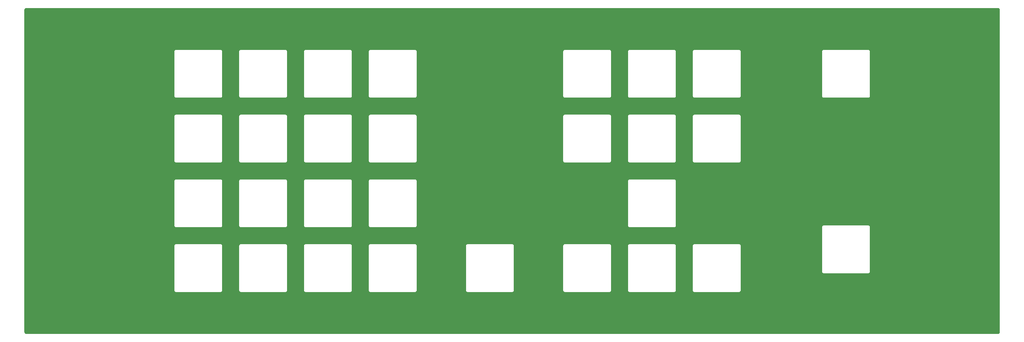
<source format=gbl>
G04 #@! TF.GenerationSoftware,KiCad,Pcbnew,(6.0.7-1)-1*
G04 #@! TF.CreationDate,2022-09-15T21:48:11+02:00*
G04 #@! TF.ProjectId,yts-switchblade,7974732d-7377-4697-9463-68626c616465,rev?*
G04 #@! TF.SameCoordinates,Original*
G04 #@! TF.FileFunction,Copper,L2,Bot*
G04 #@! TF.FilePolarity,Positive*
%FSLAX46Y46*%
G04 Gerber Fmt 4.6, Leading zero omitted, Abs format (unit mm)*
G04 Created by KiCad (PCBNEW (6.0.7-1)-1) date 2022-09-15 21:48:11*
%MOMM*%
%LPD*%
G01*
G04 APERTURE LIST*
G04 APERTURE END LIST*
G04 #@! TA.AperFunction,NonConductor*
G36*
X316970018Y-36510000D02*
G01*
X316984852Y-36512310D01*
X316984855Y-36512310D01*
X316993724Y-36513691D01*
X317002626Y-36512527D01*
X317002750Y-36512511D01*
X317033192Y-36512240D01*
X317040621Y-36513077D01*
X317095264Y-36519234D01*
X317122771Y-36525513D01*
X317199853Y-36552485D01*
X317225274Y-36564727D01*
X317294426Y-36608178D01*
X317316485Y-36625770D01*
X317374230Y-36683515D01*
X317391822Y-36705574D01*
X317435273Y-36774726D01*
X317447515Y-36800147D01*
X317474487Y-36877228D01*
X317480766Y-36904736D01*
X317487018Y-36960226D01*
X317486923Y-36975868D01*
X317487800Y-36975879D01*
X317487690Y-36984851D01*
X317486309Y-36993724D01*
X317487473Y-37002626D01*
X317487473Y-37002628D01*
X317490436Y-37025283D01*
X317491500Y-37041621D01*
X317491500Y-131550633D01*
X317490000Y-131570018D01*
X317486309Y-131593724D01*
X317487473Y-131602626D01*
X317487489Y-131602750D01*
X317487760Y-131633192D01*
X317485430Y-131653870D01*
X317480766Y-131695264D01*
X317474487Y-131722771D01*
X317447515Y-131799853D01*
X317435273Y-131825274D01*
X317391822Y-131894426D01*
X317374230Y-131916485D01*
X317316485Y-131974230D01*
X317294426Y-131991822D01*
X317225274Y-132035273D01*
X317199853Y-132047515D01*
X317122772Y-132074487D01*
X317095264Y-132080766D01*
X317039774Y-132087018D01*
X317024132Y-132086923D01*
X317024121Y-132087800D01*
X317015149Y-132087690D01*
X317006276Y-132086309D01*
X316997374Y-132087473D01*
X316997372Y-132087473D01*
X316986385Y-132088910D01*
X316974714Y-132090436D01*
X316958379Y-132091500D01*
X32049367Y-132091500D01*
X32029982Y-132090000D01*
X32015148Y-132087690D01*
X32015145Y-132087690D01*
X32006276Y-132086309D01*
X31997374Y-132087473D01*
X31997250Y-132087489D01*
X31966808Y-132087760D01*
X31946130Y-132085430D01*
X31904736Y-132080766D01*
X31877229Y-132074487D01*
X31800147Y-132047515D01*
X31774726Y-132035273D01*
X31705574Y-131991822D01*
X31683515Y-131974230D01*
X31625770Y-131916485D01*
X31608178Y-131894426D01*
X31564727Y-131825274D01*
X31552485Y-131799853D01*
X31525513Y-131722772D01*
X31519234Y-131695266D01*
X31513170Y-131641451D01*
X31512888Y-131616640D01*
X31513576Y-131612552D01*
X31513729Y-131600000D01*
X31509773Y-131572376D01*
X31508500Y-131554514D01*
X31508500Y-119369721D01*
X75491024Y-119369721D01*
X75493491Y-119378352D01*
X75499150Y-119398153D01*
X75502728Y-119414915D01*
X75506920Y-119444187D01*
X75510634Y-119452355D01*
X75510634Y-119452356D01*
X75517548Y-119467562D01*
X75523996Y-119485086D01*
X75531051Y-119509771D01*
X75535843Y-119517365D01*
X75535844Y-119517368D01*
X75546830Y-119534780D01*
X75554969Y-119549863D01*
X75567208Y-119576782D01*
X75573069Y-119583584D01*
X75583970Y-119596235D01*
X75595073Y-119611239D01*
X75608776Y-119632958D01*
X75615501Y-119638897D01*
X75615504Y-119638901D01*
X75630938Y-119652532D01*
X75642982Y-119664724D01*
X75656427Y-119680327D01*
X75656430Y-119680329D01*
X75662287Y-119687127D01*
X75669816Y-119692007D01*
X75669817Y-119692008D01*
X75683835Y-119701094D01*
X75698709Y-119712385D01*
X75711217Y-119723431D01*
X75717951Y-119729378D01*
X75744711Y-119741942D01*
X75759691Y-119750263D01*
X75776983Y-119761471D01*
X75776988Y-119761473D01*
X75784515Y-119766352D01*
X75793108Y-119768922D01*
X75793113Y-119768924D01*
X75809120Y-119773711D01*
X75826564Y-119780372D01*
X75841676Y-119787467D01*
X75841678Y-119787468D01*
X75849800Y-119791281D01*
X75858667Y-119792662D01*
X75858668Y-119792662D01*
X75861353Y-119793080D01*
X75879017Y-119795830D01*
X75895732Y-119799613D01*
X75915466Y-119805515D01*
X75915472Y-119805516D01*
X75924066Y-119808086D01*
X75933037Y-119808141D01*
X75933038Y-119808141D01*
X75943097Y-119808202D01*
X75958506Y-119808296D01*
X75959289Y-119808329D01*
X75960386Y-119808500D01*
X75991377Y-119808500D01*
X75992147Y-119808502D01*
X76065785Y-119808952D01*
X76065786Y-119808952D01*
X76069721Y-119808976D01*
X76071065Y-119808592D01*
X76072410Y-119808500D01*
X88991377Y-119808500D01*
X88992148Y-119808502D01*
X89069721Y-119808976D01*
X89098152Y-119800850D01*
X89114915Y-119797272D01*
X89115753Y-119797152D01*
X89144187Y-119793080D01*
X89167564Y-119782451D01*
X89185087Y-119776004D01*
X89209771Y-119768949D01*
X89217365Y-119764157D01*
X89217368Y-119764156D01*
X89234780Y-119753170D01*
X89249865Y-119745030D01*
X89276782Y-119732792D01*
X89296235Y-119716030D01*
X89311239Y-119704927D01*
X89332958Y-119691224D01*
X89338897Y-119684499D01*
X89338901Y-119684496D01*
X89352532Y-119669062D01*
X89364724Y-119657018D01*
X89380327Y-119643573D01*
X89380329Y-119643570D01*
X89387127Y-119637713D01*
X89401094Y-119616165D01*
X89412385Y-119601291D01*
X89423431Y-119588783D01*
X89423432Y-119588782D01*
X89429378Y-119582049D01*
X89441943Y-119555287D01*
X89450263Y-119540309D01*
X89461471Y-119523017D01*
X89461473Y-119523012D01*
X89466352Y-119515485D01*
X89468922Y-119506892D01*
X89468924Y-119506887D01*
X89473711Y-119490880D01*
X89480372Y-119473436D01*
X89487467Y-119458324D01*
X89487468Y-119458322D01*
X89491281Y-119450200D01*
X89495830Y-119420983D01*
X89499613Y-119404268D01*
X89505515Y-119384534D01*
X89505516Y-119384528D01*
X89508086Y-119375934D01*
X89508124Y-119369721D01*
X94491024Y-119369721D01*
X94493491Y-119378352D01*
X94499150Y-119398153D01*
X94502728Y-119414915D01*
X94506920Y-119444187D01*
X94510634Y-119452355D01*
X94510634Y-119452356D01*
X94517548Y-119467562D01*
X94523996Y-119485086D01*
X94531051Y-119509771D01*
X94535843Y-119517365D01*
X94535844Y-119517368D01*
X94546830Y-119534780D01*
X94554969Y-119549863D01*
X94567208Y-119576782D01*
X94573069Y-119583584D01*
X94583970Y-119596235D01*
X94595073Y-119611239D01*
X94608776Y-119632958D01*
X94615501Y-119638897D01*
X94615504Y-119638901D01*
X94630938Y-119652532D01*
X94642982Y-119664724D01*
X94656427Y-119680327D01*
X94656430Y-119680329D01*
X94662287Y-119687127D01*
X94669816Y-119692007D01*
X94669817Y-119692008D01*
X94683835Y-119701094D01*
X94698709Y-119712385D01*
X94711217Y-119723431D01*
X94717951Y-119729378D01*
X94744711Y-119741942D01*
X94759691Y-119750263D01*
X94776983Y-119761471D01*
X94776988Y-119761473D01*
X94784515Y-119766352D01*
X94793108Y-119768922D01*
X94793113Y-119768924D01*
X94809120Y-119773711D01*
X94826564Y-119780372D01*
X94841676Y-119787467D01*
X94841678Y-119787468D01*
X94849800Y-119791281D01*
X94858667Y-119792662D01*
X94858668Y-119792662D01*
X94861353Y-119793080D01*
X94879017Y-119795830D01*
X94895732Y-119799613D01*
X94915466Y-119805515D01*
X94915472Y-119805516D01*
X94924066Y-119808086D01*
X94933037Y-119808141D01*
X94933038Y-119808141D01*
X94943097Y-119808202D01*
X94958506Y-119808296D01*
X94959289Y-119808329D01*
X94960386Y-119808500D01*
X94991377Y-119808500D01*
X94992147Y-119808502D01*
X95065785Y-119808952D01*
X95065786Y-119808952D01*
X95069721Y-119808976D01*
X95071065Y-119808592D01*
X95072410Y-119808500D01*
X107991377Y-119808500D01*
X107992148Y-119808502D01*
X108069721Y-119808976D01*
X108098152Y-119800850D01*
X108114915Y-119797272D01*
X108115753Y-119797152D01*
X108144187Y-119793080D01*
X108167564Y-119782451D01*
X108185087Y-119776004D01*
X108209771Y-119768949D01*
X108217365Y-119764157D01*
X108217368Y-119764156D01*
X108234780Y-119753170D01*
X108249865Y-119745030D01*
X108276782Y-119732792D01*
X108296235Y-119716030D01*
X108311239Y-119704927D01*
X108332958Y-119691224D01*
X108338897Y-119684499D01*
X108338901Y-119684496D01*
X108352532Y-119669062D01*
X108364724Y-119657018D01*
X108380327Y-119643573D01*
X108380329Y-119643570D01*
X108387127Y-119637713D01*
X108401094Y-119616165D01*
X108412385Y-119601291D01*
X108423431Y-119588783D01*
X108423432Y-119588782D01*
X108429378Y-119582049D01*
X108441943Y-119555287D01*
X108450263Y-119540309D01*
X108461471Y-119523017D01*
X108461473Y-119523012D01*
X108466352Y-119515485D01*
X108468922Y-119506892D01*
X108468924Y-119506887D01*
X108473711Y-119490880D01*
X108480372Y-119473436D01*
X108487467Y-119458324D01*
X108487468Y-119458322D01*
X108491281Y-119450200D01*
X108495830Y-119420983D01*
X108499613Y-119404268D01*
X108505515Y-119384534D01*
X108505516Y-119384528D01*
X108508086Y-119375934D01*
X108508124Y-119369721D01*
X113491024Y-119369721D01*
X113493491Y-119378352D01*
X113499150Y-119398153D01*
X113502728Y-119414915D01*
X113506920Y-119444187D01*
X113510634Y-119452355D01*
X113510634Y-119452356D01*
X113517548Y-119467562D01*
X113523996Y-119485086D01*
X113531051Y-119509771D01*
X113535843Y-119517365D01*
X113535844Y-119517368D01*
X113546830Y-119534780D01*
X113554969Y-119549863D01*
X113567208Y-119576782D01*
X113573069Y-119583584D01*
X113583970Y-119596235D01*
X113595073Y-119611239D01*
X113608776Y-119632958D01*
X113615501Y-119638897D01*
X113615504Y-119638901D01*
X113630938Y-119652532D01*
X113642982Y-119664724D01*
X113656427Y-119680327D01*
X113656430Y-119680329D01*
X113662287Y-119687127D01*
X113669816Y-119692007D01*
X113669817Y-119692008D01*
X113683835Y-119701094D01*
X113698709Y-119712385D01*
X113711217Y-119723431D01*
X113717951Y-119729378D01*
X113744711Y-119741942D01*
X113759691Y-119750263D01*
X113776983Y-119761471D01*
X113776988Y-119761473D01*
X113784515Y-119766352D01*
X113793108Y-119768922D01*
X113793113Y-119768924D01*
X113809120Y-119773711D01*
X113826564Y-119780372D01*
X113841676Y-119787467D01*
X113841678Y-119787468D01*
X113849800Y-119791281D01*
X113858667Y-119792662D01*
X113858668Y-119792662D01*
X113861353Y-119793080D01*
X113879017Y-119795830D01*
X113895732Y-119799613D01*
X113915466Y-119805515D01*
X113915472Y-119805516D01*
X113924066Y-119808086D01*
X113933037Y-119808141D01*
X113933038Y-119808141D01*
X113943097Y-119808202D01*
X113958506Y-119808296D01*
X113959289Y-119808329D01*
X113960386Y-119808500D01*
X113991377Y-119808500D01*
X113992147Y-119808502D01*
X114065785Y-119808952D01*
X114065786Y-119808952D01*
X114069721Y-119808976D01*
X114071065Y-119808592D01*
X114072410Y-119808500D01*
X126991377Y-119808500D01*
X126992148Y-119808502D01*
X127069721Y-119808976D01*
X127098152Y-119800850D01*
X127114915Y-119797272D01*
X127115753Y-119797152D01*
X127144187Y-119793080D01*
X127167564Y-119782451D01*
X127185087Y-119776004D01*
X127209771Y-119768949D01*
X127217365Y-119764157D01*
X127217368Y-119764156D01*
X127234780Y-119753170D01*
X127249865Y-119745030D01*
X127276782Y-119732792D01*
X127296235Y-119716030D01*
X127311239Y-119704927D01*
X127332958Y-119691224D01*
X127338897Y-119684499D01*
X127338901Y-119684496D01*
X127352532Y-119669062D01*
X127364724Y-119657018D01*
X127380327Y-119643573D01*
X127380329Y-119643570D01*
X127387127Y-119637713D01*
X127401094Y-119616165D01*
X127412385Y-119601291D01*
X127423431Y-119588783D01*
X127423432Y-119588782D01*
X127429378Y-119582049D01*
X127441943Y-119555287D01*
X127450263Y-119540309D01*
X127461471Y-119523017D01*
X127461473Y-119523012D01*
X127466352Y-119515485D01*
X127468922Y-119506892D01*
X127468924Y-119506887D01*
X127473711Y-119490880D01*
X127480372Y-119473436D01*
X127487467Y-119458324D01*
X127487468Y-119458322D01*
X127491281Y-119450200D01*
X127495830Y-119420983D01*
X127499613Y-119404268D01*
X127505515Y-119384534D01*
X127505516Y-119384528D01*
X127508086Y-119375934D01*
X127508124Y-119369721D01*
X132491024Y-119369721D01*
X132493491Y-119378352D01*
X132499150Y-119398153D01*
X132502728Y-119414915D01*
X132506920Y-119444187D01*
X132510634Y-119452355D01*
X132510634Y-119452356D01*
X132517548Y-119467562D01*
X132523996Y-119485086D01*
X132531051Y-119509771D01*
X132535843Y-119517365D01*
X132535844Y-119517368D01*
X132546830Y-119534780D01*
X132554969Y-119549863D01*
X132567208Y-119576782D01*
X132573069Y-119583584D01*
X132583970Y-119596235D01*
X132595073Y-119611239D01*
X132608776Y-119632958D01*
X132615501Y-119638897D01*
X132615504Y-119638901D01*
X132630938Y-119652532D01*
X132642982Y-119664724D01*
X132656427Y-119680327D01*
X132656430Y-119680329D01*
X132662287Y-119687127D01*
X132669816Y-119692007D01*
X132669817Y-119692008D01*
X132683835Y-119701094D01*
X132698709Y-119712385D01*
X132711217Y-119723431D01*
X132717951Y-119729378D01*
X132744711Y-119741942D01*
X132759691Y-119750263D01*
X132776983Y-119761471D01*
X132776988Y-119761473D01*
X132784515Y-119766352D01*
X132793108Y-119768922D01*
X132793113Y-119768924D01*
X132809120Y-119773711D01*
X132826564Y-119780372D01*
X132841676Y-119787467D01*
X132841678Y-119787468D01*
X132849800Y-119791281D01*
X132858667Y-119792662D01*
X132858668Y-119792662D01*
X132861353Y-119793080D01*
X132879017Y-119795830D01*
X132895732Y-119799613D01*
X132915466Y-119805515D01*
X132915472Y-119805516D01*
X132924066Y-119808086D01*
X132933037Y-119808141D01*
X132933038Y-119808141D01*
X132943097Y-119808202D01*
X132958506Y-119808296D01*
X132959289Y-119808329D01*
X132960386Y-119808500D01*
X132991377Y-119808500D01*
X132992147Y-119808502D01*
X133065785Y-119808952D01*
X133065786Y-119808952D01*
X133069721Y-119808976D01*
X133071065Y-119808592D01*
X133072410Y-119808500D01*
X145991377Y-119808500D01*
X145992148Y-119808502D01*
X146069721Y-119808976D01*
X146098152Y-119800850D01*
X146114915Y-119797272D01*
X146115753Y-119797152D01*
X146144187Y-119793080D01*
X146167564Y-119782451D01*
X146185087Y-119776004D01*
X146209771Y-119768949D01*
X146217365Y-119764157D01*
X146217368Y-119764156D01*
X146234780Y-119753170D01*
X146249865Y-119745030D01*
X146276782Y-119732792D01*
X146296235Y-119716030D01*
X146311239Y-119704927D01*
X146332958Y-119691224D01*
X146338897Y-119684499D01*
X146338901Y-119684496D01*
X146352532Y-119669062D01*
X146364724Y-119657018D01*
X146380327Y-119643573D01*
X146380329Y-119643570D01*
X146387127Y-119637713D01*
X146401094Y-119616165D01*
X146412385Y-119601291D01*
X146423431Y-119588783D01*
X146423432Y-119588782D01*
X146429378Y-119582049D01*
X146441943Y-119555287D01*
X146450263Y-119540309D01*
X146461471Y-119523017D01*
X146461473Y-119523012D01*
X146466352Y-119515485D01*
X146468922Y-119506892D01*
X146468924Y-119506887D01*
X146473711Y-119490880D01*
X146480372Y-119473436D01*
X146487467Y-119458324D01*
X146487468Y-119458322D01*
X146491281Y-119450200D01*
X146495830Y-119420983D01*
X146499613Y-119404268D01*
X146505515Y-119384534D01*
X146505516Y-119384528D01*
X146508086Y-119375934D01*
X146508124Y-119369721D01*
X160991024Y-119369721D01*
X160993491Y-119378352D01*
X160999150Y-119398153D01*
X161002728Y-119414915D01*
X161006920Y-119444187D01*
X161010634Y-119452355D01*
X161010634Y-119452356D01*
X161017548Y-119467562D01*
X161023996Y-119485086D01*
X161031051Y-119509771D01*
X161035843Y-119517365D01*
X161035844Y-119517368D01*
X161046830Y-119534780D01*
X161054969Y-119549863D01*
X161067208Y-119576782D01*
X161073069Y-119583584D01*
X161083970Y-119596235D01*
X161095073Y-119611239D01*
X161108776Y-119632958D01*
X161115501Y-119638897D01*
X161115504Y-119638901D01*
X161130938Y-119652532D01*
X161142982Y-119664724D01*
X161156427Y-119680327D01*
X161156430Y-119680329D01*
X161162287Y-119687127D01*
X161169816Y-119692007D01*
X161169817Y-119692008D01*
X161183835Y-119701094D01*
X161198709Y-119712385D01*
X161211217Y-119723431D01*
X161217951Y-119729378D01*
X161244711Y-119741942D01*
X161259691Y-119750263D01*
X161276983Y-119761471D01*
X161276988Y-119761473D01*
X161284515Y-119766352D01*
X161293108Y-119768922D01*
X161293113Y-119768924D01*
X161309120Y-119773711D01*
X161326564Y-119780372D01*
X161341676Y-119787467D01*
X161341678Y-119787468D01*
X161349800Y-119791281D01*
X161358667Y-119792662D01*
X161358668Y-119792662D01*
X161361353Y-119793080D01*
X161379017Y-119795830D01*
X161395732Y-119799613D01*
X161415466Y-119805515D01*
X161415472Y-119805516D01*
X161424066Y-119808086D01*
X161433037Y-119808141D01*
X161433038Y-119808141D01*
X161443097Y-119808202D01*
X161458506Y-119808296D01*
X161459289Y-119808329D01*
X161460386Y-119808500D01*
X161491377Y-119808500D01*
X161492147Y-119808502D01*
X161565785Y-119808952D01*
X161565786Y-119808952D01*
X161569721Y-119808976D01*
X161571065Y-119808592D01*
X161572410Y-119808500D01*
X174491377Y-119808500D01*
X174492148Y-119808502D01*
X174569721Y-119808976D01*
X174598152Y-119800850D01*
X174614915Y-119797272D01*
X174615753Y-119797152D01*
X174644187Y-119793080D01*
X174667564Y-119782451D01*
X174685087Y-119776004D01*
X174709771Y-119768949D01*
X174717365Y-119764157D01*
X174717368Y-119764156D01*
X174734780Y-119753170D01*
X174749865Y-119745030D01*
X174776782Y-119732792D01*
X174796235Y-119716030D01*
X174811239Y-119704927D01*
X174832958Y-119691224D01*
X174838897Y-119684499D01*
X174838901Y-119684496D01*
X174852532Y-119669062D01*
X174864724Y-119657018D01*
X174880327Y-119643573D01*
X174880329Y-119643570D01*
X174887127Y-119637713D01*
X174901094Y-119616165D01*
X174912385Y-119601291D01*
X174923431Y-119588783D01*
X174923432Y-119588782D01*
X174929378Y-119582049D01*
X174941943Y-119555287D01*
X174950263Y-119540309D01*
X174961471Y-119523017D01*
X174961473Y-119523012D01*
X174966352Y-119515485D01*
X174968922Y-119506892D01*
X174968924Y-119506887D01*
X174973711Y-119490880D01*
X174980372Y-119473436D01*
X174987467Y-119458324D01*
X174987468Y-119458322D01*
X174991281Y-119450200D01*
X174995830Y-119420983D01*
X174999613Y-119404268D01*
X175005515Y-119384534D01*
X175005516Y-119384528D01*
X175008086Y-119375934D01*
X175008124Y-119369721D01*
X189491024Y-119369721D01*
X189493491Y-119378352D01*
X189499150Y-119398153D01*
X189502728Y-119414915D01*
X189506920Y-119444187D01*
X189510634Y-119452355D01*
X189510634Y-119452356D01*
X189517548Y-119467562D01*
X189523996Y-119485086D01*
X189531051Y-119509771D01*
X189535843Y-119517365D01*
X189535844Y-119517368D01*
X189546830Y-119534780D01*
X189554969Y-119549863D01*
X189567208Y-119576782D01*
X189573069Y-119583584D01*
X189583970Y-119596235D01*
X189595073Y-119611239D01*
X189608776Y-119632958D01*
X189615501Y-119638897D01*
X189615504Y-119638901D01*
X189630938Y-119652532D01*
X189642982Y-119664724D01*
X189656427Y-119680327D01*
X189656430Y-119680329D01*
X189662287Y-119687127D01*
X189669816Y-119692007D01*
X189669817Y-119692008D01*
X189683835Y-119701094D01*
X189698709Y-119712385D01*
X189711217Y-119723431D01*
X189717951Y-119729378D01*
X189744711Y-119741942D01*
X189759691Y-119750263D01*
X189776983Y-119761471D01*
X189776988Y-119761473D01*
X189784515Y-119766352D01*
X189793108Y-119768922D01*
X189793113Y-119768924D01*
X189809120Y-119773711D01*
X189826564Y-119780372D01*
X189841676Y-119787467D01*
X189841678Y-119787468D01*
X189849800Y-119791281D01*
X189858667Y-119792662D01*
X189858668Y-119792662D01*
X189861353Y-119793080D01*
X189879017Y-119795830D01*
X189895732Y-119799613D01*
X189915466Y-119805515D01*
X189915472Y-119805516D01*
X189924066Y-119808086D01*
X189933037Y-119808141D01*
X189933038Y-119808141D01*
X189943097Y-119808202D01*
X189958506Y-119808296D01*
X189959289Y-119808329D01*
X189960386Y-119808500D01*
X189991377Y-119808500D01*
X189992147Y-119808502D01*
X190065785Y-119808952D01*
X190065786Y-119808952D01*
X190069721Y-119808976D01*
X190071065Y-119808592D01*
X190072410Y-119808500D01*
X202991377Y-119808500D01*
X202992148Y-119808502D01*
X203069721Y-119808976D01*
X203098152Y-119800850D01*
X203114915Y-119797272D01*
X203115753Y-119797152D01*
X203144187Y-119793080D01*
X203167564Y-119782451D01*
X203185087Y-119776004D01*
X203209771Y-119768949D01*
X203217365Y-119764157D01*
X203217368Y-119764156D01*
X203234780Y-119753170D01*
X203249865Y-119745030D01*
X203276782Y-119732792D01*
X203296235Y-119716030D01*
X203311239Y-119704927D01*
X203332958Y-119691224D01*
X203338897Y-119684499D01*
X203338901Y-119684496D01*
X203352532Y-119669062D01*
X203364724Y-119657018D01*
X203380327Y-119643573D01*
X203380329Y-119643570D01*
X203387127Y-119637713D01*
X203401094Y-119616165D01*
X203412385Y-119601291D01*
X203423431Y-119588783D01*
X203423432Y-119588782D01*
X203429378Y-119582049D01*
X203441943Y-119555287D01*
X203450263Y-119540309D01*
X203461471Y-119523017D01*
X203461473Y-119523012D01*
X203466352Y-119515485D01*
X203468922Y-119506892D01*
X203468924Y-119506887D01*
X203473711Y-119490880D01*
X203480372Y-119473436D01*
X203487467Y-119458324D01*
X203487468Y-119458322D01*
X203491281Y-119450200D01*
X203495830Y-119420983D01*
X203499613Y-119404268D01*
X203505515Y-119384534D01*
X203505516Y-119384528D01*
X203508086Y-119375934D01*
X203508124Y-119369721D01*
X208491024Y-119369721D01*
X208493491Y-119378352D01*
X208499150Y-119398153D01*
X208502728Y-119414915D01*
X208506920Y-119444187D01*
X208510634Y-119452355D01*
X208510634Y-119452356D01*
X208517548Y-119467562D01*
X208523996Y-119485086D01*
X208531051Y-119509771D01*
X208535843Y-119517365D01*
X208535844Y-119517368D01*
X208546830Y-119534780D01*
X208554969Y-119549863D01*
X208567208Y-119576782D01*
X208573069Y-119583584D01*
X208583970Y-119596235D01*
X208595073Y-119611239D01*
X208608776Y-119632958D01*
X208615501Y-119638897D01*
X208615504Y-119638901D01*
X208630938Y-119652532D01*
X208642982Y-119664724D01*
X208656427Y-119680327D01*
X208656430Y-119680329D01*
X208662287Y-119687127D01*
X208669816Y-119692007D01*
X208669817Y-119692008D01*
X208683835Y-119701094D01*
X208698709Y-119712385D01*
X208711217Y-119723431D01*
X208717951Y-119729378D01*
X208744711Y-119741942D01*
X208759691Y-119750263D01*
X208776983Y-119761471D01*
X208776988Y-119761473D01*
X208784515Y-119766352D01*
X208793108Y-119768922D01*
X208793113Y-119768924D01*
X208809120Y-119773711D01*
X208826564Y-119780372D01*
X208841676Y-119787467D01*
X208841678Y-119787468D01*
X208849800Y-119791281D01*
X208858667Y-119792662D01*
X208858668Y-119792662D01*
X208861353Y-119793080D01*
X208879017Y-119795830D01*
X208895732Y-119799613D01*
X208915466Y-119805515D01*
X208915472Y-119805516D01*
X208924066Y-119808086D01*
X208933037Y-119808141D01*
X208933038Y-119808141D01*
X208943097Y-119808202D01*
X208958506Y-119808296D01*
X208959289Y-119808329D01*
X208960386Y-119808500D01*
X208991377Y-119808500D01*
X208992147Y-119808502D01*
X209065785Y-119808952D01*
X209065786Y-119808952D01*
X209069721Y-119808976D01*
X209071065Y-119808592D01*
X209072410Y-119808500D01*
X221991377Y-119808500D01*
X221992148Y-119808502D01*
X222069721Y-119808976D01*
X222098152Y-119800850D01*
X222114915Y-119797272D01*
X222115753Y-119797152D01*
X222144187Y-119793080D01*
X222167564Y-119782451D01*
X222185087Y-119776004D01*
X222209771Y-119768949D01*
X222217365Y-119764157D01*
X222217368Y-119764156D01*
X222234780Y-119753170D01*
X222249865Y-119745030D01*
X222276782Y-119732792D01*
X222296235Y-119716030D01*
X222311239Y-119704927D01*
X222332958Y-119691224D01*
X222338897Y-119684499D01*
X222338901Y-119684496D01*
X222352532Y-119669062D01*
X222364724Y-119657018D01*
X222380327Y-119643573D01*
X222380329Y-119643570D01*
X222387127Y-119637713D01*
X222401094Y-119616165D01*
X222412385Y-119601291D01*
X222423431Y-119588783D01*
X222423432Y-119588782D01*
X222429378Y-119582049D01*
X222441943Y-119555287D01*
X222450263Y-119540309D01*
X222461471Y-119523017D01*
X222461473Y-119523012D01*
X222466352Y-119515485D01*
X222468922Y-119506892D01*
X222468924Y-119506887D01*
X222473711Y-119490880D01*
X222480372Y-119473436D01*
X222487467Y-119458324D01*
X222487468Y-119458322D01*
X222491281Y-119450200D01*
X222495830Y-119420983D01*
X222499613Y-119404268D01*
X222505515Y-119384534D01*
X222505516Y-119384528D01*
X222508086Y-119375934D01*
X222508124Y-119369721D01*
X227491024Y-119369721D01*
X227493491Y-119378352D01*
X227499150Y-119398153D01*
X227502728Y-119414915D01*
X227506920Y-119444187D01*
X227510634Y-119452355D01*
X227510634Y-119452356D01*
X227517548Y-119467562D01*
X227523996Y-119485086D01*
X227531051Y-119509771D01*
X227535843Y-119517365D01*
X227535844Y-119517368D01*
X227546830Y-119534780D01*
X227554969Y-119549863D01*
X227567208Y-119576782D01*
X227573069Y-119583584D01*
X227583970Y-119596235D01*
X227595073Y-119611239D01*
X227608776Y-119632958D01*
X227615501Y-119638897D01*
X227615504Y-119638901D01*
X227630938Y-119652532D01*
X227642982Y-119664724D01*
X227656427Y-119680327D01*
X227656430Y-119680329D01*
X227662287Y-119687127D01*
X227669816Y-119692007D01*
X227669817Y-119692008D01*
X227683835Y-119701094D01*
X227698709Y-119712385D01*
X227711217Y-119723431D01*
X227717951Y-119729378D01*
X227744711Y-119741942D01*
X227759691Y-119750263D01*
X227776983Y-119761471D01*
X227776988Y-119761473D01*
X227784515Y-119766352D01*
X227793108Y-119768922D01*
X227793113Y-119768924D01*
X227809120Y-119773711D01*
X227826564Y-119780372D01*
X227841676Y-119787467D01*
X227841678Y-119787468D01*
X227849800Y-119791281D01*
X227858667Y-119792662D01*
X227858668Y-119792662D01*
X227861353Y-119793080D01*
X227879017Y-119795830D01*
X227895732Y-119799613D01*
X227915466Y-119805515D01*
X227915472Y-119805516D01*
X227924066Y-119808086D01*
X227933037Y-119808141D01*
X227933038Y-119808141D01*
X227943097Y-119808202D01*
X227958506Y-119808296D01*
X227959289Y-119808329D01*
X227960386Y-119808500D01*
X227991377Y-119808500D01*
X227992147Y-119808502D01*
X228065785Y-119808952D01*
X228065786Y-119808952D01*
X228069721Y-119808976D01*
X228071065Y-119808592D01*
X228072410Y-119808500D01*
X240991377Y-119808500D01*
X240992148Y-119808502D01*
X241069721Y-119808976D01*
X241098152Y-119800850D01*
X241114915Y-119797272D01*
X241115753Y-119797152D01*
X241144187Y-119793080D01*
X241167564Y-119782451D01*
X241185087Y-119776004D01*
X241209771Y-119768949D01*
X241217365Y-119764157D01*
X241217368Y-119764156D01*
X241234780Y-119753170D01*
X241249865Y-119745030D01*
X241276782Y-119732792D01*
X241296235Y-119716030D01*
X241311239Y-119704927D01*
X241332958Y-119691224D01*
X241338897Y-119684499D01*
X241338901Y-119684496D01*
X241352532Y-119669062D01*
X241364724Y-119657018D01*
X241380327Y-119643573D01*
X241380329Y-119643570D01*
X241387127Y-119637713D01*
X241401094Y-119616165D01*
X241412385Y-119601291D01*
X241423431Y-119588783D01*
X241423432Y-119588782D01*
X241429378Y-119582049D01*
X241441943Y-119555287D01*
X241450263Y-119540309D01*
X241461471Y-119523017D01*
X241461473Y-119523012D01*
X241466352Y-119515485D01*
X241468922Y-119506892D01*
X241468924Y-119506887D01*
X241473711Y-119490880D01*
X241480372Y-119473436D01*
X241487467Y-119458324D01*
X241487468Y-119458322D01*
X241491281Y-119450200D01*
X241495830Y-119420983D01*
X241499613Y-119404268D01*
X241505515Y-119384534D01*
X241505516Y-119384528D01*
X241508086Y-119375934D01*
X241508296Y-119341494D01*
X241508329Y-119340711D01*
X241508500Y-119339614D01*
X241508500Y-119308623D01*
X241508502Y-119307853D01*
X241508952Y-119234215D01*
X241508952Y-119234214D01*
X241508976Y-119230279D01*
X241508592Y-119228935D01*
X241508500Y-119227590D01*
X241508500Y-113869721D01*
X265391024Y-113869721D01*
X265393491Y-113878352D01*
X265399150Y-113898153D01*
X265402728Y-113914915D01*
X265406920Y-113944187D01*
X265410634Y-113952355D01*
X265410634Y-113952356D01*
X265417548Y-113967562D01*
X265423996Y-113985086D01*
X265431051Y-114009771D01*
X265435843Y-114017365D01*
X265435844Y-114017368D01*
X265446830Y-114034780D01*
X265454969Y-114049863D01*
X265467208Y-114076782D01*
X265473069Y-114083584D01*
X265483970Y-114096235D01*
X265495073Y-114111239D01*
X265508776Y-114132958D01*
X265515501Y-114138897D01*
X265515504Y-114138901D01*
X265530938Y-114152532D01*
X265542982Y-114164724D01*
X265556427Y-114180327D01*
X265556430Y-114180329D01*
X265562287Y-114187127D01*
X265569816Y-114192007D01*
X265569817Y-114192008D01*
X265583835Y-114201094D01*
X265598709Y-114212385D01*
X265611217Y-114223431D01*
X265617951Y-114229378D01*
X265644711Y-114241942D01*
X265659691Y-114250263D01*
X265676983Y-114261471D01*
X265676988Y-114261473D01*
X265684515Y-114266352D01*
X265693108Y-114268922D01*
X265693113Y-114268924D01*
X265709120Y-114273711D01*
X265726564Y-114280372D01*
X265741676Y-114287467D01*
X265741678Y-114287468D01*
X265749800Y-114291281D01*
X265758667Y-114292662D01*
X265758668Y-114292662D01*
X265761353Y-114293080D01*
X265779017Y-114295830D01*
X265795732Y-114299613D01*
X265815466Y-114305515D01*
X265815472Y-114305516D01*
X265824066Y-114308086D01*
X265833037Y-114308141D01*
X265833038Y-114308141D01*
X265843097Y-114308202D01*
X265858506Y-114308296D01*
X265859289Y-114308329D01*
X265860386Y-114308500D01*
X265891377Y-114308500D01*
X265892147Y-114308502D01*
X265965785Y-114308952D01*
X265965786Y-114308952D01*
X265969721Y-114308976D01*
X265971065Y-114308592D01*
X265972410Y-114308500D01*
X278891377Y-114308500D01*
X278892148Y-114308502D01*
X278969721Y-114308976D01*
X278998152Y-114300850D01*
X279014915Y-114297272D01*
X279015753Y-114297152D01*
X279044187Y-114293080D01*
X279067564Y-114282451D01*
X279085087Y-114276004D01*
X279109771Y-114268949D01*
X279117365Y-114264157D01*
X279117368Y-114264156D01*
X279134780Y-114253170D01*
X279149865Y-114245030D01*
X279176782Y-114232792D01*
X279196235Y-114216030D01*
X279211239Y-114204927D01*
X279232958Y-114191224D01*
X279238897Y-114184499D01*
X279238901Y-114184496D01*
X279252532Y-114169062D01*
X279264724Y-114157018D01*
X279280327Y-114143573D01*
X279280329Y-114143570D01*
X279287127Y-114137713D01*
X279301094Y-114116165D01*
X279312385Y-114101291D01*
X279323431Y-114088783D01*
X279323432Y-114088782D01*
X279329378Y-114082049D01*
X279341943Y-114055287D01*
X279350263Y-114040309D01*
X279361471Y-114023017D01*
X279361473Y-114023012D01*
X279366352Y-114015485D01*
X279368922Y-114006892D01*
X279368924Y-114006887D01*
X279373711Y-113990880D01*
X279380372Y-113973436D01*
X279387467Y-113958324D01*
X279387468Y-113958322D01*
X279391281Y-113950200D01*
X279395830Y-113920983D01*
X279399613Y-113904268D01*
X279405515Y-113884534D01*
X279405516Y-113884528D01*
X279408086Y-113875934D01*
X279408296Y-113841494D01*
X279408329Y-113840711D01*
X279408500Y-113839614D01*
X279408500Y-113808623D01*
X279408502Y-113807853D01*
X279408952Y-113734215D01*
X279408952Y-113734214D01*
X279408976Y-113730279D01*
X279408592Y-113728935D01*
X279408500Y-113727590D01*
X279408500Y-100808623D01*
X279408502Y-100807853D01*
X279408740Y-100768924D01*
X279408976Y-100730279D01*
X279400850Y-100701847D01*
X279397272Y-100685085D01*
X279394352Y-100664698D01*
X279393080Y-100655813D01*
X279382451Y-100632436D01*
X279376004Y-100614913D01*
X279374348Y-100609120D01*
X279368949Y-100590229D01*
X279363788Y-100582049D01*
X279353170Y-100565220D01*
X279345030Y-100550135D01*
X279342564Y-100544711D01*
X279332792Y-100523218D01*
X279316030Y-100503765D01*
X279304927Y-100488761D01*
X279291224Y-100467042D01*
X279284499Y-100461103D01*
X279284496Y-100461099D01*
X279269062Y-100447468D01*
X279257018Y-100435276D01*
X279243573Y-100419673D01*
X279243570Y-100419671D01*
X279237713Y-100412873D01*
X279224438Y-100404268D01*
X279216165Y-100398906D01*
X279201291Y-100387615D01*
X279188783Y-100376569D01*
X279188782Y-100376568D01*
X279182049Y-100370622D01*
X279155287Y-100358057D01*
X279140309Y-100349737D01*
X279123017Y-100338529D01*
X279123012Y-100338527D01*
X279115485Y-100333648D01*
X279106892Y-100331078D01*
X279106887Y-100331076D01*
X279090880Y-100326289D01*
X279073436Y-100319628D01*
X279058324Y-100312533D01*
X279058322Y-100312532D01*
X279050200Y-100308719D01*
X279041333Y-100307338D01*
X279041332Y-100307338D01*
X279030478Y-100305648D01*
X279020983Y-100304170D01*
X279004268Y-100300387D01*
X278984534Y-100294485D01*
X278984528Y-100294484D01*
X278975934Y-100291914D01*
X278966963Y-100291859D01*
X278966962Y-100291859D01*
X278956903Y-100291798D01*
X278941494Y-100291704D01*
X278940711Y-100291671D01*
X278939614Y-100291500D01*
X278908623Y-100291500D01*
X278907853Y-100291498D01*
X278834215Y-100291048D01*
X278834214Y-100291048D01*
X278830279Y-100291024D01*
X278828935Y-100291408D01*
X278827590Y-100291500D01*
X265908623Y-100291500D01*
X265907853Y-100291498D01*
X265907037Y-100291493D01*
X265830279Y-100291024D01*
X265807918Y-100297415D01*
X265801847Y-100299150D01*
X265785085Y-100302728D01*
X265755813Y-100306920D01*
X265747645Y-100310634D01*
X265747644Y-100310634D01*
X265732438Y-100317548D01*
X265714914Y-100323996D01*
X265690229Y-100331051D01*
X265682635Y-100335843D01*
X265682632Y-100335844D01*
X265665220Y-100346830D01*
X265650137Y-100354969D01*
X265623218Y-100367208D01*
X265616416Y-100373069D01*
X265603765Y-100383970D01*
X265588761Y-100395073D01*
X265567042Y-100408776D01*
X265561103Y-100415501D01*
X265561099Y-100415504D01*
X265547468Y-100430938D01*
X265535276Y-100442982D01*
X265519673Y-100456427D01*
X265519671Y-100456430D01*
X265512873Y-100462287D01*
X265507993Y-100469816D01*
X265507992Y-100469817D01*
X265498906Y-100483835D01*
X265487615Y-100498709D01*
X265480393Y-100506887D01*
X265470622Y-100517951D01*
X265464312Y-100531391D01*
X265458058Y-100544711D01*
X265449737Y-100559691D01*
X265438529Y-100576983D01*
X265438527Y-100576988D01*
X265433648Y-100584515D01*
X265431078Y-100593108D01*
X265431076Y-100593113D01*
X265426289Y-100609120D01*
X265419628Y-100626564D01*
X265416626Y-100632958D01*
X265408719Y-100649800D01*
X265407338Y-100658667D01*
X265407338Y-100658668D01*
X265404170Y-100679015D01*
X265400387Y-100695732D01*
X265394485Y-100715466D01*
X265394484Y-100715472D01*
X265391914Y-100724066D01*
X265391859Y-100733037D01*
X265391859Y-100733038D01*
X265391704Y-100758497D01*
X265391671Y-100759289D01*
X265391500Y-100760386D01*
X265391500Y-100791377D01*
X265391498Y-100792147D01*
X265391396Y-100808921D01*
X265391024Y-100869721D01*
X265391408Y-100871065D01*
X265391500Y-100872410D01*
X265391500Y-113791377D01*
X265391498Y-113792147D01*
X265391024Y-113869721D01*
X241508500Y-113869721D01*
X241508500Y-106308623D01*
X241508502Y-106307853D01*
X241508800Y-106259102D01*
X241508976Y-106230279D01*
X241500850Y-106201847D01*
X241497272Y-106185085D01*
X241494352Y-106164698D01*
X241493080Y-106155813D01*
X241482451Y-106132436D01*
X241476004Y-106114913D01*
X241471416Y-106098862D01*
X241468949Y-106090229D01*
X241464156Y-106082632D01*
X241453170Y-106065220D01*
X241445030Y-106050135D01*
X241442564Y-106044711D01*
X241432792Y-106023218D01*
X241416030Y-106003765D01*
X241404927Y-105988761D01*
X241391224Y-105967042D01*
X241384499Y-105961103D01*
X241384496Y-105961099D01*
X241369062Y-105947468D01*
X241357018Y-105935276D01*
X241343573Y-105919673D01*
X241343570Y-105919671D01*
X241337713Y-105912873D01*
X241324009Y-105903990D01*
X241316165Y-105898906D01*
X241301291Y-105887615D01*
X241288783Y-105876569D01*
X241288782Y-105876568D01*
X241282049Y-105870622D01*
X241255287Y-105858057D01*
X241240309Y-105849737D01*
X241223017Y-105838529D01*
X241223012Y-105838527D01*
X241215485Y-105833648D01*
X241206892Y-105831078D01*
X241206887Y-105831076D01*
X241190880Y-105826289D01*
X241173436Y-105819628D01*
X241158324Y-105812533D01*
X241158322Y-105812532D01*
X241150200Y-105808719D01*
X241141333Y-105807338D01*
X241141332Y-105807338D01*
X241130478Y-105805648D01*
X241120983Y-105804170D01*
X241104268Y-105800387D01*
X241084534Y-105794485D01*
X241084528Y-105794484D01*
X241075934Y-105791914D01*
X241066963Y-105791859D01*
X241066962Y-105791859D01*
X241056903Y-105791798D01*
X241041494Y-105791704D01*
X241040711Y-105791671D01*
X241039614Y-105791500D01*
X241008623Y-105791500D01*
X241007853Y-105791498D01*
X240934215Y-105791048D01*
X240934214Y-105791048D01*
X240930279Y-105791024D01*
X240928935Y-105791408D01*
X240927590Y-105791500D01*
X228008623Y-105791500D01*
X228007853Y-105791498D01*
X228007037Y-105791493D01*
X227930279Y-105791024D01*
X227907918Y-105797415D01*
X227901847Y-105799150D01*
X227885085Y-105802728D01*
X227855813Y-105806920D01*
X227847645Y-105810634D01*
X227847644Y-105810634D01*
X227832438Y-105817548D01*
X227814914Y-105823996D01*
X227790229Y-105831051D01*
X227782635Y-105835843D01*
X227782632Y-105835844D01*
X227765220Y-105846830D01*
X227750137Y-105854969D01*
X227723218Y-105867208D01*
X227716416Y-105873069D01*
X227703765Y-105883970D01*
X227688761Y-105895073D01*
X227667042Y-105908776D01*
X227661103Y-105915501D01*
X227661099Y-105915504D01*
X227647468Y-105930938D01*
X227635276Y-105942982D01*
X227619673Y-105956427D01*
X227619671Y-105956430D01*
X227612873Y-105962287D01*
X227607993Y-105969816D01*
X227607992Y-105969817D01*
X227598906Y-105983835D01*
X227587615Y-105998709D01*
X227576569Y-106011217D01*
X227570622Y-106017951D01*
X227564312Y-106031391D01*
X227558058Y-106044711D01*
X227549737Y-106059691D01*
X227538529Y-106076983D01*
X227538527Y-106076988D01*
X227533648Y-106084515D01*
X227531078Y-106093108D01*
X227531076Y-106093113D01*
X227526289Y-106109120D01*
X227519628Y-106126564D01*
X227512533Y-106141676D01*
X227508719Y-106149800D01*
X227507338Y-106158667D01*
X227507338Y-106158668D01*
X227504170Y-106179015D01*
X227500387Y-106195732D01*
X227494485Y-106215466D01*
X227494484Y-106215472D01*
X227491914Y-106224066D01*
X227491859Y-106233037D01*
X227491859Y-106233038D01*
X227491704Y-106258497D01*
X227491671Y-106259289D01*
X227491500Y-106260386D01*
X227491500Y-106291377D01*
X227491498Y-106292147D01*
X227491024Y-106369721D01*
X227491408Y-106371065D01*
X227491500Y-106372410D01*
X227491500Y-119291377D01*
X227491498Y-119292147D01*
X227491024Y-119369721D01*
X222508124Y-119369721D01*
X222508296Y-119341494D01*
X222508329Y-119340711D01*
X222508500Y-119339614D01*
X222508500Y-119308623D01*
X222508502Y-119307853D01*
X222508952Y-119234215D01*
X222508952Y-119234214D01*
X222508976Y-119230279D01*
X222508592Y-119228935D01*
X222508500Y-119227590D01*
X222508500Y-106308623D01*
X222508502Y-106307853D01*
X222508800Y-106259102D01*
X222508976Y-106230279D01*
X222500850Y-106201847D01*
X222497272Y-106185085D01*
X222494352Y-106164698D01*
X222493080Y-106155813D01*
X222482451Y-106132436D01*
X222476004Y-106114913D01*
X222471416Y-106098862D01*
X222468949Y-106090229D01*
X222464156Y-106082632D01*
X222453170Y-106065220D01*
X222445030Y-106050135D01*
X222442564Y-106044711D01*
X222432792Y-106023218D01*
X222416030Y-106003765D01*
X222404927Y-105988761D01*
X222391224Y-105967042D01*
X222384499Y-105961103D01*
X222384496Y-105961099D01*
X222369062Y-105947468D01*
X222357018Y-105935276D01*
X222343573Y-105919673D01*
X222343570Y-105919671D01*
X222337713Y-105912873D01*
X222324009Y-105903990D01*
X222316165Y-105898906D01*
X222301291Y-105887615D01*
X222288783Y-105876569D01*
X222288782Y-105876568D01*
X222282049Y-105870622D01*
X222255287Y-105858057D01*
X222240309Y-105849737D01*
X222223017Y-105838529D01*
X222223012Y-105838527D01*
X222215485Y-105833648D01*
X222206892Y-105831078D01*
X222206887Y-105831076D01*
X222190880Y-105826289D01*
X222173436Y-105819628D01*
X222158324Y-105812533D01*
X222158322Y-105812532D01*
X222150200Y-105808719D01*
X222141333Y-105807338D01*
X222141332Y-105807338D01*
X222130478Y-105805648D01*
X222120983Y-105804170D01*
X222104268Y-105800387D01*
X222084534Y-105794485D01*
X222084528Y-105794484D01*
X222075934Y-105791914D01*
X222066963Y-105791859D01*
X222066962Y-105791859D01*
X222056903Y-105791798D01*
X222041494Y-105791704D01*
X222040711Y-105791671D01*
X222039614Y-105791500D01*
X222008623Y-105791500D01*
X222007853Y-105791498D01*
X221934215Y-105791048D01*
X221934214Y-105791048D01*
X221930279Y-105791024D01*
X221928935Y-105791408D01*
X221927590Y-105791500D01*
X209008623Y-105791500D01*
X209007853Y-105791498D01*
X209007037Y-105791493D01*
X208930279Y-105791024D01*
X208907918Y-105797415D01*
X208901847Y-105799150D01*
X208885085Y-105802728D01*
X208855813Y-105806920D01*
X208847645Y-105810634D01*
X208847644Y-105810634D01*
X208832438Y-105817548D01*
X208814914Y-105823996D01*
X208790229Y-105831051D01*
X208782635Y-105835843D01*
X208782632Y-105835844D01*
X208765220Y-105846830D01*
X208750137Y-105854969D01*
X208723218Y-105867208D01*
X208716416Y-105873069D01*
X208703765Y-105883970D01*
X208688761Y-105895073D01*
X208667042Y-105908776D01*
X208661103Y-105915501D01*
X208661099Y-105915504D01*
X208647468Y-105930938D01*
X208635276Y-105942982D01*
X208619673Y-105956427D01*
X208619671Y-105956430D01*
X208612873Y-105962287D01*
X208607993Y-105969816D01*
X208607992Y-105969817D01*
X208598906Y-105983835D01*
X208587615Y-105998709D01*
X208576569Y-106011217D01*
X208570622Y-106017951D01*
X208564312Y-106031391D01*
X208558058Y-106044711D01*
X208549737Y-106059691D01*
X208538529Y-106076983D01*
X208538527Y-106076988D01*
X208533648Y-106084515D01*
X208531078Y-106093108D01*
X208531076Y-106093113D01*
X208526289Y-106109120D01*
X208519628Y-106126564D01*
X208512533Y-106141676D01*
X208508719Y-106149800D01*
X208507338Y-106158667D01*
X208507338Y-106158668D01*
X208504170Y-106179015D01*
X208500387Y-106195732D01*
X208494485Y-106215466D01*
X208494484Y-106215472D01*
X208491914Y-106224066D01*
X208491859Y-106233037D01*
X208491859Y-106233038D01*
X208491704Y-106258497D01*
X208491671Y-106259289D01*
X208491500Y-106260386D01*
X208491500Y-106291377D01*
X208491498Y-106292147D01*
X208491024Y-106369721D01*
X208491408Y-106371065D01*
X208491500Y-106372410D01*
X208491500Y-119291377D01*
X208491498Y-119292147D01*
X208491024Y-119369721D01*
X203508124Y-119369721D01*
X203508296Y-119341494D01*
X203508329Y-119340711D01*
X203508500Y-119339614D01*
X203508500Y-119308623D01*
X203508502Y-119307853D01*
X203508952Y-119234215D01*
X203508952Y-119234214D01*
X203508976Y-119230279D01*
X203508592Y-119228935D01*
X203508500Y-119227590D01*
X203508500Y-106308623D01*
X203508502Y-106307853D01*
X203508800Y-106259102D01*
X203508976Y-106230279D01*
X203500850Y-106201847D01*
X203497272Y-106185085D01*
X203494352Y-106164698D01*
X203493080Y-106155813D01*
X203482451Y-106132436D01*
X203476004Y-106114913D01*
X203471416Y-106098862D01*
X203468949Y-106090229D01*
X203464156Y-106082632D01*
X203453170Y-106065220D01*
X203445030Y-106050135D01*
X203442564Y-106044711D01*
X203432792Y-106023218D01*
X203416030Y-106003765D01*
X203404927Y-105988761D01*
X203391224Y-105967042D01*
X203384499Y-105961103D01*
X203384496Y-105961099D01*
X203369062Y-105947468D01*
X203357018Y-105935276D01*
X203343573Y-105919673D01*
X203343570Y-105919671D01*
X203337713Y-105912873D01*
X203324009Y-105903990D01*
X203316165Y-105898906D01*
X203301291Y-105887615D01*
X203288783Y-105876569D01*
X203288782Y-105876568D01*
X203282049Y-105870622D01*
X203255287Y-105858057D01*
X203240309Y-105849737D01*
X203223017Y-105838529D01*
X203223012Y-105838527D01*
X203215485Y-105833648D01*
X203206892Y-105831078D01*
X203206887Y-105831076D01*
X203190880Y-105826289D01*
X203173436Y-105819628D01*
X203158324Y-105812533D01*
X203158322Y-105812532D01*
X203150200Y-105808719D01*
X203141333Y-105807338D01*
X203141332Y-105807338D01*
X203130478Y-105805648D01*
X203120983Y-105804170D01*
X203104268Y-105800387D01*
X203084534Y-105794485D01*
X203084528Y-105794484D01*
X203075934Y-105791914D01*
X203066963Y-105791859D01*
X203066962Y-105791859D01*
X203056903Y-105791798D01*
X203041494Y-105791704D01*
X203040711Y-105791671D01*
X203039614Y-105791500D01*
X203008623Y-105791500D01*
X203007853Y-105791498D01*
X202934215Y-105791048D01*
X202934214Y-105791048D01*
X202930279Y-105791024D01*
X202928935Y-105791408D01*
X202927590Y-105791500D01*
X190008623Y-105791500D01*
X190007853Y-105791498D01*
X190007037Y-105791493D01*
X189930279Y-105791024D01*
X189907918Y-105797415D01*
X189901847Y-105799150D01*
X189885085Y-105802728D01*
X189855813Y-105806920D01*
X189847645Y-105810634D01*
X189847644Y-105810634D01*
X189832438Y-105817548D01*
X189814914Y-105823996D01*
X189790229Y-105831051D01*
X189782635Y-105835843D01*
X189782632Y-105835844D01*
X189765220Y-105846830D01*
X189750137Y-105854969D01*
X189723218Y-105867208D01*
X189716416Y-105873069D01*
X189703765Y-105883970D01*
X189688761Y-105895073D01*
X189667042Y-105908776D01*
X189661103Y-105915501D01*
X189661099Y-105915504D01*
X189647468Y-105930938D01*
X189635276Y-105942982D01*
X189619673Y-105956427D01*
X189619671Y-105956430D01*
X189612873Y-105962287D01*
X189607993Y-105969816D01*
X189607992Y-105969817D01*
X189598906Y-105983835D01*
X189587615Y-105998709D01*
X189576569Y-106011217D01*
X189570622Y-106017951D01*
X189564312Y-106031391D01*
X189558058Y-106044711D01*
X189549737Y-106059691D01*
X189538529Y-106076983D01*
X189538527Y-106076988D01*
X189533648Y-106084515D01*
X189531078Y-106093108D01*
X189531076Y-106093113D01*
X189526289Y-106109120D01*
X189519628Y-106126564D01*
X189512533Y-106141676D01*
X189508719Y-106149800D01*
X189507338Y-106158667D01*
X189507338Y-106158668D01*
X189504170Y-106179015D01*
X189500387Y-106195732D01*
X189494485Y-106215466D01*
X189494484Y-106215472D01*
X189491914Y-106224066D01*
X189491859Y-106233037D01*
X189491859Y-106233038D01*
X189491704Y-106258497D01*
X189491671Y-106259289D01*
X189491500Y-106260386D01*
X189491500Y-106291377D01*
X189491498Y-106292147D01*
X189491024Y-106369721D01*
X189491408Y-106371065D01*
X189491500Y-106372410D01*
X189491500Y-119291377D01*
X189491498Y-119292147D01*
X189491024Y-119369721D01*
X175008124Y-119369721D01*
X175008296Y-119341494D01*
X175008329Y-119340711D01*
X175008500Y-119339614D01*
X175008500Y-119308623D01*
X175008502Y-119307853D01*
X175008952Y-119234215D01*
X175008952Y-119234214D01*
X175008976Y-119230279D01*
X175008592Y-119228935D01*
X175008500Y-119227590D01*
X175008500Y-106308623D01*
X175008502Y-106307853D01*
X175008800Y-106259102D01*
X175008976Y-106230279D01*
X175000850Y-106201847D01*
X174997272Y-106185085D01*
X174994352Y-106164698D01*
X174993080Y-106155813D01*
X174982451Y-106132436D01*
X174976004Y-106114913D01*
X174971416Y-106098862D01*
X174968949Y-106090229D01*
X174964156Y-106082632D01*
X174953170Y-106065220D01*
X174945030Y-106050135D01*
X174942564Y-106044711D01*
X174932792Y-106023218D01*
X174916030Y-106003765D01*
X174904927Y-105988761D01*
X174891224Y-105967042D01*
X174884499Y-105961103D01*
X174884496Y-105961099D01*
X174869062Y-105947468D01*
X174857018Y-105935276D01*
X174843573Y-105919673D01*
X174843570Y-105919671D01*
X174837713Y-105912873D01*
X174824009Y-105903990D01*
X174816165Y-105898906D01*
X174801291Y-105887615D01*
X174788783Y-105876569D01*
X174788782Y-105876568D01*
X174782049Y-105870622D01*
X174755287Y-105858057D01*
X174740309Y-105849737D01*
X174723017Y-105838529D01*
X174723012Y-105838527D01*
X174715485Y-105833648D01*
X174706892Y-105831078D01*
X174706887Y-105831076D01*
X174690880Y-105826289D01*
X174673436Y-105819628D01*
X174658324Y-105812533D01*
X174658322Y-105812532D01*
X174650200Y-105808719D01*
X174641333Y-105807338D01*
X174641332Y-105807338D01*
X174630478Y-105805648D01*
X174620983Y-105804170D01*
X174604268Y-105800387D01*
X174584534Y-105794485D01*
X174584528Y-105794484D01*
X174575934Y-105791914D01*
X174566963Y-105791859D01*
X174566962Y-105791859D01*
X174556903Y-105791798D01*
X174541494Y-105791704D01*
X174540711Y-105791671D01*
X174539614Y-105791500D01*
X174508623Y-105791500D01*
X174507853Y-105791498D01*
X174434215Y-105791048D01*
X174434214Y-105791048D01*
X174430279Y-105791024D01*
X174428935Y-105791408D01*
X174427590Y-105791500D01*
X161508623Y-105791500D01*
X161507853Y-105791498D01*
X161507037Y-105791493D01*
X161430279Y-105791024D01*
X161407918Y-105797415D01*
X161401847Y-105799150D01*
X161385085Y-105802728D01*
X161355813Y-105806920D01*
X161347645Y-105810634D01*
X161347644Y-105810634D01*
X161332438Y-105817548D01*
X161314914Y-105823996D01*
X161290229Y-105831051D01*
X161282635Y-105835843D01*
X161282632Y-105835844D01*
X161265220Y-105846830D01*
X161250137Y-105854969D01*
X161223218Y-105867208D01*
X161216416Y-105873069D01*
X161203765Y-105883970D01*
X161188761Y-105895073D01*
X161167042Y-105908776D01*
X161161103Y-105915501D01*
X161161099Y-105915504D01*
X161147468Y-105930938D01*
X161135276Y-105942982D01*
X161119673Y-105956427D01*
X161119671Y-105956430D01*
X161112873Y-105962287D01*
X161107993Y-105969816D01*
X161107992Y-105969817D01*
X161098906Y-105983835D01*
X161087615Y-105998709D01*
X161076569Y-106011217D01*
X161070622Y-106017951D01*
X161064312Y-106031391D01*
X161058058Y-106044711D01*
X161049737Y-106059691D01*
X161038529Y-106076983D01*
X161038527Y-106076988D01*
X161033648Y-106084515D01*
X161031078Y-106093108D01*
X161031076Y-106093113D01*
X161026289Y-106109120D01*
X161019628Y-106126564D01*
X161012533Y-106141676D01*
X161008719Y-106149800D01*
X161007338Y-106158667D01*
X161007338Y-106158668D01*
X161004170Y-106179015D01*
X161000387Y-106195732D01*
X160994485Y-106215466D01*
X160994484Y-106215472D01*
X160991914Y-106224066D01*
X160991859Y-106233037D01*
X160991859Y-106233038D01*
X160991704Y-106258497D01*
X160991671Y-106259289D01*
X160991500Y-106260386D01*
X160991500Y-106291377D01*
X160991498Y-106292147D01*
X160991024Y-106369721D01*
X160991408Y-106371065D01*
X160991500Y-106372410D01*
X160991500Y-119291377D01*
X160991498Y-119292147D01*
X160991024Y-119369721D01*
X146508124Y-119369721D01*
X146508296Y-119341494D01*
X146508329Y-119340711D01*
X146508500Y-119339614D01*
X146508500Y-119308623D01*
X146508502Y-119307853D01*
X146508952Y-119234215D01*
X146508952Y-119234214D01*
X146508976Y-119230279D01*
X146508592Y-119228935D01*
X146508500Y-119227590D01*
X146508500Y-106308623D01*
X146508502Y-106307853D01*
X146508800Y-106259102D01*
X146508976Y-106230279D01*
X146500850Y-106201847D01*
X146497272Y-106185085D01*
X146494352Y-106164698D01*
X146493080Y-106155813D01*
X146482451Y-106132436D01*
X146476004Y-106114913D01*
X146471416Y-106098862D01*
X146468949Y-106090229D01*
X146464156Y-106082632D01*
X146453170Y-106065220D01*
X146445030Y-106050135D01*
X146442564Y-106044711D01*
X146432792Y-106023218D01*
X146416030Y-106003765D01*
X146404927Y-105988761D01*
X146391224Y-105967042D01*
X146384499Y-105961103D01*
X146384496Y-105961099D01*
X146369062Y-105947468D01*
X146357018Y-105935276D01*
X146343573Y-105919673D01*
X146343570Y-105919671D01*
X146337713Y-105912873D01*
X146324009Y-105903990D01*
X146316165Y-105898906D01*
X146301291Y-105887615D01*
X146288783Y-105876569D01*
X146288782Y-105876568D01*
X146282049Y-105870622D01*
X146255287Y-105858057D01*
X146240309Y-105849737D01*
X146223017Y-105838529D01*
X146223012Y-105838527D01*
X146215485Y-105833648D01*
X146206892Y-105831078D01*
X146206887Y-105831076D01*
X146190880Y-105826289D01*
X146173436Y-105819628D01*
X146158324Y-105812533D01*
X146158322Y-105812532D01*
X146150200Y-105808719D01*
X146141333Y-105807338D01*
X146141332Y-105807338D01*
X146130478Y-105805648D01*
X146120983Y-105804170D01*
X146104268Y-105800387D01*
X146084534Y-105794485D01*
X146084528Y-105794484D01*
X146075934Y-105791914D01*
X146066963Y-105791859D01*
X146066962Y-105791859D01*
X146056903Y-105791798D01*
X146041494Y-105791704D01*
X146040711Y-105791671D01*
X146039614Y-105791500D01*
X146008623Y-105791500D01*
X146007853Y-105791498D01*
X145934215Y-105791048D01*
X145934214Y-105791048D01*
X145930279Y-105791024D01*
X145928935Y-105791408D01*
X145927590Y-105791500D01*
X133008623Y-105791500D01*
X133007853Y-105791498D01*
X133007037Y-105791493D01*
X132930279Y-105791024D01*
X132907918Y-105797415D01*
X132901847Y-105799150D01*
X132885085Y-105802728D01*
X132855813Y-105806920D01*
X132847645Y-105810634D01*
X132847644Y-105810634D01*
X132832438Y-105817548D01*
X132814914Y-105823996D01*
X132790229Y-105831051D01*
X132782635Y-105835843D01*
X132782632Y-105835844D01*
X132765220Y-105846830D01*
X132750137Y-105854969D01*
X132723218Y-105867208D01*
X132716416Y-105873069D01*
X132703765Y-105883970D01*
X132688761Y-105895073D01*
X132667042Y-105908776D01*
X132661103Y-105915501D01*
X132661099Y-105915504D01*
X132647468Y-105930938D01*
X132635276Y-105942982D01*
X132619673Y-105956427D01*
X132619671Y-105956430D01*
X132612873Y-105962287D01*
X132607993Y-105969816D01*
X132607992Y-105969817D01*
X132598906Y-105983835D01*
X132587615Y-105998709D01*
X132576569Y-106011217D01*
X132570622Y-106017951D01*
X132564312Y-106031391D01*
X132558058Y-106044711D01*
X132549737Y-106059691D01*
X132538529Y-106076983D01*
X132538527Y-106076988D01*
X132533648Y-106084515D01*
X132531078Y-106093108D01*
X132531076Y-106093113D01*
X132526289Y-106109120D01*
X132519628Y-106126564D01*
X132512533Y-106141676D01*
X132508719Y-106149800D01*
X132507338Y-106158667D01*
X132507338Y-106158668D01*
X132504170Y-106179015D01*
X132500387Y-106195732D01*
X132494485Y-106215466D01*
X132494484Y-106215472D01*
X132491914Y-106224066D01*
X132491859Y-106233037D01*
X132491859Y-106233038D01*
X132491704Y-106258497D01*
X132491671Y-106259289D01*
X132491500Y-106260386D01*
X132491500Y-106291377D01*
X132491498Y-106292147D01*
X132491024Y-106369721D01*
X132491408Y-106371065D01*
X132491500Y-106372410D01*
X132491500Y-119291377D01*
X132491498Y-119292147D01*
X132491024Y-119369721D01*
X127508124Y-119369721D01*
X127508296Y-119341494D01*
X127508329Y-119340711D01*
X127508500Y-119339614D01*
X127508500Y-119308623D01*
X127508502Y-119307853D01*
X127508952Y-119234215D01*
X127508952Y-119234214D01*
X127508976Y-119230279D01*
X127508592Y-119228935D01*
X127508500Y-119227590D01*
X127508500Y-106308623D01*
X127508502Y-106307853D01*
X127508800Y-106259102D01*
X127508976Y-106230279D01*
X127500850Y-106201847D01*
X127497272Y-106185085D01*
X127494352Y-106164698D01*
X127493080Y-106155813D01*
X127482451Y-106132436D01*
X127476004Y-106114913D01*
X127471416Y-106098862D01*
X127468949Y-106090229D01*
X127464156Y-106082632D01*
X127453170Y-106065220D01*
X127445030Y-106050135D01*
X127442564Y-106044711D01*
X127432792Y-106023218D01*
X127416030Y-106003765D01*
X127404927Y-105988761D01*
X127391224Y-105967042D01*
X127384499Y-105961103D01*
X127384496Y-105961099D01*
X127369062Y-105947468D01*
X127357018Y-105935276D01*
X127343573Y-105919673D01*
X127343570Y-105919671D01*
X127337713Y-105912873D01*
X127324009Y-105903990D01*
X127316165Y-105898906D01*
X127301291Y-105887615D01*
X127288783Y-105876569D01*
X127288782Y-105876568D01*
X127282049Y-105870622D01*
X127255287Y-105858057D01*
X127240309Y-105849737D01*
X127223017Y-105838529D01*
X127223012Y-105838527D01*
X127215485Y-105833648D01*
X127206892Y-105831078D01*
X127206887Y-105831076D01*
X127190880Y-105826289D01*
X127173436Y-105819628D01*
X127158324Y-105812533D01*
X127158322Y-105812532D01*
X127150200Y-105808719D01*
X127141333Y-105807338D01*
X127141332Y-105807338D01*
X127130478Y-105805648D01*
X127120983Y-105804170D01*
X127104268Y-105800387D01*
X127084534Y-105794485D01*
X127084528Y-105794484D01*
X127075934Y-105791914D01*
X127066963Y-105791859D01*
X127066962Y-105791859D01*
X127056903Y-105791798D01*
X127041494Y-105791704D01*
X127040711Y-105791671D01*
X127039614Y-105791500D01*
X127008623Y-105791500D01*
X127007853Y-105791498D01*
X126934215Y-105791048D01*
X126934214Y-105791048D01*
X126930279Y-105791024D01*
X126928935Y-105791408D01*
X126927590Y-105791500D01*
X114008623Y-105791500D01*
X114007853Y-105791498D01*
X114007037Y-105791493D01*
X113930279Y-105791024D01*
X113907918Y-105797415D01*
X113901847Y-105799150D01*
X113885085Y-105802728D01*
X113855813Y-105806920D01*
X113847645Y-105810634D01*
X113847644Y-105810634D01*
X113832438Y-105817548D01*
X113814914Y-105823996D01*
X113790229Y-105831051D01*
X113782635Y-105835843D01*
X113782632Y-105835844D01*
X113765220Y-105846830D01*
X113750137Y-105854969D01*
X113723218Y-105867208D01*
X113716416Y-105873069D01*
X113703765Y-105883970D01*
X113688761Y-105895073D01*
X113667042Y-105908776D01*
X113661103Y-105915501D01*
X113661099Y-105915504D01*
X113647468Y-105930938D01*
X113635276Y-105942982D01*
X113619673Y-105956427D01*
X113619671Y-105956430D01*
X113612873Y-105962287D01*
X113607993Y-105969816D01*
X113607992Y-105969817D01*
X113598906Y-105983835D01*
X113587615Y-105998709D01*
X113576569Y-106011217D01*
X113570622Y-106017951D01*
X113564312Y-106031391D01*
X113558058Y-106044711D01*
X113549737Y-106059691D01*
X113538529Y-106076983D01*
X113538527Y-106076988D01*
X113533648Y-106084515D01*
X113531078Y-106093108D01*
X113531076Y-106093113D01*
X113526289Y-106109120D01*
X113519628Y-106126564D01*
X113512533Y-106141676D01*
X113508719Y-106149800D01*
X113507338Y-106158667D01*
X113507338Y-106158668D01*
X113504170Y-106179015D01*
X113500387Y-106195732D01*
X113494485Y-106215466D01*
X113494484Y-106215472D01*
X113491914Y-106224066D01*
X113491859Y-106233037D01*
X113491859Y-106233038D01*
X113491704Y-106258497D01*
X113491671Y-106259289D01*
X113491500Y-106260386D01*
X113491500Y-106291377D01*
X113491498Y-106292147D01*
X113491024Y-106369721D01*
X113491408Y-106371065D01*
X113491500Y-106372410D01*
X113491500Y-119291377D01*
X113491498Y-119292147D01*
X113491024Y-119369721D01*
X108508124Y-119369721D01*
X108508296Y-119341494D01*
X108508329Y-119340711D01*
X108508500Y-119339614D01*
X108508500Y-119308623D01*
X108508502Y-119307853D01*
X108508952Y-119234215D01*
X108508952Y-119234214D01*
X108508976Y-119230279D01*
X108508592Y-119228935D01*
X108508500Y-119227590D01*
X108508500Y-106308623D01*
X108508502Y-106307853D01*
X108508800Y-106259102D01*
X108508976Y-106230279D01*
X108500850Y-106201847D01*
X108497272Y-106185085D01*
X108494352Y-106164698D01*
X108493080Y-106155813D01*
X108482451Y-106132436D01*
X108476004Y-106114913D01*
X108471416Y-106098862D01*
X108468949Y-106090229D01*
X108464156Y-106082632D01*
X108453170Y-106065220D01*
X108445030Y-106050135D01*
X108442564Y-106044711D01*
X108432792Y-106023218D01*
X108416030Y-106003765D01*
X108404927Y-105988761D01*
X108391224Y-105967042D01*
X108384499Y-105961103D01*
X108384496Y-105961099D01*
X108369062Y-105947468D01*
X108357018Y-105935276D01*
X108343573Y-105919673D01*
X108343570Y-105919671D01*
X108337713Y-105912873D01*
X108324009Y-105903990D01*
X108316165Y-105898906D01*
X108301291Y-105887615D01*
X108288783Y-105876569D01*
X108288782Y-105876568D01*
X108282049Y-105870622D01*
X108255287Y-105858057D01*
X108240309Y-105849737D01*
X108223017Y-105838529D01*
X108223012Y-105838527D01*
X108215485Y-105833648D01*
X108206892Y-105831078D01*
X108206887Y-105831076D01*
X108190880Y-105826289D01*
X108173436Y-105819628D01*
X108158324Y-105812533D01*
X108158322Y-105812532D01*
X108150200Y-105808719D01*
X108141333Y-105807338D01*
X108141332Y-105807338D01*
X108130478Y-105805648D01*
X108120983Y-105804170D01*
X108104268Y-105800387D01*
X108084534Y-105794485D01*
X108084528Y-105794484D01*
X108075934Y-105791914D01*
X108066963Y-105791859D01*
X108066962Y-105791859D01*
X108056903Y-105791798D01*
X108041494Y-105791704D01*
X108040711Y-105791671D01*
X108039614Y-105791500D01*
X108008623Y-105791500D01*
X108007853Y-105791498D01*
X107934215Y-105791048D01*
X107934214Y-105791048D01*
X107930279Y-105791024D01*
X107928935Y-105791408D01*
X107927590Y-105791500D01*
X95008623Y-105791500D01*
X95007853Y-105791498D01*
X95007037Y-105791493D01*
X94930279Y-105791024D01*
X94907918Y-105797415D01*
X94901847Y-105799150D01*
X94885085Y-105802728D01*
X94855813Y-105806920D01*
X94847645Y-105810634D01*
X94847644Y-105810634D01*
X94832438Y-105817548D01*
X94814914Y-105823996D01*
X94790229Y-105831051D01*
X94782635Y-105835843D01*
X94782632Y-105835844D01*
X94765220Y-105846830D01*
X94750137Y-105854969D01*
X94723218Y-105867208D01*
X94716416Y-105873069D01*
X94703765Y-105883970D01*
X94688761Y-105895073D01*
X94667042Y-105908776D01*
X94661103Y-105915501D01*
X94661099Y-105915504D01*
X94647468Y-105930938D01*
X94635276Y-105942982D01*
X94619673Y-105956427D01*
X94619671Y-105956430D01*
X94612873Y-105962287D01*
X94607993Y-105969816D01*
X94607992Y-105969817D01*
X94598906Y-105983835D01*
X94587615Y-105998709D01*
X94576569Y-106011217D01*
X94570622Y-106017951D01*
X94564312Y-106031391D01*
X94558058Y-106044711D01*
X94549737Y-106059691D01*
X94538529Y-106076983D01*
X94538527Y-106076988D01*
X94533648Y-106084515D01*
X94531078Y-106093108D01*
X94531076Y-106093113D01*
X94526289Y-106109120D01*
X94519628Y-106126564D01*
X94512533Y-106141676D01*
X94508719Y-106149800D01*
X94507338Y-106158667D01*
X94507338Y-106158668D01*
X94504170Y-106179015D01*
X94500387Y-106195732D01*
X94494485Y-106215466D01*
X94494484Y-106215472D01*
X94491914Y-106224066D01*
X94491859Y-106233037D01*
X94491859Y-106233038D01*
X94491704Y-106258497D01*
X94491671Y-106259289D01*
X94491500Y-106260386D01*
X94491500Y-106291377D01*
X94491498Y-106292147D01*
X94491024Y-106369721D01*
X94491408Y-106371065D01*
X94491500Y-106372410D01*
X94491500Y-119291377D01*
X94491498Y-119292147D01*
X94491024Y-119369721D01*
X89508124Y-119369721D01*
X89508296Y-119341494D01*
X89508329Y-119340711D01*
X89508500Y-119339614D01*
X89508500Y-119308623D01*
X89508502Y-119307853D01*
X89508952Y-119234215D01*
X89508952Y-119234214D01*
X89508976Y-119230279D01*
X89508592Y-119228935D01*
X89508500Y-119227590D01*
X89508500Y-106308623D01*
X89508502Y-106307853D01*
X89508800Y-106259102D01*
X89508976Y-106230279D01*
X89500850Y-106201847D01*
X89497272Y-106185085D01*
X89494352Y-106164698D01*
X89493080Y-106155813D01*
X89482451Y-106132436D01*
X89476004Y-106114913D01*
X89471416Y-106098862D01*
X89468949Y-106090229D01*
X89464156Y-106082632D01*
X89453170Y-106065220D01*
X89445030Y-106050135D01*
X89442564Y-106044711D01*
X89432792Y-106023218D01*
X89416030Y-106003765D01*
X89404927Y-105988761D01*
X89391224Y-105967042D01*
X89384499Y-105961103D01*
X89384496Y-105961099D01*
X89369062Y-105947468D01*
X89357018Y-105935276D01*
X89343573Y-105919673D01*
X89343570Y-105919671D01*
X89337713Y-105912873D01*
X89324009Y-105903990D01*
X89316165Y-105898906D01*
X89301291Y-105887615D01*
X89288783Y-105876569D01*
X89288782Y-105876568D01*
X89282049Y-105870622D01*
X89255287Y-105858057D01*
X89240309Y-105849737D01*
X89223017Y-105838529D01*
X89223012Y-105838527D01*
X89215485Y-105833648D01*
X89206892Y-105831078D01*
X89206887Y-105831076D01*
X89190880Y-105826289D01*
X89173436Y-105819628D01*
X89158324Y-105812533D01*
X89158322Y-105812532D01*
X89150200Y-105808719D01*
X89141333Y-105807338D01*
X89141332Y-105807338D01*
X89130478Y-105805648D01*
X89120983Y-105804170D01*
X89104268Y-105800387D01*
X89084534Y-105794485D01*
X89084528Y-105794484D01*
X89075934Y-105791914D01*
X89066963Y-105791859D01*
X89066962Y-105791859D01*
X89056903Y-105791798D01*
X89041494Y-105791704D01*
X89040711Y-105791671D01*
X89039614Y-105791500D01*
X89008623Y-105791500D01*
X89007853Y-105791498D01*
X88934215Y-105791048D01*
X88934214Y-105791048D01*
X88930279Y-105791024D01*
X88928935Y-105791408D01*
X88927590Y-105791500D01*
X76008623Y-105791500D01*
X76007853Y-105791498D01*
X76007037Y-105791493D01*
X75930279Y-105791024D01*
X75907918Y-105797415D01*
X75901847Y-105799150D01*
X75885085Y-105802728D01*
X75855813Y-105806920D01*
X75847645Y-105810634D01*
X75847644Y-105810634D01*
X75832438Y-105817548D01*
X75814914Y-105823996D01*
X75790229Y-105831051D01*
X75782635Y-105835843D01*
X75782632Y-105835844D01*
X75765220Y-105846830D01*
X75750137Y-105854969D01*
X75723218Y-105867208D01*
X75716416Y-105873069D01*
X75703765Y-105883970D01*
X75688761Y-105895073D01*
X75667042Y-105908776D01*
X75661103Y-105915501D01*
X75661099Y-105915504D01*
X75647468Y-105930938D01*
X75635276Y-105942982D01*
X75619673Y-105956427D01*
X75619671Y-105956430D01*
X75612873Y-105962287D01*
X75607993Y-105969816D01*
X75607992Y-105969817D01*
X75598906Y-105983835D01*
X75587615Y-105998709D01*
X75576569Y-106011217D01*
X75570622Y-106017951D01*
X75564312Y-106031391D01*
X75558058Y-106044711D01*
X75549737Y-106059691D01*
X75538529Y-106076983D01*
X75538527Y-106076988D01*
X75533648Y-106084515D01*
X75531078Y-106093108D01*
X75531076Y-106093113D01*
X75526289Y-106109120D01*
X75519628Y-106126564D01*
X75512533Y-106141676D01*
X75508719Y-106149800D01*
X75507338Y-106158667D01*
X75507338Y-106158668D01*
X75504170Y-106179015D01*
X75500387Y-106195732D01*
X75494485Y-106215466D01*
X75494484Y-106215472D01*
X75491914Y-106224066D01*
X75491859Y-106233037D01*
X75491859Y-106233038D01*
X75491704Y-106258497D01*
X75491671Y-106259289D01*
X75491500Y-106260386D01*
X75491500Y-106291377D01*
X75491498Y-106292147D01*
X75491024Y-106369721D01*
X75491408Y-106371065D01*
X75491500Y-106372410D01*
X75491500Y-119291377D01*
X75491498Y-119292147D01*
X75491024Y-119369721D01*
X31508500Y-119369721D01*
X31508500Y-100369721D01*
X75491024Y-100369721D01*
X75495258Y-100384534D01*
X75499150Y-100398153D01*
X75502728Y-100414915D01*
X75506920Y-100444187D01*
X75517312Y-100467042D01*
X75517548Y-100467562D01*
X75523996Y-100485086D01*
X75531051Y-100509771D01*
X75535843Y-100517365D01*
X75535844Y-100517368D01*
X75546830Y-100534780D01*
X75554969Y-100549863D01*
X75567208Y-100576782D01*
X75573069Y-100583584D01*
X75583970Y-100596235D01*
X75595073Y-100611239D01*
X75608776Y-100632958D01*
X75615501Y-100638897D01*
X75615504Y-100638901D01*
X75630938Y-100652532D01*
X75642982Y-100664724D01*
X75656427Y-100680327D01*
X75656430Y-100680329D01*
X75662287Y-100687127D01*
X75669816Y-100692007D01*
X75669817Y-100692008D01*
X75683835Y-100701094D01*
X75698709Y-100712385D01*
X75709198Y-100721648D01*
X75717951Y-100729378D01*
X75738986Y-100739254D01*
X75744711Y-100741942D01*
X75759691Y-100750263D01*
X75776983Y-100761471D01*
X75776988Y-100761473D01*
X75784515Y-100766352D01*
X75793108Y-100768922D01*
X75793113Y-100768924D01*
X75809120Y-100773711D01*
X75826564Y-100780372D01*
X75841676Y-100787467D01*
X75841678Y-100787468D01*
X75849800Y-100791281D01*
X75858667Y-100792662D01*
X75858668Y-100792662D01*
X75861353Y-100793080D01*
X75879017Y-100795830D01*
X75895732Y-100799613D01*
X75915466Y-100805515D01*
X75915472Y-100805516D01*
X75924066Y-100808086D01*
X75933037Y-100808141D01*
X75933038Y-100808141D01*
X75943097Y-100808202D01*
X75958506Y-100808296D01*
X75959289Y-100808329D01*
X75960386Y-100808500D01*
X75991377Y-100808500D01*
X75992147Y-100808502D01*
X76065785Y-100808952D01*
X76065786Y-100808952D01*
X76069721Y-100808976D01*
X76071065Y-100808592D01*
X76072410Y-100808500D01*
X88991377Y-100808500D01*
X88992148Y-100808502D01*
X89069721Y-100808976D01*
X89098152Y-100800850D01*
X89114915Y-100797272D01*
X89115753Y-100797152D01*
X89144187Y-100793080D01*
X89167564Y-100782451D01*
X89185087Y-100776004D01*
X89209771Y-100768949D01*
X89217365Y-100764157D01*
X89217368Y-100764156D01*
X89234780Y-100753170D01*
X89249865Y-100745030D01*
X89276782Y-100732792D01*
X89296235Y-100716030D01*
X89311239Y-100704927D01*
X89332958Y-100691224D01*
X89338897Y-100684499D01*
X89338901Y-100684496D01*
X89352532Y-100669062D01*
X89364724Y-100657018D01*
X89380327Y-100643573D01*
X89380329Y-100643570D01*
X89387127Y-100637713D01*
X89399848Y-100618088D01*
X89401094Y-100616165D01*
X89412385Y-100601291D01*
X89423431Y-100588783D01*
X89423432Y-100588782D01*
X89429378Y-100582049D01*
X89441943Y-100555287D01*
X89450263Y-100540309D01*
X89461471Y-100523017D01*
X89461473Y-100523012D01*
X89466352Y-100515485D01*
X89468922Y-100506892D01*
X89468924Y-100506887D01*
X89473711Y-100490880D01*
X89480372Y-100473436D01*
X89487467Y-100458324D01*
X89487468Y-100458322D01*
X89491281Y-100450200D01*
X89495830Y-100420983D01*
X89499613Y-100404268D01*
X89505515Y-100384534D01*
X89505516Y-100384528D01*
X89508086Y-100375934D01*
X89508124Y-100369721D01*
X94491024Y-100369721D01*
X94495258Y-100384534D01*
X94499150Y-100398153D01*
X94502728Y-100414915D01*
X94506920Y-100444187D01*
X94517312Y-100467042D01*
X94517548Y-100467562D01*
X94523996Y-100485086D01*
X94531051Y-100509771D01*
X94535843Y-100517365D01*
X94535844Y-100517368D01*
X94546830Y-100534780D01*
X94554969Y-100549863D01*
X94567208Y-100576782D01*
X94573069Y-100583584D01*
X94583970Y-100596235D01*
X94595073Y-100611239D01*
X94608776Y-100632958D01*
X94615501Y-100638897D01*
X94615504Y-100638901D01*
X94630938Y-100652532D01*
X94642982Y-100664724D01*
X94656427Y-100680327D01*
X94656430Y-100680329D01*
X94662287Y-100687127D01*
X94669816Y-100692007D01*
X94669817Y-100692008D01*
X94683835Y-100701094D01*
X94698709Y-100712385D01*
X94709198Y-100721648D01*
X94717951Y-100729378D01*
X94738986Y-100739254D01*
X94744711Y-100741942D01*
X94759691Y-100750263D01*
X94776983Y-100761471D01*
X94776988Y-100761473D01*
X94784515Y-100766352D01*
X94793108Y-100768922D01*
X94793113Y-100768924D01*
X94809120Y-100773711D01*
X94826564Y-100780372D01*
X94841676Y-100787467D01*
X94841678Y-100787468D01*
X94849800Y-100791281D01*
X94858667Y-100792662D01*
X94858668Y-100792662D01*
X94861353Y-100793080D01*
X94879017Y-100795830D01*
X94895732Y-100799613D01*
X94915466Y-100805515D01*
X94915472Y-100805516D01*
X94924066Y-100808086D01*
X94933037Y-100808141D01*
X94933038Y-100808141D01*
X94943097Y-100808202D01*
X94958506Y-100808296D01*
X94959289Y-100808329D01*
X94960386Y-100808500D01*
X94991377Y-100808500D01*
X94992147Y-100808502D01*
X95065785Y-100808952D01*
X95065786Y-100808952D01*
X95069721Y-100808976D01*
X95071065Y-100808592D01*
X95072410Y-100808500D01*
X107991377Y-100808500D01*
X107992148Y-100808502D01*
X108069721Y-100808976D01*
X108098152Y-100800850D01*
X108114915Y-100797272D01*
X108115753Y-100797152D01*
X108144187Y-100793080D01*
X108167564Y-100782451D01*
X108185087Y-100776004D01*
X108209771Y-100768949D01*
X108217365Y-100764157D01*
X108217368Y-100764156D01*
X108234780Y-100753170D01*
X108249865Y-100745030D01*
X108276782Y-100732792D01*
X108296235Y-100716030D01*
X108311239Y-100704927D01*
X108332958Y-100691224D01*
X108338897Y-100684499D01*
X108338901Y-100684496D01*
X108352532Y-100669062D01*
X108364724Y-100657018D01*
X108380327Y-100643573D01*
X108380329Y-100643570D01*
X108387127Y-100637713D01*
X108399848Y-100618088D01*
X108401094Y-100616165D01*
X108412385Y-100601291D01*
X108423431Y-100588783D01*
X108423432Y-100588782D01*
X108429378Y-100582049D01*
X108441943Y-100555287D01*
X108450263Y-100540309D01*
X108461471Y-100523017D01*
X108461473Y-100523012D01*
X108466352Y-100515485D01*
X108468922Y-100506892D01*
X108468924Y-100506887D01*
X108473711Y-100490880D01*
X108480372Y-100473436D01*
X108487467Y-100458324D01*
X108487468Y-100458322D01*
X108491281Y-100450200D01*
X108495830Y-100420983D01*
X108499613Y-100404268D01*
X108505515Y-100384534D01*
X108505516Y-100384528D01*
X108508086Y-100375934D01*
X108508124Y-100369721D01*
X113491024Y-100369721D01*
X113495258Y-100384534D01*
X113499150Y-100398153D01*
X113502728Y-100414915D01*
X113506920Y-100444187D01*
X113517312Y-100467042D01*
X113517548Y-100467562D01*
X113523996Y-100485086D01*
X113531051Y-100509771D01*
X113535843Y-100517365D01*
X113535844Y-100517368D01*
X113546830Y-100534780D01*
X113554969Y-100549863D01*
X113567208Y-100576782D01*
X113573069Y-100583584D01*
X113583970Y-100596235D01*
X113595073Y-100611239D01*
X113608776Y-100632958D01*
X113615501Y-100638897D01*
X113615504Y-100638901D01*
X113630938Y-100652532D01*
X113642982Y-100664724D01*
X113656427Y-100680327D01*
X113656430Y-100680329D01*
X113662287Y-100687127D01*
X113669816Y-100692007D01*
X113669817Y-100692008D01*
X113683835Y-100701094D01*
X113698709Y-100712385D01*
X113709198Y-100721648D01*
X113717951Y-100729378D01*
X113738986Y-100739254D01*
X113744711Y-100741942D01*
X113759691Y-100750263D01*
X113776983Y-100761471D01*
X113776988Y-100761473D01*
X113784515Y-100766352D01*
X113793108Y-100768922D01*
X113793113Y-100768924D01*
X113809120Y-100773711D01*
X113826564Y-100780372D01*
X113841676Y-100787467D01*
X113841678Y-100787468D01*
X113849800Y-100791281D01*
X113858667Y-100792662D01*
X113858668Y-100792662D01*
X113861353Y-100793080D01*
X113879017Y-100795830D01*
X113895732Y-100799613D01*
X113915466Y-100805515D01*
X113915472Y-100805516D01*
X113924066Y-100808086D01*
X113933037Y-100808141D01*
X113933038Y-100808141D01*
X113943097Y-100808202D01*
X113958506Y-100808296D01*
X113959289Y-100808329D01*
X113960386Y-100808500D01*
X113991377Y-100808500D01*
X113992147Y-100808502D01*
X114065785Y-100808952D01*
X114065786Y-100808952D01*
X114069721Y-100808976D01*
X114071065Y-100808592D01*
X114072410Y-100808500D01*
X126991377Y-100808500D01*
X126992148Y-100808502D01*
X127069721Y-100808976D01*
X127098152Y-100800850D01*
X127114915Y-100797272D01*
X127115753Y-100797152D01*
X127144187Y-100793080D01*
X127167564Y-100782451D01*
X127185087Y-100776004D01*
X127209771Y-100768949D01*
X127217365Y-100764157D01*
X127217368Y-100764156D01*
X127234780Y-100753170D01*
X127249865Y-100745030D01*
X127276782Y-100732792D01*
X127296235Y-100716030D01*
X127311239Y-100704927D01*
X127332958Y-100691224D01*
X127338897Y-100684499D01*
X127338901Y-100684496D01*
X127352532Y-100669062D01*
X127364724Y-100657018D01*
X127380327Y-100643573D01*
X127380329Y-100643570D01*
X127387127Y-100637713D01*
X127399848Y-100618088D01*
X127401094Y-100616165D01*
X127412385Y-100601291D01*
X127423431Y-100588783D01*
X127423432Y-100588782D01*
X127429378Y-100582049D01*
X127441943Y-100555287D01*
X127450263Y-100540309D01*
X127461471Y-100523017D01*
X127461473Y-100523012D01*
X127466352Y-100515485D01*
X127468922Y-100506892D01*
X127468924Y-100506887D01*
X127473711Y-100490880D01*
X127480372Y-100473436D01*
X127487467Y-100458324D01*
X127487468Y-100458322D01*
X127491281Y-100450200D01*
X127495830Y-100420983D01*
X127499613Y-100404268D01*
X127505515Y-100384534D01*
X127505516Y-100384528D01*
X127508086Y-100375934D01*
X127508124Y-100369721D01*
X132491024Y-100369721D01*
X132495258Y-100384534D01*
X132499150Y-100398153D01*
X132502728Y-100414915D01*
X132506920Y-100444187D01*
X132517312Y-100467042D01*
X132517548Y-100467562D01*
X132523996Y-100485086D01*
X132531051Y-100509771D01*
X132535843Y-100517365D01*
X132535844Y-100517368D01*
X132546830Y-100534780D01*
X132554969Y-100549863D01*
X132567208Y-100576782D01*
X132573069Y-100583584D01*
X132583970Y-100596235D01*
X132595073Y-100611239D01*
X132608776Y-100632958D01*
X132615501Y-100638897D01*
X132615504Y-100638901D01*
X132630938Y-100652532D01*
X132642982Y-100664724D01*
X132656427Y-100680327D01*
X132656430Y-100680329D01*
X132662287Y-100687127D01*
X132669816Y-100692007D01*
X132669817Y-100692008D01*
X132683835Y-100701094D01*
X132698709Y-100712385D01*
X132709198Y-100721648D01*
X132717951Y-100729378D01*
X132738986Y-100739254D01*
X132744711Y-100741942D01*
X132759691Y-100750263D01*
X132776983Y-100761471D01*
X132776988Y-100761473D01*
X132784515Y-100766352D01*
X132793108Y-100768922D01*
X132793113Y-100768924D01*
X132809120Y-100773711D01*
X132826564Y-100780372D01*
X132841676Y-100787467D01*
X132841678Y-100787468D01*
X132849800Y-100791281D01*
X132858667Y-100792662D01*
X132858668Y-100792662D01*
X132861353Y-100793080D01*
X132879017Y-100795830D01*
X132895732Y-100799613D01*
X132915466Y-100805515D01*
X132915472Y-100805516D01*
X132924066Y-100808086D01*
X132933037Y-100808141D01*
X132933038Y-100808141D01*
X132943097Y-100808202D01*
X132958506Y-100808296D01*
X132959289Y-100808329D01*
X132960386Y-100808500D01*
X132991377Y-100808500D01*
X132992147Y-100808502D01*
X133065785Y-100808952D01*
X133065786Y-100808952D01*
X133069721Y-100808976D01*
X133071065Y-100808592D01*
X133072410Y-100808500D01*
X145991377Y-100808500D01*
X145992148Y-100808502D01*
X146069721Y-100808976D01*
X146098152Y-100800850D01*
X146114915Y-100797272D01*
X146115753Y-100797152D01*
X146144187Y-100793080D01*
X146167564Y-100782451D01*
X146185087Y-100776004D01*
X146209771Y-100768949D01*
X146217365Y-100764157D01*
X146217368Y-100764156D01*
X146234780Y-100753170D01*
X146249865Y-100745030D01*
X146276782Y-100732792D01*
X146296235Y-100716030D01*
X146311239Y-100704927D01*
X146332958Y-100691224D01*
X146338897Y-100684499D01*
X146338901Y-100684496D01*
X146352532Y-100669062D01*
X146364724Y-100657018D01*
X146380327Y-100643573D01*
X146380329Y-100643570D01*
X146387127Y-100637713D01*
X146399848Y-100618088D01*
X146401094Y-100616165D01*
X146412385Y-100601291D01*
X146423431Y-100588783D01*
X146423432Y-100588782D01*
X146429378Y-100582049D01*
X146441943Y-100555287D01*
X146450263Y-100540309D01*
X146461471Y-100523017D01*
X146461473Y-100523012D01*
X146466352Y-100515485D01*
X146468922Y-100506892D01*
X146468924Y-100506887D01*
X146473711Y-100490880D01*
X146480372Y-100473436D01*
X146487467Y-100458324D01*
X146487468Y-100458322D01*
X146491281Y-100450200D01*
X146495830Y-100420983D01*
X146499613Y-100404268D01*
X146505515Y-100384534D01*
X146505516Y-100384528D01*
X146508086Y-100375934D01*
X146508124Y-100369721D01*
X208491024Y-100369721D01*
X208495258Y-100384534D01*
X208499150Y-100398153D01*
X208502728Y-100414915D01*
X208506920Y-100444187D01*
X208517312Y-100467042D01*
X208517548Y-100467562D01*
X208523996Y-100485086D01*
X208531051Y-100509771D01*
X208535843Y-100517365D01*
X208535844Y-100517368D01*
X208546830Y-100534780D01*
X208554969Y-100549863D01*
X208567208Y-100576782D01*
X208573069Y-100583584D01*
X208583970Y-100596235D01*
X208595073Y-100611239D01*
X208608776Y-100632958D01*
X208615501Y-100638897D01*
X208615504Y-100638901D01*
X208630938Y-100652532D01*
X208642982Y-100664724D01*
X208656427Y-100680327D01*
X208656430Y-100680329D01*
X208662287Y-100687127D01*
X208669816Y-100692007D01*
X208669817Y-100692008D01*
X208683835Y-100701094D01*
X208698709Y-100712385D01*
X208709198Y-100721648D01*
X208717951Y-100729378D01*
X208738986Y-100739254D01*
X208744711Y-100741942D01*
X208759691Y-100750263D01*
X208776983Y-100761471D01*
X208776988Y-100761473D01*
X208784515Y-100766352D01*
X208793108Y-100768922D01*
X208793113Y-100768924D01*
X208809120Y-100773711D01*
X208826564Y-100780372D01*
X208841676Y-100787467D01*
X208841678Y-100787468D01*
X208849800Y-100791281D01*
X208858667Y-100792662D01*
X208858668Y-100792662D01*
X208861353Y-100793080D01*
X208879017Y-100795830D01*
X208895732Y-100799613D01*
X208915466Y-100805515D01*
X208915472Y-100805516D01*
X208924066Y-100808086D01*
X208933037Y-100808141D01*
X208933038Y-100808141D01*
X208943097Y-100808202D01*
X208958506Y-100808296D01*
X208959289Y-100808329D01*
X208960386Y-100808500D01*
X208991377Y-100808500D01*
X208992147Y-100808502D01*
X209065785Y-100808952D01*
X209065786Y-100808952D01*
X209069721Y-100808976D01*
X209071065Y-100808592D01*
X209072410Y-100808500D01*
X221991377Y-100808500D01*
X221992148Y-100808502D01*
X222069721Y-100808976D01*
X222098152Y-100800850D01*
X222114915Y-100797272D01*
X222115753Y-100797152D01*
X222144187Y-100793080D01*
X222167564Y-100782451D01*
X222185087Y-100776004D01*
X222209771Y-100768949D01*
X222217365Y-100764157D01*
X222217368Y-100764156D01*
X222234780Y-100753170D01*
X222249865Y-100745030D01*
X222276782Y-100732792D01*
X222296235Y-100716030D01*
X222311239Y-100704927D01*
X222332958Y-100691224D01*
X222338897Y-100684499D01*
X222338901Y-100684496D01*
X222352532Y-100669062D01*
X222364724Y-100657018D01*
X222380327Y-100643573D01*
X222380329Y-100643570D01*
X222387127Y-100637713D01*
X222399848Y-100618088D01*
X222401094Y-100616165D01*
X222412385Y-100601291D01*
X222423431Y-100588783D01*
X222423432Y-100588782D01*
X222429378Y-100582049D01*
X222441943Y-100555287D01*
X222450263Y-100540309D01*
X222461471Y-100523017D01*
X222461473Y-100523012D01*
X222466352Y-100515485D01*
X222468922Y-100506892D01*
X222468924Y-100506887D01*
X222473711Y-100490880D01*
X222480372Y-100473436D01*
X222487467Y-100458324D01*
X222487468Y-100458322D01*
X222491281Y-100450200D01*
X222495830Y-100420983D01*
X222499613Y-100404268D01*
X222505515Y-100384534D01*
X222505516Y-100384528D01*
X222508086Y-100375934D01*
X222508296Y-100341494D01*
X222508329Y-100340711D01*
X222508500Y-100339614D01*
X222508500Y-100308623D01*
X222508502Y-100307853D01*
X222508952Y-100234215D01*
X222508952Y-100234214D01*
X222508976Y-100230279D01*
X222508592Y-100228935D01*
X222508500Y-100227590D01*
X222508500Y-87308623D01*
X222508502Y-87307853D01*
X222508800Y-87259102D01*
X222508976Y-87230279D01*
X222500850Y-87201847D01*
X222497272Y-87185085D01*
X222494352Y-87164698D01*
X222493080Y-87155813D01*
X222482451Y-87132436D01*
X222476004Y-87114913D01*
X222471416Y-87098862D01*
X222468949Y-87090229D01*
X222464156Y-87082632D01*
X222453170Y-87065220D01*
X222445030Y-87050135D01*
X222442564Y-87044711D01*
X222432792Y-87023218D01*
X222416030Y-87003765D01*
X222404927Y-86988761D01*
X222391224Y-86967042D01*
X222384499Y-86961103D01*
X222384496Y-86961099D01*
X222369062Y-86947468D01*
X222357018Y-86935276D01*
X222343573Y-86919673D01*
X222343570Y-86919671D01*
X222337713Y-86912873D01*
X222324009Y-86903990D01*
X222316165Y-86898906D01*
X222301291Y-86887615D01*
X222288783Y-86876569D01*
X222288782Y-86876568D01*
X222282049Y-86870622D01*
X222255287Y-86858057D01*
X222240309Y-86849737D01*
X222223017Y-86838529D01*
X222223012Y-86838527D01*
X222215485Y-86833648D01*
X222206892Y-86831078D01*
X222206887Y-86831076D01*
X222190880Y-86826289D01*
X222173436Y-86819628D01*
X222158324Y-86812533D01*
X222158322Y-86812532D01*
X222150200Y-86808719D01*
X222141333Y-86807338D01*
X222141332Y-86807338D01*
X222130478Y-86805648D01*
X222120983Y-86804170D01*
X222104268Y-86800387D01*
X222084534Y-86794485D01*
X222084528Y-86794484D01*
X222075934Y-86791914D01*
X222066963Y-86791859D01*
X222066962Y-86791859D01*
X222056903Y-86791798D01*
X222041494Y-86791704D01*
X222040711Y-86791671D01*
X222039614Y-86791500D01*
X222008623Y-86791500D01*
X222007853Y-86791498D01*
X221934215Y-86791048D01*
X221934214Y-86791048D01*
X221930279Y-86791024D01*
X221928935Y-86791408D01*
X221927590Y-86791500D01*
X209008623Y-86791500D01*
X209007853Y-86791498D01*
X209007037Y-86791493D01*
X208930279Y-86791024D01*
X208907918Y-86797415D01*
X208901847Y-86799150D01*
X208885085Y-86802728D01*
X208855813Y-86806920D01*
X208847645Y-86810634D01*
X208847644Y-86810634D01*
X208832438Y-86817548D01*
X208814914Y-86823996D01*
X208790229Y-86831051D01*
X208782635Y-86835843D01*
X208782632Y-86835844D01*
X208765220Y-86846830D01*
X208750137Y-86854969D01*
X208723218Y-86867208D01*
X208716416Y-86873069D01*
X208703765Y-86883970D01*
X208688761Y-86895073D01*
X208667042Y-86908776D01*
X208661103Y-86915501D01*
X208661099Y-86915504D01*
X208647468Y-86930938D01*
X208635276Y-86942982D01*
X208619673Y-86956427D01*
X208619671Y-86956430D01*
X208612873Y-86962287D01*
X208607993Y-86969816D01*
X208607992Y-86969817D01*
X208598906Y-86983835D01*
X208587615Y-86998709D01*
X208576569Y-87011217D01*
X208570622Y-87017951D01*
X208564312Y-87031391D01*
X208558058Y-87044711D01*
X208549737Y-87059691D01*
X208538529Y-87076983D01*
X208538527Y-87076988D01*
X208533648Y-87084515D01*
X208531078Y-87093108D01*
X208531076Y-87093113D01*
X208526289Y-87109120D01*
X208519628Y-87126564D01*
X208512533Y-87141676D01*
X208508719Y-87149800D01*
X208507338Y-87158667D01*
X208507338Y-87158668D01*
X208504170Y-87179015D01*
X208500387Y-87195732D01*
X208494485Y-87215466D01*
X208494484Y-87215472D01*
X208491914Y-87224066D01*
X208491859Y-87233037D01*
X208491859Y-87233038D01*
X208491704Y-87258497D01*
X208491671Y-87259289D01*
X208491500Y-87260386D01*
X208491500Y-87291377D01*
X208491498Y-87292147D01*
X208491024Y-87369721D01*
X208491408Y-87371065D01*
X208491500Y-87372410D01*
X208491500Y-100291377D01*
X208491499Y-100291914D01*
X208491024Y-100369721D01*
X146508124Y-100369721D01*
X146508296Y-100341494D01*
X146508329Y-100340711D01*
X146508500Y-100339614D01*
X146508500Y-100308623D01*
X146508502Y-100307853D01*
X146508952Y-100234215D01*
X146508952Y-100234214D01*
X146508976Y-100230279D01*
X146508592Y-100228935D01*
X146508500Y-100227590D01*
X146508500Y-87308623D01*
X146508502Y-87307853D01*
X146508800Y-87259102D01*
X146508976Y-87230279D01*
X146500850Y-87201847D01*
X146497272Y-87185085D01*
X146494352Y-87164698D01*
X146493080Y-87155813D01*
X146482451Y-87132436D01*
X146476004Y-87114913D01*
X146471416Y-87098862D01*
X146468949Y-87090229D01*
X146464156Y-87082632D01*
X146453170Y-87065220D01*
X146445030Y-87050135D01*
X146442564Y-87044711D01*
X146432792Y-87023218D01*
X146416030Y-87003765D01*
X146404927Y-86988761D01*
X146391224Y-86967042D01*
X146384499Y-86961103D01*
X146384496Y-86961099D01*
X146369062Y-86947468D01*
X146357018Y-86935276D01*
X146343573Y-86919673D01*
X146343570Y-86919671D01*
X146337713Y-86912873D01*
X146324009Y-86903990D01*
X146316165Y-86898906D01*
X146301291Y-86887615D01*
X146288783Y-86876569D01*
X146288782Y-86876568D01*
X146282049Y-86870622D01*
X146255287Y-86858057D01*
X146240309Y-86849737D01*
X146223017Y-86838529D01*
X146223012Y-86838527D01*
X146215485Y-86833648D01*
X146206892Y-86831078D01*
X146206887Y-86831076D01*
X146190880Y-86826289D01*
X146173436Y-86819628D01*
X146158324Y-86812533D01*
X146158322Y-86812532D01*
X146150200Y-86808719D01*
X146141333Y-86807338D01*
X146141332Y-86807338D01*
X146130478Y-86805648D01*
X146120983Y-86804170D01*
X146104268Y-86800387D01*
X146084534Y-86794485D01*
X146084528Y-86794484D01*
X146075934Y-86791914D01*
X146066963Y-86791859D01*
X146066962Y-86791859D01*
X146056903Y-86791798D01*
X146041494Y-86791704D01*
X146040711Y-86791671D01*
X146039614Y-86791500D01*
X146008623Y-86791500D01*
X146007853Y-86791498D01*
X145934215Y-86791048D01*
X145934214Y-86791048D01*
X145930279Y-86791024D01*
X145928935Y-86791408D01*
X145927590Y-86791500D01*
X133008623Y-86791500D01*
X133007853Y-86791498D01*
X133007037Y-86791493D01*
X132930279Y-86791024D01*
X132907918Y-86797415D01*
X132901847Y-86799150D01*
X132885085Y-86802728D01*
X132855813Y-86806920D01*
X132847645Y-86810634D01*
X132847644Y-86810634D01*
X132832438Y-86817548D01*
X132814914Y-86823996D01*
X132790229Y-86831051D01*
X132782635Y-86835843D01*
X132782632Y-86835844D01*
X132765220Y-86846830D01*
X132750137Y-86854969D01*
X132723218Y-86867208D01*
X132716416Y-86873069D01*
X132703765Y-86883970D01*
X132688761Y-86895073D01*
X132667042Y-86908776D01*
X132661103Y-86915501D01*
X132661099Y-86915504D01*
X132647468Y-86930938D01*
X132635276Y-86942982D01*
X132619673Y-86956427D01*
X132619671Y-86956430D01*
X132612873Y-86962287D01*
X132607993Y-86969816D01*
X132607992Y-86969817D01*
X132598906Y-86983835D01*
X132587615Y-86998709D01*
X132576569Y-87011217D01*
X132570622Y-87017951D01*
X132564312Y-87031391D01*
X132558058Y-87044711D01*
X132549737Y-87059691D01*
X132538529Y-87076983D01*
X132538527Y-87076988D01*
X132533648Y-87084515D01*
X132531078Y-87093108D01*
X132531076Y-87093113D01*
X132526289Y-87109120D01*
X132519628Y-87126564D01*
X132512533Y-87141676D01*
X132508719Y-87149800D01*
X132507338Y-87158667D01*
X132507338Y-87158668D01*
X132504170Y-87179015D01*
X132500387Y-87195732D01*
X132494485Y-87215466D01*
X132494484Y-87215472D01*
X132491914Y-87224066D01*
X132491859Y-87233037D01*
X132491859Y-87233038D01*
X132491704Y-87258497D01*
X132491671Y-87259289D01*
X132491500Y-87260386D01*
X132491500Y-87291377D01*
X132491498Y-87292147D01*
X132491024Y-87369721D01*
X132491408Y-87371065D01*
X132491500Y-87372410D01*
X132491500Y-100291377D01*
X132491499Y-100291914D01*
X132491024Y-100369721D01*
X127508124Y-100369721D01*
X127508296Y-100341494D01*
X127508329Y-100340711D01*
X127508500Y-100339614D01*
X127508500Y-100308623D01*
X127508502Y-100307853D01*
X127508952Y-100234215D01*
X127508952Y-100234214D01*
X127508976Y-100230279D01*
X127508592Y-100228935D01*
X127508500Y-100227590D01*
X127508500Y-87308623D01*
X127508502Y-87307853D01*
X127508800Y-87259102D01*
X127508976Y-87230279D01*
X127500850Y-87201847D01*
X127497272Y-87185085D01*
X127494352Y-87164698D01*
X127493080Y-87155813D01*
X127482451Y-87132436D01*
X127476004Y-87114913D01*
X127471416Y-87098862D01*
X127468949Y-87090229D01*
X127464156Y-87082632D01*
X127453170Y-87065220D01*
X127445030Y-87050135D01*
X127442564Y-87044711D01*
X127432792Y-87023218D01*
X127416030Y-87003765D01*
X127404927Y-86988761D01*
X127391224Y-86967042D01*
X127384499Y-86961103D01*
X127384496Y-86961099D01*
X127369062Y-86947468D01*
X127357018Y-86935276D01*
X127343573Y-86919673D01*
X127343570Y-86919671D01*
X127337713Y-86912873D01*
X127324009Y-86903990D01*
X127316165Y-86898906D01*
X127301291Y-86887615D01*
X127288783Y-86876569D01*
X127288782Y-86876568D01*
X127282049Y-86870622D01*
X127255287Y-86858057D01*
X127240309Y-86849737D01*
X127223017Y-86838529D01*
X127223012Y-86838527D01*
X127215485Y-86833648D01*
X127206892Y-86831078D01*
X127206887Y-86831076D01*
X127190880Y-86826289D01*
X127173436Y-86819628D01*
X127158324Y-86812533D01*
X127158322Y-86812532D01*
X127150200Y-86808719D01*
X127141333Y-86807338D01*
X127141332Y-86807338D01*
X127130478Y-86805648D01*
X127120983Y-86804170D01*
X127104268Y-86800387D01*
X127084534Y-86794485D01*
X127084528Y-86794484D01*
X127075934Y-86791914D01*
X127066963Y-86791859D01*
X127066962Y-86791859D01*
X127056903Y-86791798D01*
X127041494Y-86791704D01*
X127040711Y-86791671D01*
X127039614Y-86791500D01*
X127008623Y-86791500D01*
X127007853Y-86791498D01*
X126934215Y-86791048D01*
X126934214Y-86791048D01*
X126930279Y-86791024D01*
X126928935Y-86791408D01*
X126927590Y-86791500D01*
X114008623Y-86791500D01*
X114007853Y-86791498D01*
X114007037Y-86791493D01*
X113930279Y-86791024D01*
X113907918Y-86797415D01*
X113901847Y-86799150D01*
X113885085Y-86802728D01*
X113855813Y-86806920D01*
X113847645Y-86810634D01*
X113847644Y-86810634D01*
X113832438Y-86817548D01*
X113814914Y-86823996D01*
X113790229Y-86831051D01*
X113782635Y-86835843D01*
X113782632Y-86835844D01*
X113765220Y-86846830D01*
X113750137Y-86854969D01*
X113723218Y-86867208D01*
X113716416Y-86873069D01*
X113703765Y-86883970D01*
X113688761Y-86895073D01*
X113667042Y-86908776D01*
X113661103Y-86915501D01*
X113661099Y-86915504D01*
X113647468Y-86930938D01*
X113635276Y-86942982D01*
X113619673Y-86956427D01*
X113619671Y-86956430D01*
X113612873Y-86962287D01*
X113607993Y-86969816D01*
X113607992Y-86969817D01*
X113598906Y-86983835D01*
X113587615Y-86998709D01*
X113576569Y-87011217D01*
X113570622Y-87017951D01*
X113564312Y-87031391D01*
X113558058Y-87044711D01*
X113549737Y-87059691D01*
X113538529Y-87076983D01*
X113538527Y-87076988D01*
X113533648Y-87084515D01*
X113531078Y-87093108D01*
X113531076Y-87093113D01*
X113526289Y-87109120D01*
X113519628Y-87126564D01*
X113512533Y-87141676D01*
X113508719Y-87149800D01*
X113507338Y-87158667D01*
X113507338Y-87158668D01*
X113504170Y-87179015D01*
X113500387Y-87195732D01*
X113494485Y-87215466D01*
X113494484Y-87215472D01*
X113491914Y-87224066D01*
X113491859Y-87233037D01*
X113491859Y-87233038D01*
X113491704Y-87258497D01*
X113491671Y-87259289D01*
X113491500Y-87260386D01*
X113491500Y-87291377D01*
X113491498Y-87292147D01*
X113491024Y-87369721D01*
X113491408Y-87371065D01*
X113491500Y-87372410D01*
X113491500Y-100291377D01*
X113491499Y-100291914D01*
X113491024Y-100369721D01*
X108508124Y-100369721D01*
X108508296Y-100341494D01*
X108508329Y-100340711D01*
X108508500Y-100339614D01*
X108508500Y-100308623D01*
X108508502Y-100307853D01*
X108508952Y-100234215D01*
X108508952Y-100234214D01*
X108508976Y-100230279D01*
X108508592Y-100228935D01*
X108508500Y-100227590D01*
X108508500Y-87308623D01*
X108508502Y-87307853D01*
X108508800Y-87259102D01*
X108508976Y-87230279D01*
X108500850Y-87201847D01*
X108497272Y-87185085D01*
X108494352Y-87164698D01*
X108493080Y-87155813D01*
X108482451Y-87132436D01*
X108476004Y-87114913D01*
X108471416Y-87098862D01*
X108468949Y-87090229D01*
X108464156Y-87082632D01*
X108453170Y-87065220D01*
X108445030Y-87050135D01*
X108442564Y-87044711D01*
X108432792Y-87023218D01*
X108416030Y-87003765D01*
X108404927Y-86988761D01*
X108391224Y-86967042D01*
X108384499Y-86961103D01*
X108384496Y-86961099D01*
X108369062Y-86947468D01*
X108357018Y-86935276D01*
X108343573Y-86919673D01*
X108343570Y-86919671D01*
X108337713Y-86912873D01*
X108324009Y-86903990D01*
X108316165Y-86898906D01*
X108301291Y-86887615D01*
X108288783Y-86876569D01*
X108288782Y-86876568D01*
X108282049Y-86870622D01*
X108255287Y-86858057D01*
X108240309Y-86849737D01*
X108223017Y-86838529D01*
X108223012Y-86838527D01*
X108215485Y-86833648D01*
X108206892Y-86831078D01*
X108206887Y-86831076D01*
X108190880Y-86826289D01*
X108173436Y-86819628D01*
X108158324Y-86812533D01*
X108158322Y-86812532D01*
X108150200Y-86808719D01*
X108141333Y-86807338D01*
X108141332Y-86807338D01*
X108130478Y-86805648D01*
X108120983Y-86804170D01*
X108104268Y-86800387D01*
X108084534Y-86794485D01*
X108084528Y-86794484D01*
X108075934Y-86791914D01*
X108066963Y-86791859D01*
X108066962Y-86791859D01*
X108056903Y-86791798D01*
X108041494Y-86791704D01*
X108040711Y-86791671D01*
X108039614Y-86791500D01*
X108008623Y-86791500D01*
X108007853Y-86791498D01*
X107934215Y-86791048D01*
X107934214Y-86791048D01*
X107930279Y-86791024D01*
X107928935Y-86791408D01*
X107927590Y-86791500D01*
X95008623Y-86791500D01*
X95007853Y-86791498D01*
X95007037Y-86791493D01*
X94930279Y-86791024D01*
X94907918Y-86797415D01*
X94901847Y-86799150D01*
X94885085Y-86802728D01*
X94855813Y-86806920D01*
X94847645Y-86810634D01*
X94847644Y-86810634D01*
X94832438Y-86817548D01*
X94814914Y-86823996D01*
X94790229Y-86831051D01*
X94782635Y-86835843D01*
X94782632Y-86835844D01*
X94765220Y-86846830D01*
X94750137Y-86854969D01*
X94723218Y-86867208D01*
X94716416Y-86873069D01*
X94703765Y-86883970D01*
X94688761Y-86895073D01*
X94667042Y-86908776D01*
X94661103Y-86915501D01*
X94661099Y-86915504D01*
X94647468Y-86930938D01*
X94635276Y-86942982D01*
X94619673Y-86956427D01*
X94619671Y-86956430D01*
X94612873Y-86962287D01*
X94607993Y-86969816D01*
X94607992Y-86969817D01*
X94598906Y-86983835D01*
X94587615Y-86998709D01*
X94576569Y-87011217D01*
X94570622Y-87017951D01*
X94564312Y-87031391D01*
X94558058Y-87044711D01*
X94549737Y-87059691D01*
X94538529Y-87076983D01*
X94538527Y-87076988D01*
X94533648Y-87084515D01*
X94531078Y-87093108D01*
X94531076Y-87093113D01*
X94526289Y-87109120D01*
X94519628Y-87126564D01*
X94512533Y-87141676D01*
X94508719Y-87149800D01*
X94507338Y-87158667D01*
X94507338Y-87158668D01*
X94504170Y-87179015D01*
X94500387Y-87195732D01*
X94494485Y-87215466D01*
X94494484Y-87215472D01*
X94491914Y-87224066D01*
X94491859Y-87233037D01*
X94491859Y-87233038D01*
X94491704Y-87258497D01*
X94491671Y-87259289D01*
X94491500Y-87260386D01*
X94491500Y-87291377D01*
X94491498Y-87292147D01*
X94491024Y-87369721D01*
X94491408Y-87371065D01*
X94491500Y-87372410D01*
X94491500Y-100291377D01*
X94491499Y-100291914D01*
X94491024Y-100369721D01*
X89508124Y-100369721D01*
X89508296Y-100341494D01*
X89508329Y-100340711D01*
X89508500Y-100339614D01*
X89508500Y-100308623D01*
X89508502Y-100307853D01*
X89508952Y-100234215D01*
X89508952Y-100234214D01*
X89508976Y-100230279D01*
X89508592Y-100228935D01*
X89508500Y-100227590D01*
X89508500Y-87308623D01*
X89508502Y-87307853D01*
X89508800Y-87259102D01*
X89508976Y-87230279D01*
X89500850Y-87201847D01*
X89497272Y-87185085D01*
X89494352Y-87164698D01*
X89493080Y-87155813D01*
X89482451Y-87132436D01*
X89476004Y-87114913D01*
X89471416Y-87098862D01*
X89468949Y-87090229D01*
X89464156Y-87082632D01*
X89453170Y-87065220D01*
X89445030Y-87050135D01*
X89442564Y-87044711D01*
X89432792Y-87023218D01*
X89416030Y-87003765D01*
X89404927Y-86988761D01*
X89391224Y-86967042D01*
X89384499Y-86961103D01*
X89384496Y-86961099D01*
X89369062Y-86947468D01*
X89357018Y-86935276D01*
X89343573Y-86919673D01*
X89343570Y-86919671D01*
X89337713Y-86912873D01*
X89324009Y-86903990D01*
X89316165Y-86898906D01*
X89301291Y-86887615D01*
X89288783Y-86876569D01*
X89288782Y-86876568D01*
X89282049Y-86870622D01*
X89255287Y-86858057D01*
X89240309Y-86849737D01*
X89223017Y-86838529D01*
X89223012Y-86838527D01*
X89215485Y-86833648D01*
X89206892Y-86831078D01*
X89206887Y-86831076D01*
X89190880Y-86826289D01*
X89173436Y-86819628D01*
X89158324Y-86812533D01*
X89158322Y-86812532D01*
X89150200Y-86808719D01*
X89141333Y-86807338D01*
X89141332Y-86807338D01*
X89130478Y-86805648D01*
X89120983Y-86804170D01*
X89104268Y-86800387D01*
X89084534Y-86794485D01*
X89084528Y-86794484D01*
X89075934Y-86791914D01*
X89066963Y-86791859D01*
X89066962Y-86791859D01*
X89056903Y-86791798D01*
X89041494Y-86791704D01*
X89040711Y-86791671D01*
X89039614Y-86791500D01*
X89008623Y-86791500D01*
X89007853Y-86791498D01*
X88934215Y-86791048D01*
X88934214Y-86791048D01*
X88930279Y-86791024D01*
X88928935Y-86791408D01*
X88927590Y-86791500D01*
X76008623Y-86791500D01*
X76007853Y-86791498D01*
X76007037Y-86791493D01*
X75930279Y-86791024D01*
X75907918Y-86797415D01*
X75901847Y-86799150D01*
X75885085Y-86802728D01*
X75855813Y-86806920D01*
X75847645Y-86810634D01*
X75847644Y-86810634D01*
X75832438Y-86817548D01*
X75814914Y-86823996D01*
X75790229Y-86831051D01*
X75782635Y-86835843D01*
X75782632Y-86835844D01*
X75765220Y-86846830D01*
X75750137Y-86854969D01*
X75723218Y-86867208D01*
X75716416Y-86873069D01*
X75703765Y-86883970D01*
X75688761Y-86895073D01*
X75667042Y-86908776D01*
X75661103Y-86915501D01*
X75661099Y-86915504D01*
X75647468Y-86930938D01*
X75635276Y-86942982D01*
X75619673Y-86956427D01*
X75619671Y-86956430D01*
X75612873Y-86962287D01*
X75607993Y-86969816D01*
X75607992Y-86969817D01*
X75598906Y-86983835D01*
X75587615Y-86998709D01*
X75576569Y-87011217D01*
X75570622Y-87017951D01*
X75564312Y-87031391D01*
X75558058Y-87044711D01*
X75549737Y-87059691D01*
X75538529Y-87076983D01*
X75538527Y-87076988D01*
X75533648Y-87084515D01*
X75531078Y-87093108D01*
X75531076Y-87093113D01*
X75526289Y-87109120D01*
X75519628Y-87126564D01*
X75512533Y-87141676D01*
X75508719Y-87149800D01*
X75507338Y-87158667D01*
X75507338Y-87158668D01*
X75504170Y-87179015D01*
X75500387Y-87195732D01*
X75494485Y-87215466D01*
X75494484Y-87215472D01*
X75491914Y-87224066D01*
X75491859Y-87233037D01*
X75491859Y-87233038D01*
X75491704Y-87258497D01*
X75491671Y-87259289D01*
X75491500Y-87260386D01*
X75491500Y-87291377D01*
X75491498Y-87292147D01*
X75491024Y-87369721D01*
X75491408Y-87371065D01*
X75491500Y-87372410D01*
X75491500Y-100291377D01*
X75491499Y-100291914D01*
X75491024Y-100369721D01*
X31508500Y-100369721D01*
X31508500Y-81369721D01*
X75491024Y-81369721D01*
X75493491Y-81378352D01*
X75499150Y-81398153D01*
X75502728Y-81414915D01*
X75506920Y-81444187D01*
X75510634Y-81452355D01*
X75510634Y-81452356D01*
X75517548Y-81467562D01*
X75523996Y-81485086D01*
X75531051Y-81509771D01*
X75535843Y-81517365D01*
X75535844Y-81517368D01*
X75546830Y-81534780D01*
X75554969Y-81549863D01*
X75567208Y-81576782D01*
X75573069Y-81583584D01*
X75583970Y-81596235D01*
X75595073Y-81611239D01*
X75608776Y-81632958D01*
X75615501Y-81638897D01*
X75615504Y-81638901D01*
X75630938Y-81652532D01*
X75642982Y-81664724D01*
X75656427Y-81680327D01*
X75656430Y-81680329D01*
X75662287Y-81687127D01*
X75669816Y-81692007D01*
X75669817Y-81692008D01*
X75683835Y-81701094D01*
X75698709Y-81712385D01*
X75711217Y-81723431D01*
X75717951Y-81729378D01*
X75744711Y-81741942D01*
X75759691Y-81750263D01*
X75776983Y-81761471D01*
X75776988Y-81761473D01*
X75784515Y-81766352D01*
X75793108Y-81768922D01*
X75793113Y-81768924D01*
X75809120Y-81773711D01*
X75826564Y-81780372D01*
X75841676Y-81787467D01*
X75841678Y-81787468D01*
X75849800Y-81791281D01*
X75858667Y-81792662D01*
X75858668Y-81792662D01*
X75861353Y-81793080D01*
X75879017Y-81795830D01*
X75895732Y-81799613D01*
X75915466Y-81805515D01*
X75915472Y-81805516D01*
X75924066Y-81808086D01*
X75933037Y-81808141D01*
X75933038Y-81808141D01*
X75943097Y-81808202D01*
X75958506Y-81808296D01*
X75959289Y-81808329D01*
X75960386Y-81808500D01*
X75991377Y-81808500D01*
X75992147Y-81808502D01*
X76065785Y-81808952D01*
X76065786Y-81808952D01*
X76069721Y-81808976D01*
X76071065Y-81808592D01*
X76072410Y-81808500D01*
X88991377Y-81808500D01*
X88992148Y-81808502D01*
X89069721Y-81808976D01*
X89098152Y-81800850D01*
X89114915Y-81797272D01*
X89115753Y-81797152D01*
X89144187Y-81793080D01*
X89167564Y-81782451D01*
X89185087Y-81776004D01*
X89209771Y-81768949D01*
X89217365Y-81764157D01*
X89217368Y-81764156D01*
X89234780Y-81753170D01*
X89249865Y-81745030D01*
X89276782Y-81732792D01*
X89296235Y-81716030D01*
X89311239Y-81704927D01*
X89332958Y-81691224D01*
X89338897Y-81684499D01*
X89338901Y-81684496D01*
X89352532Y-81669062D01*
X89364724Y-81657018D01*
X89380327Y-81643573D01*
X89380329Y-81643570D01*
X89387127Y-81637713D01*
X89401094Y-81616165D01*
X89412385Y-81601291D01*
X89423431Y-81588783D01*
X89423432Y-81588782D01*
X89429378Y-81582049D01*
X89441943Y-81555287D01*
X89450263Y-81540309D01*
X89461471Y-81523017D01*
X89461473Y-81523012D01*
X89466352Y-81515485D01*
X89468922Y-81506892D01*
X89468924Y-81506887D01*
X89473711Y-81490880D01*
X89480372Y-81473436D01*
X89487467Y-81458324D01*
X89487468Y-81458322D01*
X89491281Y-81450200D01*
X89495830Y-81420983D01*
X89499613Y-81404268D01*
X89505515Y-81384534D01*
X89505516Y-81384528D01*
X89508086Y-81375934D01*
X89508124Y-81369721D01*
X94491024Y-81369721D01*
X94493491Y-81378352D01*
X94499150Y-81398153D01*
X94502728Y-81414915D01*
X94506920Y-81444187D01*
X94510634Y-81452355D01*
X94510634Y-81452356D01*
X94517548Y-81467562D01*
X94523996Y-81485086D01*
X94531051Y-81509771D01*
X94535843Y-81517365D01*
X94535844Y-81517368D01*
X94546830Y-81534780D01*
X94554969Y-81549863D01*
X94567208Y-81576782D01*
X94573069Y-81583584D01*
X94583970Y-81596235D01*
X94595073Y-81611239D01*
X94608776Y-81632958D01*
X94615501Y-81638897D01*
X94615504Y-81638901D01*
X94630938Y-81652532D01*
X94642982Y-81664724D01*
X94656427Y-81680327D01*
X94656430Y-81680329D01*
X94662287Y-81687127D01*
X94669816Y-81692007D01*
X94669817Y-81692008D01*
X94683835Y-81701094D01*
X94698709Y-81712385D01*
X94711217Y-81723431D01*
X94717951Y-81729378D01*
X94744711Y-81741942D01*
X94759691Y-81750263D01*
X94776983Y-81761471D01*
X94776988Y-81761473D01*
X94784515Y-81766352D01*
X94793108Y-81768922D01*
X94793113Y-81768924D01*
X94809120Y-81773711D01*
X94826564Y-81780372D01*
X94841676Y-81787467D01*
X94841678Y-81787468D01*
X94849800Y-81791281D01*
X94858667Y-81792662D01*
X94858668Y-81792662D01*
X94861353Y-81793080D01*
X94879017Y-81795830D01*
X94895732Y-81799613D01*
X94915466Y-81805515D01*
X94915472Y-81805516D01*
X94924066Y-81808086D01*
X94933037Y-81808141D01*
X94933038Y-81808141D01*
X94943097Y-81808202D01*
X94958506Y-81808296D01*
X94959289Y-81808329D01*
X94960386Y-81808500D01*
X94991377Y-81808500D01*
X94992147Y-81808502D01*
X95065785Y-81808952D01*
X95065786Y-81808952D01*
X95069721Y-81808976D01*
X95071065Y-81808592D01*
X95072410Y-81808500D01*
X107991377Y-81808500D01*
X107992148Y-81808502D01*
X108069721Y-81808976D01*
X108098152Y-81800850D01*
X108114915Y-81797272D01*
X108115753Y-81797152D01*
X108144187Y-81793080D01*
X108167564Y-81782451D01*
X108185087Y-81776004D01*
X108209771Y-81768949D01*
X108217365Y-81764157D01*
X108217368Y-81764156D01*
X108234780Y-81753170D01*
X108249865Y-81745030D01*
X108276782Y-81732792D01*
X108296235Y-81716030D01*
X108311239Y-81704927D01*
X108332958Y-81691224D01*
X108338897Y-81684499D01*
X108338901Y-81684496D01*
X108352532Y-81669062D01*
X108364724Y-81657018D01*
X108380327Y-81643573D01*
X108380329Y-81643570D01*
X108387127Y-81637713D01*
X108401094Y-81616165D01*
X108412385Y-81601291D01*
X108423431Y-81588783D01*
X108423432Y-81588782D01*
X108429378Y-81582049D01*
X108441943Y-81555287D01*
X108450263Y-81540309D01*
X108461471Y-81523017D01*
X108461473Y-81523012D01*
X108466352Y-81515485D01*
X108468922Y-81506892D01*
X108468924Y-81506887D01*
X108473711Y-81490880D01*
X108480372Y-81473436D01*
X108487467Y-81458324D01*
X108487468Y-81458322D01*
X108491281Y-81450200D01*
X108495830Y-81420983D01*
X108499613Y-81404268D01*
X108505515Y-81384534D01*
X108505516Y-81384528D01*
X108508086Y-81375934D01*
X108508124Y-81369721D01*
X113491024Y-81369721D01*
X113493491Y-81378352D01*
X113499150Y-81398153D01*
X113502728Y-81414915D01*
X113506920Y-81444187D01*
X113510634Y-81452355D01*
X113510634Y-81452356D01*
X113517548Y-81467562D01*
X113523996Y-81485086D01*
X113531051Y-81509771D01*
X113535843Y-81517365D01*
X113535844Y-81517368D01*
X113546830Y-81534780D01*
X113554969Y-81549863D01*
X113567208Y-81576782D01*
X113573069Y-81583584D01*
X113583970Y-81596235D01*
X113595073Y-81611239D01*
X113608776Y-81632958D01*
X113615501Y-81638897D01*
X113615504Y-81638901D01*
X113630938Y-81652532D01*
X113642982Y-81664724D01*
X113656427Y-81680327D01*
X113656430Y-81680329D01*
X113662287Y-81687127D01*
X113669816Y-81692007D01*
X113669817Y-81692008D01*
X113683835Y-81701094D01*
X113698709Y-81712385D01*
X113711217Y-81723431D01*
X113717951Y-81729378D01*
X113744711Y-81741942D01*
X113759691Y-81750263D01*
X113776983Y-81761471D01*
X113776988Y-81761473D01*
X113784515Y-81766352D01*
X113793108Y-81768922D01*
X113793113Y-81768924D01*
X113809120Y-81773711D01*
X113826564Y-81780372D01*
X113841676Y-81787467D01*
X113841678Y-81787468D01*
X113849800Y-81791281D01*
X113858667Y-81792662D01*
X113858668Y-81792662D01*
X113861353Y-81793080D01*
X113879017Y-81795830D01*
X113895732Y-81799613D01*
X113915466Y-81805515D01*
X113915472Y-81805516D01*
X113924066Y-81808086D01*
X113933037Y-81808141D01*
X113933038Y-81808141D01*
X113943097Y-81808202D01*
X113958506Y-81808296D01*
X113959289Y-81808329D01*
X113960386Y-81808500D01*
X113991377Y-81808500D01*
X113992147Y-81808502D01*
X114065785Y-81808952D01*
X114065786Y-81808952D01*
X114069721Y-81808976D01*
X114071065Y-81808592D01*
X114072410Y-81808500D01*
X126991377Y-81808500D01*
X126992148Y-81808502D01*
X127069721Y-81808976D01*
X127098152Y-81800850D01*
X127114915Y-81797272D01*
X127115753Y-81797152D01*
X127144187Y-81793080D01*
X127167564Y-81782451D01*
X127185087Y-81776004D01*
X127209771Y-81768949D01*
X127217365Y-81764157D01*
X127217368Y-81764156D01*
X127234780Y-81753170D01*
X127249865Y-81745030D01*
X127276782Y-81732792D01*
X127296235Y-81716030D01*
X127311239Y-81704927D01*
X127332958Y-81691224D01*
X127338897Y-81684499D01*
X127338901Y-81684496D01*
X127352532Y-81669062D01*
X127364724Y-81657018D01*
X127380327Y-81643573D01*
X127380329Y-81643570D01*
X127387127Y-81637713D01*
X127401094Y-81616165D01*
X127412385Y-81601291D01*
X127423431Y-81588783D01*
X127423432Y-81588782D01*
X127429378Y-81582049D01*
X127441943Y-81555287D01*
X127450263Y-81540309D01*
X127461471Y-81523017D01*
X127461473Y-81523012D01*
X127466352Y-81515485D01*
X127468922Y-81506892D01*
X127468924Y-81506887D01*
X127473711Y-81490880D01*
X127480372Y-81473436D01*
X127487467Y-81458324D01*
X127487468Y-81458322D01*
X127491281Y-81450200D01*
X127495830Y-81420983D01*
X127499613Y-81404268D01*
X127505515Y-81384534D01*
X127505516Y-81384528D01*
X127508086Y-81375934D01*
X127508124Y-81369721D01*
X132491024Y-81369721D01*
X132493491Y-81378352D01*
X132499150Y-81398153D01*
X132502728Y-81414915D01*
X132506920Y-81444187D01*
X132510634Y-81452355D01*
X132510634Y-81452356D01*
X132517548Y-81467562D01*
X132523996Y-81485086D01*
X132531051Y-81509771D01*
X132535843Y-81517365D01*
X132535844Y-81517368D01*
X132546830Y-81534780D01*
X132554969Y-81549863D01*
X132567208Y-81576782D01*
X132573069Y-81583584D01*
X132583970Y-81596235D01*
X132595073Y-81611239D01*
X132608776Y-81632958D01*
X132615501Y-81638897D01*
X132615504Y-81638901D01*
X132630938Y-81652532D01*
X132642982Y-81664724D01*
X132656427Y-81680327D01*
X132656430Y-81680329D01*
X132662287Y-81687127D01*
X132669816Y-81692007D01*
X132669817Y-81692008D01*
X132683835Y-81701094D01*
X132698709Y-81712385D01*
X132711217Y-81723431D01*
X132717951Y-81729378D01*
X132744711Y-81741942D01*
X132759691Y-81750263D01*
X132776983Y-81761471D01*
X132776988Y-81761473D01*
X132784515Y-81766352D01*
X132793108Y-81768922D01*
X132793113Y-81768924D01*
X132809120Y-81773711D01*
X132826564Y-81780372D01*
X132841676Y-81787467D01*
X132841678Y-81787468D01*
X132849800Y-81791281D01*
X132858667Y-81792662D01*
X132858668Y-81792662D01*
X132861353Y-81793080D01*
X132879017Y-81795830D01*
X132895732Y-81799613D01*
X132915466Y-81805515D01*
X132915472Y-81805516D01*
X132924066Y-81808086D01*
X132933037Y-81808141D01*
X132933038Y-81808141D01*
X132943097Y-81808202D01*
X132958506Y-81808296D01*
X132959289Y-81808329D01*
X132960386Y-81808500D01*
X132991377Y-81808500D01*
X132992147Y-81808502D01*
X133065785Y-81808952D01*
X133065786Y-81808952D01*
X133069721Y-81808976D01*
X133071065Y-81808592D01*
X133072410Y-81808500D01*
X145991377Y-81808500D01*
X145992148Y-81808502D01*
X146069721Y-81808976D01*
X146098152Y-81800850D01*
X146114915Y-81797272D01*
X146115753Y-81797152D01*
X146144187Y-81793080D01*
X146167564Y-81782451D01*
X146185087Y-81776004D01*
X146209771Y-81768949D01*
X146217365Y-81764157D01*
X146217368Y-81764156D01*
X146234780Y-81753170D01*
X146249865Y-81745030D01*
X146276782Y-81732792D01*
X146296235Y-81716030D01*
X146311239Y-81704927D01*
X146332958Y-81691224D01*
X146338897Y-81684499D01*
X146338901Y-81684496D01*
X146352532Y-81669062D01*
X146364724Y-81657018D01*
X146380327Y-81643573D01*
X146380329Y-81643570D01*
X146387127Y-81637713D01*
X146401094Y-81616165D01*
X146412385Y-81601291D01*
X146423431Y-81588783D01*
X146423432Y-81588782D01*
X146429378Y-81582049D01*
X146441943Y-81555287D01*
X146450263Y-81540309D01*
X146461471Y-81523017D01*
X146461473Y-81523012D01*
X146466352Y-81515485D01*
X146468922Y-81506892D01*
X146468924Y-81506887D01*
X146473711Y-81490880D01*
X146480372Y-81473436D01*
X146487467Y-81458324D01*
X146487468Y-81458322D01*
X146491281Y-81450200D01*
X146495830Y-81420983D01*
X146499613Y-81404268D01*
X146505515Y-81384534D01*
X146505516Y-81384528D01*
X146508086Y-81375934D01*
X146508124Y-81369721D01*
X189491024Y-81369721D01*
X189493491Y-81378352D01*
X189499150Y-81398153D01*
X189502728Y-81414915D01*
X189506920Y-81444187D01*
X189510634Y-81452355D01*
X189510634Y-81452356D01*
X189517548Y-81467562D01*
X189523996Y-81485086D01*
X189531051Y-81509771D01*
X189535843Y-81517365D01*
X189535844Y-81517368D01*
X189546830Y-81534780D01*
X189554969Y-81549863D01*
X189567208Y-81576782D01*
X189573069Y-81583584D01*
X189583970Y-81596235D01*
X189595073Y-81611239D01*
X189608776Y-81632958D01*
X189615501Y-81638897D01*
X189615504Y-81638901D01*
X189630938Y-81652532D01*
X189642982Y-81664724D01*
X189656427Y-81680327D01*
X189656430Y-81680329D01*
X189662287Y-81687127D01*
X189669816Y-81692007D01*
X189669817Y-81692008D01*
X189683835Y-81701094D01*
X189698709Y-81712385D01*
X189711217Y-81723431D01*
X189717951Y-81729378D01*
X189744711Y-81741942D01*
X189759691Y-81750263D01*
X189776983Y-81761471D01*
X189776988Y-81761473D01*
X189784515Y-81766352D01*
X189793108Y-81768922D01*
X189793113Y-81768924D01*
X189809120Y-81773711D01*
X189826564Y-81780372D01*
X189841676Y-81787467D01*
X189841678Y-81787468D01*
X189849800Y-81791281D01*
X189858667Y-81792662D01*
X189858668Y-81792662D01*
X189861353Y-81793080D01*
X189879017Y-81795830D01*
X189895732Y-81799613D01*
X189915466Y-81805515D01*
X189915472Y-81805516D01*
X189924066Y-81808086D01*
X189933037Y-81808141D01*
X189933038Y-81808141D01*
X189943097Y-81808202D01*
X189958506Y-81808296D01*
X189959289Y-81808329D01*
X189960386Y-81808500D01*
X189991377Y-81808500D01*
X189992147Y-81808502D01*
X190065785Y-81808952D01*
X190065786Y-81808952D01*
X190069721Y-81808976D01*
X190071065Y-81808592D01*
X190072410Y-81808500D01*
X202991377Y-81808500D01*
X202992148Y-81808502D01*
X203069721Y-81808976D01*
X203098152Y-81800850D01*
X203114915Y-81797272D01*
X203115753Y-81797152D01*
X203144187Y-81793080D01*
X203167564Y-81782451D01*
X203185087Y-81776004D01*
X203209771Y-81768949D01*
X203217365Y-81764157D01*
X203217368Y-81764156D01*
X203234780Y-81753170D01*
X203249865Y-81745030D01*
X203276782Y-81732792D01*
X203296235Y-81716030D01*
X203311239Y-81704927D01*
X203332958Y-81691224D01*
X203338897Y-81684499D01*
X203338901Y-81684496D01*
X203352532Y-81669062D01*
X203364724Y-81657018D01*
X203380327Y-81643573D01*
X203380329Y-81643570D01*
X203387127Y-81637713D01*
X203401094Y-81616165D01*
X203412385Y-81601291D01*
X203423431Y-81588783D01*
X203423432Y-81588782D01*
X203429378Y-81582049D01*
X203441943Y-81555287D01*
X203450263Y-81540309D01*
X203461471Y-81523017D01*
X203461473Y-81523012D01*
X203466352Y-81515485D01*
X203468922Y-81506892D01*
X203468924Y-81506887D01*
X203473711Y-81490880D01*
X203480372Y-81473436D01*
X203487467Y-81458324D01*
X203487468Y-81458322D01*
X203491281Y-81450200D01*
X203495830Y-81420983D01*
X203499613Y-81404268D01*
X203505515Y-81384534D01*
X203505516Y-81384528D01*
X203508086Y-81375934D01*
X203508124Y-81369721D01*
X208491024Y-81369721D01*
X208493491Y-81378352D01*
X208499150Y-81398153D01*
X208502728Y-81414915D01*
X208506920Y-81444187D01*
X208510634Y-81452355D01*
X208510634Y-81452356D01*
X208517548Y-81467562D01*
X208523996Y-81485086D01*
X208531051Y-81509771D01*
X208535843Y-81517365D01*
X208535844Y-81517368D01*
X208546830Y-81534780D01*
X208554969Y-81549863D01*
X208567208Y-81576782D01*
X208573069Y-81583584D01*
X208583970Y-81596235D01*
X208595073Y-81611239D01*
X208608776Y-81632958D01*
X208615501Y-81638897D01*
X208615504Y-81638901D01*
X208630938Y-81652532D01*
X208642982Y-81664724D01*
X208656427Y-81680327D01*
X208656430Y-81680329D01*
X208662287Y-81687127D01*
X208669816Y-81692007D01*
X208669817Y-81692008D01*
X208683835Y-81701094D01*
X208698709Y-81712385D01*
X208711217Y-81723431D01*
X208717951Y-81729378D01*
X208744711Y-81741942D01*
X208759691Y-81750263D01*
X208776983Y-81761471D01*
X208776988Y-81761473D01*
X208784515Y-81766352D01*
X208793108Y-81768922D01*
X208793113Y-81768924D01*
X208809120Y-81773711D01*
X208826564Y-81780372D01*
X208841676Y-81787467D01*
X208841678Y-81787468D01*
X208849800Y-81791281D01*
X208858667Y-81792662D01*
X208858668Y-81792662D01*
X208861353Y-81793080D01*
X208879017Y-81795830D01*
X208895732Y-81799613D01*
X208915466Y-81805515D01*
X208915472Y-81805516D01*
X208924066Y-81808086D01*
X208933037Y-81808141D01*
X208933038Y-81808141D01*
X208943097Y-81808202D01*
X208958506Y-81808296D01*
X208959289Y-81808329D01*
X208960386Y-81808500D01*
X208991377Y-81808500D01*
X208992147Y-81808502D01*
X209065785Y-81808952D01*
X209065786Y-81808952D01*
X209069721Y-81808976D01*
X209071065Y-81808592D01*
X209072410Y-81808500D01*
X221991377Y-81808500D01*
X221992148Y-81808502D01*
X222069721Y-81808976D01*
X222098152Y-81800850D01*
X222114915Y-81797272D01*
X222115753Y-81797152D01*
X222144187Y-81793080D01*
X222167564Y-81782451D01*
X222185087Y-81776004D01*
X222209771Y-81768949D01*
X222217365Y-81764157D01*
X222217368Y-81764156D01*
X222234780Y-81753170D01*
X222249865Y-81745030D01*
X222276782Y-81732792D01*
X222296235Y-81716030D01*
X222311239Y-81704927D01*
X222332958Y-81691224D01*
X222338897Y-81684499D01*
X222338901Y-81684496D01*
X222352532Y-81669062D01*
X222364724Y-81657018D01*
X222380327Y-81643573D01*
X222380329Y-81643570D01*
X222387127Y-81637713D01*
X222401094Y-81616165D01*
X222412385Y-81601291D01*
X222423431Y-81588783D01*
X222423432Y-81588782D01*
X222429378Y-81582049D01*
X222441943Y-81555287D01*
X222450263Y-81540309D01*
X222461471Y-81523017D01*
X222461473Y-81523012D01*
X222466352Y-81515485D01*
X222468922Y-81506892D01*
X222468924Y-81506887D01*
X222473711Y-81490880D01*
X222480372Y-81473436D01*
X222487467Y-81458324D01*
X222487468Y-81458322D01*
X222491281Y-81450200D01*
X222495830Y-81420983D01*
X222499613Y-81404268D01*
X222505515Y-81384534D01*
X222505516Y-81384528D01*
X222508086Y-81375934D01*
X222508124Y-81369721D01*
X227491024Y-81369721D01*
X227493491Y-81378352D01*
X227499150Y-81398153D01*
X227502728Y-81414915D01*
X227506920Y-81444187D01*
X227510634Y-81452355D01*
X227510634Y-81452356D01*
X227517548Y-81467562D01*
X227523996Y-81485086D01*
X227531051Y-81509771D01*
X227535843Y-81517365D01*
X227535844Y-81517368D01*
X227546830Y-81534780D01*
X227554969Y-81549863D01*
X227567208Y-81576782D01*
X227573069Y-81583584D01*
X227583970Y-81596235D01*
X227595073Y-81611239D01*
X227608776Y-81632958D01*
X227615501Y-81638897D01*
X227615504Y-81638901D01*
X227630938Y-81652532D01*
X227642982Y-81664724D01*
X227656427Y-81680327D01*
X227656430Y-81680329D01*
X227662287Y-81687127D01*
X227669816Y-81692007D01*
X227669817Y-81692008D01*
X227683835Y-81701094D01*
X227698709Y-81712385D01*
X227711217Y-81723431D01*
X227717951Y-81729378D01*
X227744711Y-81741942D01*
X227759691Y-81750263D01*
X227776983Y-81761471D01*
X227776988Y-81761473D01*
X227784515Y-81766352D01*
X227793108Y-81768922D01*
X227793113Y-81768924D01*
X227809120Y-81773711D01*
X227826564Y-81780372D01*
X227841676Y-81787467D01*
X227841678Y-81787468D01*
X227849800Y-81791281D01*
X227858667Y-81792662D01*
X227858668Y-81792662D01*
X227861353Y-81793080D01*
X227879017Y-81795830D01*
X227895732Y-81799613D01*
X227915466Y-81805515D01*
X227915472Y-81805516D01*
X227924066Y-81808086D01*
X227933037Y-81808141D01*
X227933038Y-81808141D01*
X227943097Y-81808202D01*
X227958506Y-81808296D01*
X227959289Y-81808329D01*
X227960386Y-81808500D01*
X227991377Y-81808500D01*
X227992147Y-81808502D01*
X228065785Y-81808952D01*
X228065786Y-81808952D01*
X228069721Y-81808976D01*
X228071065Y-81808592D01*
X228072410Y-81808500D01*
X240991377Y-81808500D01*
X240992148Y-81808502D01*
X241069721Y-81808976D01*
X241098152Y-81800850D01*
X241114915Y-81797272D01*
X241115753Y-81797152D01*
X241144187Y-81793080D01*
X241167564Y-81782451D01*
X241185087Y-81776004D01*
X241209771Y-81768949D01*
X241217365Y-81764157D01*
X241217368Y-81764156D01*
X241234780Y-81753170D01*
X241249865Y-81745030D01*
X241276782Y-81732792D01*
X241296235Y-81716030D01*
X241311239Y-81704927D01*
X241332958Y-81691224D01*
X241338897Y-81684499D01*
X241338901Y-81684496D01*
X241352532Y-81669062D01*
X241364724Y-81657018D01*
X241380327Y-81643573D01*
X241380329Y-81643570D01*
X241387127Y-81637713D01*
X241401094Y-81616165D01*
X241412385Y-81601291D01*
X241423431Y-81588783D01*
X241423432Y-81588782D01*
X241429378Y-81582049D01*
X241441943Y-81555287D01*
X241450263Y-81540309D01*
X241461471Y-81523017D01*
X241461473Y-81523012D01*
X241466352Y-81515485D01*
X241468922Y-81506892D01*
X241468924Y-81506887D01*
X241473711Y-81490880D01*
X241480372Y-81473436D01*
X241487467Y-81458324D01*
X241487468Y-81458322D01*
X241491281Y-81450200D01*
X241495830Y-81420983D01*
X241499613Y-81404268D01*
X241505515Y-81384534D01*
X241505516Y-81384528D01*
X241508086Y-81375934D01*
X241508296Y-81341494D01*
X241508329Y-81340711D01*
X241508500Y-81339614D01*
X241508500Y-81308623D01*
X241508502Y-81307853D01*
X241508952Y-81234215D01*
X241508952Y-81234214D01*
X241508976Y-81230279D01*
X241508592Y-81228935D01*
X241508500Y-81227590D01*
X241508500Y-68308623D01*
X241508502Y-68307853D01*
X241508800Y-68259102D01*
X241508976Y-68230279D01*
X241500850Y-68201847D01*
X241497272Y-68185085D01*
X241494352Y-68164698D01*
X241493080Y-68155813D01*
X241482451Y-68132436D01*
X241476004Y-68114913D01*
X241471416Y-68098862D01*
X241468949Y-68090229D01*
X241464156Y-68082632D01*
X241453170Y-68065220D01*
X241445030Y-68050135D01*
X241442564Y-68044711D01*
X241432792Y-68023218D01*
X241416030Y-68003765D01*
X241404927Y-67988761D01*
X241391224Y-67967042D01*
X241384499Y-67961103D01*
X241384496Y-67961099D01*
X241369062Y-67947468D01*
X241357018Y-67935276D01*
X241343573Y-67919673D01*
X241343570Y-67919671D01*
X241337713Y-67912873D01*
X241324009Y-67903990D01*
X241316165Y-67898906D01*
X241301291Y-67887615D01*
X241288783Y-67876569D01*
X241288782Y-67876568D01*
X241282049Y-67870622D01*
X241255287Y-67858057D01*
X241240309Y-67849737D01*
X241223017Y-67838529D01*
X241223012Y-67838527D01*
X241215485Y-67833648D01*
X241206892Y-67831078D01*
X241206887Y-67831076D01*
X241190880Y-67826289D01*
X241173436Y-67819628D01*
X241158324Y-67812533D01*
X241158322Y-67812532D01*
X241150200Y-67808719D01*
X241141333Y-67807338D01*
X241141332Y-67807338D01*
X241130478Y-67805648D01*
X241120983Y-67804170D01*
X241104268Y-67800387D01*
X241084534Y-67794485D01*
X241084528Y-67794484D01*
X241075934Y-67791914D01*
X241066963Y-67791859D01*
X241066962Y-67791859D01*
X241056903Y-67791798D01*
X241041494Y-67791704D01*
X241040711Y-67791671D01*
X241039614Y-67791500D01*
X241008623Y-67791500D01*
X241007853Y-67791498D01*
X240934215Y-67791048D01*
X240934214Y-67791048D01*
X240930279Y-67791024D01*
X240928935Y-67791408D01*
X240927590Y-67791500D01*
X228008623Y-67791500D01*
X228007853Y-67791498D01*
X228007037Y-67791493D01*
X227930279Y-67791024D01*
X227907918Y-67797415D01*
X227901847Y-67799150D01*
X227885085Y-67802728D01*
X227855813Y-67806920D01*
X227847645Y-67810634D01*
X227847644Y-67810634D01*
X227832438Y-67817548D01*
X227814914Y-67823996D01*
X227790229Y-67831051D01*
X227782635Y-67835843D01*
X227782632Y-67835844D01*
X227765220Y-67846830D01*
X227750137Y-67854969D01*
X227723218Y-67867208D01*
X227716416Y-67873069D01*
X227703765Y-67883970D01*
X227688761Y-67895073D01*
X227667042Y-67908776D01*
X227661103Y-67915501D01*
X227661099Y-67915504D01*
X227647468Y-67930938D01*
X227635276Y-67942982D01*
X227619673Y-67956427D01*
X227619671Y-67956430D01*
X227612873Y-67962287D01*
X227607993Y-67969816D01*
X227607992Y-67969817D01*
X227598906Y-67983835D01*
X227587615Y-67998709D01*
X227576569Y-68011217D01*
X227570622Y-68017951D01*
X227564312Y-68031391D01*
X227558058Y-68044711D01*
X227549737Y-68059691D01*
X227538529Y-68076983D01*
X227538527Y-68076988D01*
X227533648Y-68084515D01*
X227531078Y-68093108D01*
X227531076Y-68093113D01*
X227526289Y-68109120D01*
X227519628Y-68126564D01*
X227512533Y-68141676D01*
X227508719Y-68149800D01*
X227507338Y-68158667D01*
X227507338Y-68158668D01*
X227504170Y-68179015D01*
X227500387Y-68195732D01*
X227494485Y-68215466D01*
X227494484Y-68215472D01*
X227491914Y-68224066D01*
X227491859Y-68233037D01*
X227491859Y-68233038D01*
X227491704Y-68258497D01*
X227491671Y-68259289D01*
X227491500Y-68260386D01*
X227491500Y-68291377D01*
X227491498Y-68292147D01*
X227491024Y-68369721D01*
X227491408Y-68371065D01*
X227491500Y-68372410D01*
X227491500Y-81291377D01*
X227491498Y-81292147D01*
X227491024Y-81369721D01*
X222508124Y-81369721D01*
X222508296Y-81341494D01*
X222508329Y-81340711D01*
X222508500Y-81339614D01*
X222508500Y-81308623D01*
X222508502Y-81307853D01*
X222508952Y-81234215D01*
X222508952Y-81234214D01*
X222508976Y-81230279D01*
X222508592Y-81228935D01*
X222508500Y-81227590D01*
X222508500Y-68308623D01*
X222508502Y-68307853D01*
X222508800Y-68259102D01*
X222508976Y-68230279D01*
X222500850Y-68201847D01*
X222497272Y-68185085D01*
X222494352Y-68164698D01*
X222493080Y-68155813D01*
X222482451Y-68132436D01*
X222476004Y-68114913D01*
X222471416Y-68098862D01*
X222468949Y-68090229D01*
X222464156Y-68082632D01*
X222453170Y-68065220D01*
X222445030Y-68050135D01*
X222442564Y-68044711D01*
X222432792Y-68023218D01*
X222416030Y-68003765D01*
X222404927Y-67988761D01*
X222391224Y-67967042D01*
X222384499Y-67961103D01*
X222384496Y-67961099D01*
X222369062Y-67947468D01*
X222357018Y-67935276D01*
X222343573Y-67919673D01*
X222343570Y-67919671D01*
X222337713Y-67912873D01*
X222324009Y-67903990D01*
X222316165Y-67898906D01*
X222301291Y-67887615D01*
X222288783Y-67876569D01*
X222288782Y-67876568D01*
X222282049Y-67870622D01*
X222255287Y-67858057D01*
X222240309Y-67849737D01*
X222223017Y-67838529D01*
X222223012Y-67838527D01*
X222215485Y-67833648D01*
X222206892Y-67831078D01*
X222206887Y-67831076D01*
X222190880Y-67826289D01*
X222173436Y-67819628D01*
X222158324Y-67812533D01*
X222158322Y-67812532D01*
X222150200Y-67808719D01*
X222141333Y-67807338D01*
X222141332Y-67807338D01*
X222130478Y-67805648D01*
X222120983Y-67804170D01*
X222104268Y-67800387D01*
X222084534Y-67794485D01*
X222084528Y-67794484D01*
X222075934Y-67791914D01*
X222066963Y-67791859D01*
X222066962Y-67791859D01*
X222056903Y-67791798D01*
X222041494Y-67791704D01*
X222040711Y-67791671D01*
X222039614Y-67791500D01*
X222008623Y-67791500D01*
X222007853Y-67791498D01*
X221934215Y-67791048D01*
X221934214Y-67791048D01*
X221930279Y-67791024D01*
X221928935Y-67791408D01*
X221927590Y-67791500D01*
X209008623Y-67791500D01*
X209007853Y-67791498D01*
X209007037Y-67791493D01*
X208930279Y-67791024D01*
X208907918Y-67797415D01*
X208901847Y-67799150D01*
X208885085Y-67802728D01*
X208855813Y-67806920D01*
X208847645Y-67810634D01*
X208847644Y-67810634D01*
X208832438Y-67817548D01*
X208814914Y-67823996D01*
X208790229Y-67831051D01*
X208782635Y-67835843D01*
X208782632Y-67835844D01*
X208765220Y-67846830D01*
X208750137Y-67854969D01*
X208723218Y-67867208D01*
X208716416Y-67873069D01*
X208703765Y-67883970D01*
X208688761Y-67895073D01*
X208667042Y-67908776D01*
X208661103Y-67915501D01*
X208661099Y-67915504D01*
X208647468Y-67930938D01*
X208635276Y-67942982D01*
X208619673Y-67956427D01*
X208619671Y-67956430D01*
X208612873Y-67962287D01*
X208607993Y-67969816D01*
X208607992Y-67969817D01*
X208598906Y-67983835D01*
X208587615Y-67998709D01*
X208576569Y-68011217D01*
X208570622Y-68017951D01*
X208564312Y-68031391D01*
X208558058Y-68044711D01*
X208549737Y-68059691D01*
X208538529Y-68076983D01*
X208538527Y-68076988D01*
X208533648Y-68084515D01*
X208531078Y-68093108D01*
X208531076Y-68093113D01*
X208526289Y-68109120D01*
X208519628Y-68126564D01*
X208512533Y-68141676D01*
X208508719Y-68149800D01*
X208507338Y-68158667D01*
X208507338Y-68158668D01*
X208504170Y-68179015D01*
X208500387Y-68195732D01*
X208494485Y-68215466D01*
X208494484Y-68215472D01*
X208491914Y-68224066D01*
X208491859Y-68233037D01*
X208491859Y-68233038D01*
X208491704Y-68258497D01*
X208491671Y-68259289D01*
X208491500Y-68260386D01*
X208491500Y-68291377D01*
X208491498Y-68292147D01*
X208491024Y-68369721D01*
X208491408Y-68371065D01*
X208491500Y-68372410D01*
X208491500Y-81291377D01*
X208491498Y-81292147D01*
X208491024Y-81369721D01*
X203508124Y-81369721D01*
X203508296Y-81341494D01*
X203508329Y-81340711D01*
X203508500Y-81339614D01*
X203508500Y-81308623D01*
X203508502Y-81307853D01*
X203508952Y-81234215D01*
X203508952Y-81234214D01*
X203508976Y-81230279D01*
X203508592Y-81228935D01*
X203508500Y-81227590D01*
X203508500Y-68308623D01*
X203508502Y-68307853D01*
X203508800Y-68259102D01*
X203508976Y-68230279D01*
X203500850Y-68201847D01*
X203497272Y-68185085D01*
X203494352Y-68164698D01*
X203493080Y-68155813D01*
X203482451Y-68132436D01*
X203476004Y-68114913D01*
X203471416Y-68098862D01*
X203468949Y-68090229D01*
X203464156Y-68082632D01*
X203453170Y-68065220D01*
X203445030Y-68050135D01*
X203442564Y-68044711D01*
X203432792Y-68023218D01*
X203416030Y-68003765D01*
X203404927Y-67988761D01*
X203391224Y-67967042D01*
X203384499Y-67961103D01*
X203384496Y-67961099D01*
X203369062Y-67947468D01*
X203357018Y-67935276D01*
X203343573Y-67919673D01*
X203343570Y-67919671D01*
X203337713Y-67912873D01*
X203324009Y-67903990D01*
X203316165Y-67898906D01*
X203301291Y-67887615D01*
X203288783Y-67876569D01*
X203288782Y-67876568D01*
X203282049Y-67870622D01*
X203255287Y-67858057D01*
X203240309Y-67849737D01*
X203223017Y-67838529D01*
X203223012Y-67838527D01*
X203215485Y-67833648D01*
X203206892Y-67831078D01*
X203206887Y-67831076D01*
X203190880Y-67826289D01*
X203173436Y-67819628D01*
X203158324Y-67812533D01*
X203158322Y-67812532D01*
X203150200Y-67808719D01*
X203141333Y-67807338D01*
X203141332Y-67807338D01*
X203130478Y-67805648D01*
X203120983Y-67804170D01*
X203104268Y-67800387D01*
X203084534Y-67794485D01*
X203084528Y-67794484D01*
X203075934Y-67791914D01*
X203066963Y-67791859D01*
X203066962Y-67791859D01*
X203056903Y-67791798D01*
X203041494Y-67791704D01*
X203040711Y-67791671D01*
X203039614Y-67791500D01*
X203008623Y-67791500D01*
X203007853Y-67791498D01*
X202934215Y-67791048D01*
X202934214Y-67791048D01*
X202930279Y-67791024D01*
X202928935Y-67791408D01*
X202927590Y-67791500D01*
X190008623Y-67791500D01*
X190007853Y-67791498D01*
X190007037Y-67791493D01*
X189930279Y-67791024D01*
X189907918Y-67797415D01*
X189901847Y-67799150D01*
X189885085Y-67802728D01*
X189855813Y-67806920D01*
X189847645Y-67810634D01*
X189847644Y-67810634D01*
X189832438Y-67817548D01*
X189814914Y-67823996D01*
X189790229Y-67831051D01*
X189782635Y-67835843D01*
X189782632Y-67835844D01*
X189765220Y-67846830D01*
X189750137Y-67854969D01*
X189723218Y-67867208D01*
X189716416Y-67873069D01*
X189703765Y-67883970D01*
X189688761Y-67895073D01*
X189667042Y-67908776D01*
X189661103Y-67915501D01*
X189661099Y-67915504D01*
X189647468Y-67930938D01*
X189635276Y-67942982D01*
X189619673Y-67956427D01*
X189619671Y-67956430D01*
X189612873Y-67962287D01*
X189607993Y-67969816D01*
X189607992Y-67969817D01*
X189598906Y-67983835D01*
X189587615Y-67998709D01*
X189576569Y-68011217D01*
X189570622Y-68017951D01*
X189564312Y-68031391D01*
X189558058Y-68044711D01*
X189549737Y-68059691D01*
X189538529Y-68076983D01*
X189538527Y-68076988D01*
X189533648Y-68084515D01*
X189531078Y-68093108D01*
X189531076Y-68093113D01*
X189526289Y-68109120D01*
X189519628Y-68126564D01*
X189512533Y-68141676D01*
X189508719Y-68149800D01*
X189507338Y-68158667D01*
X189507338Y-68158668D01*
X189504170Y-68179015D01*
X189500387Y-68195732D01*
X189494485Y-68215466D01*
X189494484Y-68215472D01*
X189491914Y-68224066D01*
X189491859Y-68233037D01*
X189491859Y-68233038D01*
X189491704Y-68258497D01*
X189491671Y-68259289D01*
X189491500Y-68260386D01*
X189491500Y-68291377D01*
X189491498Y-68292147D01*
X189491024Y-68369721D01*
X189491408Y-68371065D01*
X189491500Y-68372410D01*
X189491500Y-81291377D01*
X189491498Y-81292147D01*
X189491024Y-81369721D01*
X146508124Y-81369721D01*
X146508296Y-81341494D01*
X146508329Y-81340711D01*
X146508500Y-81339614D01*
X146508500Y-81308623D01*
X146508502Y-81307853D01*
X146508952Y-81234215D01*
X146508952Y-81234214D01*
X146508976Y-81230279D01*
X146508592Y-81228935D01*
X146508500Y-81227590D01*
X146508500Y-68308623D01*
X146508502Y-68307853D01*
X146508800Y-68259102D01*
X146508976Y-68230279D01*
X146500850Y-68201847D01*
X146497272Y-68185085D01*
X146494352Y-68164698D01*
X146493080Y-68155813D01*
X146482451Y-68132436D01*
X146476004Y-68114913D01*
X146471416Y-68098862D01*
X146468949Y-68090229D01*
X146464156Y-68082632D01*
X146453170Y-68065220D01*
X146445030Y-68050135D01*
X146442564Y-68044711D01*
X146432792Y-68023218D01*
X146416030Y-68003765D01*
X146404927Y-67988761D01*
X146391224Y-67967042D01*
X146384499Y-67961103D01*
X146384496Y-67961099D01*
X146369062Y-67947468D01*
X146357018Y-67935276D01*
X146343573Y-67919673D01*
X146343570Y-67919671D01*
X146337713Y-67912873D01*
X146324009Y-67903990D01*
X146316165Y-67898906D01*
X146301291Y-67887615D01*
X146288783Y-67876569D01*
X146288782Y-67876568D01*
X146282049Y-67870622D01*
X146255287Y-67858057D01*
X146240309Y-67849737D01*
X146223017Y-67838529D01*
X146223012Y-67838527D01*
X146215485Y-67833648D01*
X146206892Y-67831078D01*
X146206887Y-67831076D01*
X146190880Y-67826289D01*
X146173436Y-67819628D01*
X146158324Y-67812533D01*
X146158322Y-67812532D01*
X146150200Y-67808719D01*
X146141333Y-67807338D01*
X146141332Y-67807338D01*
X146130478Y-67805648D01*
X146120983Y-67804170D01*
X146104268Y-67800387D01*
X146084534Y-67794485D01*
X146084528Y-67794484D01*
X146075934Y-67791914D01*
X146066963Y-67791859D01*
X146066962Y-67791859D01*
X146056903Y-67791798D01*
X146041494Y-67791704D01*
X146040711Y-67791671D01*
X146039614Y-67791500D01*
X146008623Y-67791500D01*
X146007853Y-67791498D01*
X145934215Y-67791048D01*
X145934214Y-67791048D01*
X145930279Y-67791024D01*
X145928935Y-67791408D01*
X145927590Y-67791500D01*
X133008623Y-67791500D01*
X133007853Y-67791498D01*
X133007037Y-67791493D01*
X132930279Y-67791024D01*
X132907918Y-67797415D01*
X132901847Y-67799150D01*
X132885085Y-67802728D01*
X132855813Y-67806920D01*
X132847645Y-67810634D01*
X132847644Y-67810634D01*
X132832438Y-67817548D01*
X132814914Y-67823996D01*
X132790229Y-67831051D01*
X132782635Y-67835843D01*
X132782632Y-67835844D01*
X132765220Y-67846830D01*
X132750137Y-67854969D01*
X132723218Y-67867208D01*
X132716416Y-67873069D01*
X132703765Y-67883970D01*
X132688761Y-67895073D01*
X132667042Y-67908776D01*
X132661103Y-67915501D01*
X132661099Y-67915504D01*
X132647468Y-67930938D01*
X132635276Y-67942982D01*
X132619673Y-67956427D01*
X132619671Y-67956430D01*
X132612873Y-67962287D01*
X132607993Y-67969816D01*
X132607992Y-67969817D01*
X132598906Y-67983835D01*
X132587615Y-67998709D01*
X132576569Y-68011217D01*
X132570622Y-68017951D01*
X132564312Y-68031391D01*
X132558058Y-68044711D01*
X132549737Y-68059691D01*
X132538529Y-68076983D01*
X132538527Y-68076988D01*
X132533648Y-68084515D01*
X132531078Y-68093108D01*
X132531076Y-68093113D01*
X132526289Y-68109120D01*
X132519628Y-68126564D01*
X132512533Y-68141676D01*
X132508719Y-68149800D01*
X132507338Y-68158667D01*
X132507338Y-68158668D01*
X132504170Y-68179015D01*
X132500387Y-68195732D01*
X132494485Y-68215466D01*
X132494484Y-68215472D01*
X132491914Y-68224066D01*
X132491859Y-68233037D01*
X132491859Y-68233038D01*
X132491704Y-68258497D01*
X132491671Y-68259289D01*
X132491500Y-68260386D01*
X132491500Y-68291377D01*
X132491498Y-68292147D01*
X132491024Y-68369721D01*
X132491408Y-68371065D01*
X132491500Y-68372410D01*
X132491500Y-81291377D01*
X132491498Y-81292147D01*
X132491024Y-81369721D01*
X127508124Y-81369721D01*
X127508296Y-81341494D01*
X127508329Y-81340711D01*
X127508500Y-81339614D01*
X127508500Y-81308623D01*
X127508502Y-81307853D01*
X127508952Y-81234215D01*
X127508952Y-81234214D01*
X127508976Y-81230279D01*
X127508592Y-81228935D01*
X127508500Y-81227590D01*
X127508500Y-68308623D01*
X127508502Y-68307853D01*
X127508800Y-68259102D01*
X127508976Y-68230279D01*
X127500850Y-68201847D01*
X127497272Y-68185085D01*
X127494352Y-68164698D01*
X127493080Y-68155813D01*
X127482451Y-68132436D01*
X127476004Y-68114913D01*
X127471416Y-68098862D01*
X127468949Y-68090229D01*
X127464156Y-68082632D01*
X127453170Y-68065220D01*
X127445030Y-68050135D01*
X127442564Y-68044711D01*
X127432792Y-68023218D01*
X127416030Y-68003765D01*
X127404927Y-67988761D01*
X127391224Y-67967042D01*
X127384499Y-67961103D01*
X127384496Y-67961099D01*
X127369062Y-67947468D01*
X127357018Y-67935276D01*
X127343573Y-67919673D01*
X127343570Y-67919671D01*
X127337713Y-67912873D01*
X127324009Y-67903990D01*
X127316165Y-67898906D01*
X127301291Y-67887615D01*
X127288783Y-67876569D01*
X127288782Y-67876568D01*
X127282049Y-67870622D01*
X127255287Y-67858057D01*
X127240309Y-67849737D01*
X127223017Y-67838529D01*
X127223012Y-67838527D01*
X127215485Y-67833648D01*
X127206892Y-67831078D01*
X127206887Y-67831076D01*
X127190880Y-67826289D01*
X127173436Y-67819628D01*
X127158324Y-67812533D01*
X127158322Y-67812532D01*
X127150200Y-67808719D01*
X127141333Y-67807338D01*
X127141332Y-67807338D01*
X127130478Y-67805648D01*
X127120983Y-67804170D01*
X127104268Y-67800387D01*
X127084534Y-67794485D01*
X127084528Y-67794484D01*
X127075934Y-67791914D01*
X127066963Y-67791859D01*
X127066962Y-67791859D01*
X127056903Y-67791798D01*
X127041494Y-67791704D01*
X127040711Y-67791671D01*
X127039614Y-67791500D01*
X127008623Y-67791500D01*
X127007853Y-67791498D01*
X126934215Y-67791048D01*
X126934214Y-67791048D01*
X126930279Y-67791024D01*
X126928935Y-67791408D01*
X126927590Y-67791500D01*
X114008623Y-67791500D01*
X114007853Y-67791498D01*
X114007037Y-67791493D01*
X113930279Y-67791024D01*
X113907918Y-67797415D01*
X113901847Y-67799150D01*
X113885085Y-67802728D01*
X113855813Y-67806920D01*
X113847645Y-67810634D01*
X113847644Y-67810634D01*
X113832438Y-67817548D01*
X113814914Y-67823996D01*
X113790229Y-67831051D01*
X113782635Y-67835843D01*
X113782632Y-67835844D01*
X113765220Y-67846830D01*
X113750137Y-67854969D01*
X113723218Y-67867208D01*
X113716416Y-67873069D01*
X113703765Y-67883970D01*
X113688761Y-67895073D01*
X113667042Y-67908776D01*
X113661103Y-67915501D01*
X113661099Y-67915504D01*
X113647468Y-67930938D01*
X113635276Y-67942982D01*
X113619673Y-67956427D01*
X113619671Y-67956430D01*
X113612873Y-67962287D01*
X113607993Y-67969816D01*
X113607992Y-67969817D01*
X113598906Y-67983835D01*
X113587615Y-67998709D01*
X113576569Y-68011217D01*
X113570622Y-68017951D01*
X113564312Y-68031391D01*
X113558058Y-68044711D01*
X113549737Y-68059691D01*
X113538529Y-68076983D01*
X113538527Y-68076988D01*
X113533648Y-68084515D01*
X113531078Y-68093108D01*
X113531076Y-68093113D01*
X113526289Y-68109120D01*
X113519628Y-68126564D01*
X113512533Y-68141676D01*
X113508719Y-68149800D01*
X113507338Y-68158667D01*
X113507338Y-68158668D01*
X113504170Y-68179015D01*
X113500387Y-68195732D01*
X113494485Y-68215466D01*
X113494484Y-68215472D01*
X113491914Y-68224066D01*
X113491859Y-68233037D01*
X113491859Y-68233038D01*
X113491704Y-68258497D01*
X113491671Y-68259289D01*
X113491500Y-68260386D01*
X113491500Y-68291377D01*
X113491498Y-68292147D01*
X113491024Y-68369721D01*
X113491408Y-68371065D01*
X113491500Y-68372410D01*
X113491500Y-81291377D01*
X113491498Y-81292147D01*
X113491024Y-81369721D01*
X108508124Y-81369721D01*
X108508296Y-81341494D01*
X108508329Y-81340711D01*
X108508500Y-81339614D01*
X108508500Y-81308623D01*
X108508502Y-81307853D01*
X108508952Y-81234215D01*
X108508952Y-81234214D01*
X108508976Y-81230279D01*
X108508592Y-81228935D01*
X108508500Y-81227590D01*
X108508500Y-68308623D01*
X108508502Y-68307853D01*
X108508800Y-68259102D01*
X108508976Y-68230279D01*
X108500850Y-68201847D01*
X108497272Y-68185085D01*
X108494352Y-68164698D01*
X108493080Y-68155813D01*
X108482451Y-68132436D01*
X108476004Y-68114913D01*
X108471416Y-68098862D01*
X108468949Y-68090229D01*
X108464156Y-68082632D01*
X108453170Y-68065220D01*
X108445030Y-68050135D01*
X108442564Y-68044711D01*
X108432792Y-68023218D01*
X108416030Y-68003765D01*
X108404927Y-67988761D01*
X108391224Y-67967042D01*
X108384499Y-67961103D01*
X108384496Y-67961099D01*
X108369062Y-67947468D01*
X108357018Y-67935276D01*
X108343573Y-67919673D01*
X108343570Y-67919671D01*
X108337713Y-67912873D01*
X108324009Y-67903990D01*
X108316165Y-67898906D01*
X108301291Y-67887615D01*
X108288783Y-67876569D01*
X108288782Y-67876568D01*
X108282049Y-67870622D01*
X108255287Y-67858057D01*
X108240309Y-67849737D01*
X108223017Y-67838529D01*
X108223012Y-67838527D01*
X108215485Y-67833648D01*
X108206892Y-67831078D01*
X108206887Y-67831076D01*
X108190880Y-67826289D01*
X108173436Y-67819628D01*
X108158324Y-67812533D01*
X108158322Y-67812532D01*
X108150200Y-67808719D01*
X108141333Y-67807338D01*
X108141332Y-67807338D01*
X108130478Y-67805648D01*
X108120983Y-67804170D01*
X108104268Y-67800387D01*
X108084534Y-67794485D01*
X108084528Y-67794484D01*
X108075934Y-67791914D01*
X108066963Y-67791859D01*
X108066962Y-67791859D01*
X108056903Y-67791798D01*
X108041494Y-67791704D01*
X108040711Y-67791671D01*
X108039614Y-67791500D01*
X108008623Y-67791500D01*
X108007853Y-67791498D01*
X107934215Y-67791048D01*
X107934214Y-67791048D01*
X107930279Y-67791024D01*
X107928935Y-67791408D01*
X107927590Y-67791500D01*
X95008623Y-67791500D01*
X95007853Y-67791498D01*
X95007037Y-67791493D01*
X94930279Y-67791024D01*
X94907918Y-67797415D01*
X94901847Y-67799150D01*
X94885085Y-67802728D01*
X94855813Y-67806920D01*
X94847645Y-67810634D01*
X94847644Y-67810634D01*
X94832438Y-67817548D01*
X94814914Y-67823996D01*
X94790229Y-67831051D01*
X94782635Y-67835843D01*
X94782632Y-67835844D01*
X94765220Y-67846830D01*
X94750137Y-67854969D01*
X94723218Y-67867208D01*
X94716416Y-67873069D01*
X94703765Y-67883970D01*
X94688761Y-67895073D01*
X94667042Y-67908776D01*
X94661103Y-67915501D01*
X94661099Y-67915504D01*
X94647468Y-67930938D01*
X94635276Y-67942982D01*
X94619673Y-67956427D01*
X94619671Y-67956430D01*
X94612873Y-67962287D01*
X94607993Y-67969816D01*
X94607992Y-67969817D01*
X94598906Y-67983835D01*
X94587615Y-67998709D01*
X94576569Y-68011217D01*
X94570622Y-68017951D01*
X94564312Y-68031391D01*
X94558058Y-68044711D01*
X94549737Y-68059691D01*
X94538529Y-68076983D01*
X94538527Y-68076988D01*
X94533648Y-68084515D01*
X94531078Y-68093108D01*
X94531076Y-68093113D01*
X94526289Y-68109120D01*
X94519628Y-68126564D01*
X94512533Y-68141676D01*
X94508719Y-68149800D01*
X94507338Y-68158667D01*
X94507338Y-68158668D01*
X94504170Y-68179015D01*
X94500387Y-68195732D01*
X94494485Y-68215466D01*
X94494484Y-68215472D01*
X94491914Y-68224066D01*
X94491859Y-68233037D01*
X94491859Y-68233038D01*
X94491704Y-68258497D01*
X94491671Y-68259289D01*
X94491500Y-68260386D01*
X94491500Y-68291377D01*
X94491498Y-68292147D01*
X94491024Y-68369721D01*
X94491408Y-68371065D01*
X94491500Y-68372410D01*
X94491500Y-81291377D01*
X94491498Y-81292147D01*
X94491024Y-81369721D01*
X89508124Y-81369721D01*
X89508296Y-81341494D01*
X89508329Y-81340711D01*
X89508500Y-81339614D01*
X89508500Y-81308623D01*
X89508502Y-81307853D01*
X89508952Y-81234215D01*
X89508952Y-81234214D01*
X89508976Y-81230279D01*
X89508592Y-81228935D01*
X89508500Y-81227590D01*
X89508500Y-68308623D01*
X89508502Y-68307853D01*
X89508800Y-68259102D01*
X89508976Y-68230279D01*
X89500850Y-68201847D01*
X89497272Y-68185085D01*
X89494352Y-68164698D01*
X89493080Y-68155813D01*
X89482451Y-68132436D01*
X89476004Y-68114913D01*
X89471416Y-68098862D01*
X89468949Y-68090229D01*
X89464156Y-68082632D01*
X89453170Y-68065220D01*
X89445030Y-68050135D01*
X89442564Y-68044711D01*
X89432792Y-68023218D01*
X89416030Y-68003765D01*
X89404927Y-67988761D01*
X89391224Y-67967042D01*
X89384499Y-67961103D01*
X89384496Y-67961099D01*
X89369062Y-67947468D01*
X89357018Y-67935276D01*
X89343573Y-67919673D01*
X89343570Y-67919671D01*
X89337713Y-67912873D01*
X89324009Y-67903990D01*
X89316165Y-67898906D01*
X89301291Y-67887615D01*
X89288783Y-67876569D01*
X89288782Y-67876568D01*
X89282049Y-67870622D01*
X89255287Y-67858057D01*
X89240309Y-67849737D01*
X89223017Y-67838529D01*
X89223012Y-67838527D01*
X89215485Y-67833648D01*
X89206892Y-67831078D01*
X89206887Y-67831076D01*
X89190880Y-67826289D01*
X89173436Y-67819628D01*
X89158324Y-67812533D01*
X89158322Y-67812532D01*
X89150200Y-67808719D01*
X89141333Y-67807338D01*
X89141332Y-67807338D01*
X89130478Y-67805648D01*
X89120983Y-67804170D01*
X89104268Y-67800387D01*
X89084534Y-67794485D01*
X89084528Y-67794484D01*
X89075934Y-67791914D01*
X89066963Y-67791859D01*
X89066962Y-67791859D01*
X89056903Y-67791798D01*
X89041494Y-67791704D01*
X89040711Y-67791671D01*
X89039614Y-67791500D01*
X89008623Y-67791500D01*
X89007853Y-67791498D01*
X88934215Y-67791048D01*
X88934214Y-67791048D01*
X88930279Y-67791024D01*
X88928935Y-67791408D01*
X88927590Y-67791500D01*
X76008623Y-67791500D01*
X76007853Y-67791498D01*
X76007037Y-67791493D01*
X75930279Y-67791024D01*
X75907918Y-67797415D01*
X75901847Y-67799150D01*
X75885085Y-67802728D01*
X75855813Y-67806920D01*
X75847645Y-67810634D01*
X75847644Y-67810634D01*
X75832438Y-67817548D01*
X75814914Y-67823996D01*
X75790229Y-67831051D01*
X75782635Y-67835843D01*
X75782632Y-67835844D01*
X75765220Y-67846830D01*
X75750137Y-67854969D01*
X75723218Y-67867208D01*
X75716416Y-67873069D01*
X75703765Y-67883970D01*
X75688761Y-67895073D01*
X75667042Y-67908776D01*
X75661103Y-67915501D01*
X75661099Y-67915504D01*
X75647468Y-67930938D01*
X75635276Y-67942982D01*
X75619673Y-67956427D01*
X75619671Y-67956430D01*
X75612873Y-67962287D01*
X75607993Y-67969816D01*
X75607992Y-67969817D01*
X75598906Y-67983835D01*
X75587615Y-67998709D01*
X75576569Y-68011217D01*
X75570622Y-68017951D01*
X75564312Y-68031391D01*
X75558058Y-68044711D01*
X75549737Y-68059691D01*
X75538529Y-68076983D01*
X75538527Y-68076988D01*
X75533648Y-68084515D01*
X75531078Y-68093108D01*
X75531076Y-68093113D01*
X75526289Y-68109120D01*
X75519628Y-68126564D01*
X75512533Y-68141676D01*
X75508719Y-68149800D01*
X75507338Y-68158667D01*
X75507338Y-68158668D01*
X75504170Y-68179015D01*
X75500387Y-68195732D01*
X75494485Y-68215466D01*
X75494484Y-68215472D01*
X75491914Y-68224066D01*
X75491859Y-68233037D01*
X75491859Y-68233038D01*
X75491704Y-68258497D01*
X75491671Y-68259289D01*
X75491500Y-68260386D01*
X75491500Y-68291377D01*
X75491498Y-68292147D01*
X75491024Y-68369721D01*
X75491408Y-68371065D01*
X75491500Y-68372410D01*
X75491500Y-81291377D01*
X75491498Y-81292147D01*
X75491024Y-81369721D01*
X31508500Y-81369721D01*
X31508500Y-62369721D01*
X75491024Y-62369721D01*
X75493491Y-62378352D01*
X75499150Y-62398153D01*
X75502728Y-62414915D01*
X75506920Y-62444187D01*
X75510634Y-62452355D01*
X75510634Y-62452356D01*
X75517548Y-62467562D01*
X75523996Y-62485086D01*
X75531051Y-62509771D01*
X75535843Y-62517365D01*
X75535844Y-62517368D01*
X75546830Y-62534780D01*
X75554969Y-62549863D01*
X75567208Y-62576782D01*
X75573069Y-62583584D01*
X75583970Y-62596235D01*
X75595073Y-62611239D01*
X75608776Y-62632958D01*
X75615501Y-62638897D01*
X75615504Y-62638901D01*
X75630938Y-62652532D01*
X75642982Y-62664724D01*
X75656427Y-62680327D01*
X75656430Y-62680329D01*
X75662287Y-62687127D01*
X75669816Y-62692007D01*
X75669817Y-62692008D01*
X75683835Y-62701094D01*
X75698709Y-62712385D01*
X75711217Y-62723431D01*
X75717951Y-62729378D01*
X75744711Y-62741942D01*
X75759691Y-62750263D01*
X75776983Y-62761471D01*
X75776988Y-62761473D01*
X75784515Y-62766352D01*
X75793108Y-62768922D01*
X75793113Y-62768924D01*
X75809120Y-62773711D01*
X75826564Y-62780372D01*
X75841676Y-62787467D01*
X75841678Y-62787468D01*
X75849800Y-62791281D01*
X75858667Y-62792662D01*
X75858668Y-62792662D01*
X75861353Y-62793080D01*
X75879017Y-62795830D01*
X75895732Y-62799613D01*
X75915466Y-62805515D01*
X75915472Y-62805516D01*
X75924066Y-62808086D01*
X75933037Y-62808141D01*
X75933038Y-62808141D01*
X75943097Y-62808202D01*
X75958506Y-62808296D01*
X75959289Y-62808329D01*
X75960386Y-62808500D01*
X75991377Y-62808500D01*
X75992147Y-62808502D01*
X76065785Y-62808952D01*
X76065786Y-62808952D01*
X76069721Y-62808976D01*
X76071065Y-62808592D01*
X76072410Y-62808500D01*
X88991377Y-62808500D01*
X88992148Y-62808502D01*
X89069721Y-62808976D01*
X89098152Y-62800850D01*
X89114915Y-62797272D01*
X89115753Y-62797152D01*
X89144187Y-62793080D01*
X89167564Y-62782451D01*
X89185087Y-62776004D01*
X89209771Y-62768949D01*
X89217365Y-62764157D01*
X89217368Y-62764156D01*
X89234780Y-62753170D01*
X89249865Y-62745030D01*
X89276782Y-62732792D01*
X89296235Y-62716030D01*
X89311239Y-62704927D01*
X89332958Y-62691224D01*
X89338897Y-62684499D01*
X89338901Y-62684496D01*
X89352532Y-62669062D01*
X89364724Y-62657018D01*
X89380327Y-62643573D01*
X89380329Y-62643570D01*
X89387127Y-62637713D01*
X89401094Y-62616165D01*
X89412385Y-62601291D01*
X89423431Y-62588783D01*
X89423432Y-62588782D01*
X89429378Y-62582049D01*
X89441943Y-62555287D01*
X89450263Y-62540309D01*
X89461471Y-62523017D01*
X89461473Y-62523012D01*
X89466352Y-62515485D01*
X89468922Y-62506892D01*
X89468924Y-62506887D01*
X89473711Y-62490880D01*
X89480372Y-62473436D01*
X89487467Y-62458324D01*
X89487468Y-62458322D01*
X89491281Y-62450200D01*
X89495830Y-62420983D01*
X89499613Y-62404268D01*
X89505515Y-62384534D01*
X89505516Y-62384528D01*
X89508086Y-62375934D01*
X89508124Y-62369721D01*
X94491024Y-62369721D01*
X94493491Y-62378352D01*
X94499150Y-62398153D01*
X94502728Y-62414915D01*
X94506920Y-62444187D01*
X94510634Y-62452355D01*
X94510634Y-62452356D01*
X94517548Y-62467562D01*
X94523996Y-62485086D01*
X94531051Y-62509771D01*
X94535843Y-62517365D01*
X94535844Y-62517368D01*
X94546830Y-62534780D01*
X94554969Y-62549863D01*
X94567208Y-62576782D01*
X94573069Y-62583584D01*
X94583970Y-62596235D01*
X94595073Y-62611239D01*
X94608776Y-62632958D01*
X94615501Y-62638897D01*
X94615504Y-62638901D01*
X94630938Y-62652532D01*
X94642982Y-62664724D01*
X94656427Y-62680327D01*
X94656430Y-62680329D01*
X94662287Y-62687127D01*
X94669816Y-62692007D01*
X94669817Y-62692008D01*
X94683835Y-62701094D01*
X94698709Y-62712385D01*
X94711217Y-62723431D01*
X94717951Y-62729378D01*
X94744711Y-62741942D01*
X94759691Y-62750263D01*
X94776983Y-62761471D01*
X94776988Y-62761473D01*
X94784515Y-62766352D01*
X94793108Y-62768922D01*
X94793113Y-62768924D01*
X94809120Y-62773711D01*
X94826564Y-62780372D01*
X94841676Y-62787467D01*
X94841678Y-62787468D01*
X94849800Y-62791281D01*
X94858667Y-62792662D01*
X94858668Y-62792662D01*
X94861353Y-62793080D01*
X94879017Y-62795830D01*
X94895732Y-62799613D01*
X94915466Y-62805515D01*
X94915472Y-62805516D01*
X94924066Y-62808086D01*
X94933037Y-62808141D01*
X94933038Y-62808141D01*
X94943097Y-62808202D01*
X94958506Y-62808296D01*
X94959289Y-62808329D01*
X94960386Y-62808500D01*
X94991377Y-62808500D01*
X94992147Y-62808502D01*
X95065785Y-62808952D01*
X95065786Y-62808952D01*
X95069721Y-62808976D01*
X95071065Y-62808592D01*
X95072410Y-62808500D01*
X107991377Y-62808500D01*
X107992148Y-62808502D01*
X108069721Y-62808976D01*
X108098152Y-62800850D01*
X108114915Y-62797272D01*
X108115753Y-62797152D01*
X108144187Y-62793080D01*
X108167564Y-62782451D01*
X108185087Y-62776004D01*
X108209771Y-62768949D01*
X108217365Y-62764157D01*
X108217368Y-62764156D01*
X108234780Y-62753170D01*
X108249865Y-62745030D01*
X108276782Y-62732792D01*
X108296235Y-62716030D01*
X108311239Y-62704927D01*
X108332958Y-62691224D01*
X108338897Y-62684499D01*
X108338901Y-62684496D01*
X108352532Y-62669062D01*
X108364724Y-62657018D01*
X108380327Y-62643573D01*
X108380329Y-62643570D01*
X108387127Y-62637713D01*
X108401094Y-62616165D01*
X108412385Y-62601291D01*
X108423431Y-62588783D01*
X108423432Y-62588782D01*
X108429378Y-62582049D01*
X108441943Y-62555287D01*
X108450263Y-62540309D01*
X108461471Y-62523017D01*
X108461473Y-62523012D01*
X108466352Y-62515485D01*
X108468922Y-62506892D01*
X108468924Y-62506887D01*
X108473711Y-62490880D01*
X108480372Y-62473436D01*
X108487467Y-62458324D01*
X108487468Y-62458322D01*
X108491281Y-62450200D01*
X108495830Y-62420983D01*
X108499613Y-62404268D01*
X108505515Y-62384534D01*
X108505516Y-62384528D01*
X108508086Y-62375934D01*
X108508124Y-62369721D01*
X113491024Y-62369721D01*
X113493491Y-62378352D01*
X113499150Y-62398153D01*
X113502728Y-62414915D01*
X113506920Y-62444187D01*
X113510634Y-62452355D01*
X113510634Y-62452356D01*
X113517548Y-62467562D01*
X113523996Y-62485086D01*
X113531051Y-62509771D01*
X113535843Y-62517365D01*
X113535844Y-62517368D01*
X113546830Y-62534780D01*
X113554969Y-62549863D01*
X113567208Y-62576782D01*
X113573069Y-62583584D01*
X113583970Y-62596235D01*
X113595073Y-62611239D01*
X113608776Y-62632958D01*
X113615501Y-62638897D01*
X113615504Y-62638901D01*
X113630938Y-62652532D01*
X113642982Y-62664724D01*
X113656427Y-62680327D01*
X113656430Y-62680329D01*
X113662287Y-62687127D01*
X113669816Y-62692007D01*
X113669817Y-62692008D01*
X113683835Y-62701094D01*
X113698709Y-62712385D01*
X113711217Y-62723431D01*
X113717951Y-62729378D01*
X113744711Y-62741942D01*
X113759691Y-62750263D01*
X113776983Y-62761471D01*
X113776988Y-62761473D01*
X113784515Y-62766352D01*
X113793108Y-62768922D01*
X113793113Y-62768924D01*
X113809120Y-62773711D01*
X113826564Y-62780372D01*
X113841676Y-62787467D01*
X113841678Y-62787468D01*
X113849800Y-62791281D01*
X113858667Y-62792662D01*
X113858668Y-62792662D01*
X113861353Y-62793080D01*
X113879017Y-62795830D01*
X113895732Y-62799613D01*
X113915466Y-62805515D01*
X113915472Y-62805516D01*
X113924066Y-62808086D01*
X113933037Y-62808141D01*
X113933038Y-62808141D01*
X113943097Y-62808202D01*
X113958506Y-62808296D01*
X113959289Y-62808329D01*
X113960386Y-62808500D01*
X113991377Y-62808500D01*
X113992147Y-62808502D01*
X114065785Y-62808952D01*
X114065786Y-62808952D01*
X114069721Y-62808976D01*
X114071065Y-62808592D01*
X114072410Y-62808500D01*
X126991377Y-62808500D01*
X126992148Y-62808502D01*
X127069721Y-62808976D01*
X127098152Y-62800850D01*
X127114915Y-62797272D01*
X127115753Y-62797152D01*
X127144187Y-62793080D01*
X127167564Y-62782451D01*
X127185087Y-62776004D01*
X127209771Y-62768949D01*
X127217365Y-62764157D01*
X127217368Y-62764156D01*
X127234780Y-62753170D01*
X127249865Y-62745030D01*
X127276782Y-62732792D01*
X127296235Y-62716030D01*
X127311239Y-62704927D01*
X127332958Y-62691224D01*
X127338897Y-62684499D01*
X127338901Y-62684496D01*
X127352532Y-62669062D01*
X127364724Y-62657018D01*
X127380327Y-62643573D01*
X127380329Y-62643570D01*
X127387127Y-62637713D01*
X127401094Y-62616165D01*
X127412385Y-62601291D01*
X127423431Y-62588783D01*
X127423432Y-62588782D01*
X127429378Y-62582049D01*
X127441943Y-62555287D01*
X127450263Y-62540309D01*
X127461471Y-62523017D01*
X127461473Y-62523012D01*
X127466352Y-62515485D01*
X127468922Y-62506892D01*
X127468924Y-62506887D01*
X127473711Y-62490880D01*
X127480372Y-62473436D01*
X127487467Y-62458324D01*
X127487468Y-62458322D01*
X127491281Y-62450200D01*
X127495830Y-62420983D01*
X127499613Y-62404268D01*
X127505515Y-62384534D01*
X127505516Y-62384528D01*
X127508086Y-62375934D01*
X127508124Y-62369721D01*
X132491024Y-62369721D01*
X132493491Y-62378352D01*
X132499150Y-62398153D01*
X132502728Y-62414915D01*
X132506920Y-62444187D01*
X132510634Y-62452355D01*
X132510634Y-62452356D01*
X132517548Y-62467562D01*
X132523996Y-62485086D01*
X132531051Y-62509771D01*
X132535843Y-62517365D01*
X132535844Y-62517368D01*
X132546830Y-62534780D01*
X132554969Y-62549863D01*
X132567208Y-62576782D01*
X132573069Y-62583584D01*
X132583970Y-62596235D01*
X132595073Y-62611239D01*
X132608776Y-62632958D01*
X132615501Y-62638897D01*
X132615504Y-62638901D01*
X132630938Y-62652532D01*
X132642982Y-62664724D01*
X132656427Y-62680327D01*
X132656430Y-62680329D01*
X132662287Y-62687127D01*
X132669816Y-62692007D01*
X132669817Y-62692008D01*
X132683835Y-62701094D01*
X132698709Y-62712385D01*
X132711217Y-62723431D01*
X132717951Y-62729378D01*
X132744711Y-62741942D01*
X132759691Y-62750263D01*
X132776983Y-62761471D01*
X132776988Y-62761473D01*
X132784515Y-62766352D01*
X132793108Y-62768922D01*
X132793113Y-62768924D01*
X132809120Y-62773711D01*
X132826564Y-62780372D01*
X132841676Y-62787467D01*
X132841678Y-62787468D01*
X132849800Y-62791281D01*
X132858667Y-62792662D01*
X132858668Y-62792662D01*
X132861353Y-62793080D01*
X132879017Y-62795830D01*
X132895732Y-62799613D01*
X132915466Y-62805515D01*
X132915472Y-62805516D01*
X132924066Y-62808086D01*
X132933037Y-62808141D01*
X132933038Y-62808141D01*
X132943097Y-62808202D01*
X132958506Y-62808296D01*
X132959289Y-62808329D01*
X132960386Y-62808500D01*
X132991377Y-62808500D01*
X132992147Y-62808502D01*
X133065785Y-62808952D01*
X133065786Y-62808952D01*
X133069721Y-62808976D01*
X133071065Y-62808592D01*
X133072410Y-62808500D01*
X145991377Y-62808500D01*
X145992148Y-62808502D01*
X146069721Y-62808976D01*
X146098152Y-62800850D01*
X146114915Y-62797272D01*
X146115753Y-62797152D01*
X146144187Y-62793080D01*
X146167564Y-62782451D01*
X146185087Y-62776004D01*
X146209771Y-62768949D01*
X146217365Y-62764157D01*
X146217368Y-62764156D01*
X146234780Y-62753170D01*
X146249865Y-62745030D01*
X146276782Y-62732792D01*
X146296235Y-62716030D01*
X146311239Y-62704927D01*
X146332958Y-62691224D01*
X146338897Y-62684499D01*
X146338901Y-62684496D01*
X146352532Y-62669062D01*
X146364724Y-62657018D01*
X146380327Y-62643573D01*
X146380329Y-62643570D01*
X146387127Y-62637713D01*
X146401094Y-62616165D01*
X146412385Y-62601291D01*
X146423431Y-62588783D01*
X146423432Y-62588782D01*
X146429378Y-62582049D01*
X146441943Y-62555287D01*
X146450263Y-62540309D01*
X146461471Y-62523017D01*
X146461473Y-62523012D01*
X146466352Y-62515485D01*
X146468922Y-62506892D01*
X146468924Y-62506887D01*
X146473711Y-62490880D01*
X146480372Y-62473436D01*
X146487467Y-62458324D01*
X146487468Y-62458322D01*
X146491281Y-62450200D01*
X146495830Y-62420983D01*
X146499613Y-62404268D01*
X146505515Y-62384534D01*
X146505516Y-62384528D01*
X146508086Y-62375934D01*
X146508124Y-62369721D01*
X189491024Y-62369721D01*
X189493491Y-62378352D01*
X189499150Y-62398153D01*
X189502728Y-62414915D01*
X189506920Y-62444187D01*
X189510634Y-62452355D01*
X189510634Y-62452356D01*
X189517548Y-62467562D01*
X189523996Y-62485086D01*
X189531051Y-62509771D01*
X189535843Y-62517365D01*
X189535844Y-62517368D01*
X189546830Y-62534780D01*
X189554969Y-62549863D01*
X189567208Y-62576782D01*
X189573069Y-62583584D01*
X189583970Y-62596235D01*
X189595073Y-62611239D01*
X189608776Y-62632958D01*
X189615501Y-62638897D01*
X189615504Y-62638901D01*
X189630938Y-62652532D01*
X189642982Y-62664724D01*
X189656427Y-62680327D01*
X189656430Y-62680329D01*
X189662287Y-62687127D01*
X189669816Y-62692007D01*
X189669817Y-62692008D01*
X189683835Y-62701094D01*
X189698709Y-62712385D01*
X189711217Y-62723431D01*
X189717951Y-62729378D01*
X189744711Y-62741942D01*
X189759691Y-62750263D01*
X189776983Y-62761471D01*
X189776988Y-62761473D01*
X189784515Y-62766352D01*
X189793108Y-62768922D01*
X189793113Y-62768924D01*
X189809120Y-62773711D01*
X189826564Y-62780372D01*
X189841676Y-62787467D01*
X189841678Y-62787468D01*
X189849800Y-62791281D01*
X189858667Y-62792662D01*
X189858668Y-62792662D01*
X189861353Y-62793080D01*
X189879017Y-62795830D01*
X189895732Y-62799613D01*
X189915466Y-62805515D01*
X189915472Y-62805516D01*
X189924066Y-62808086D01*
X189933037Y-62808141D01*
X189933038Y-62808141D01*
X189943097Y-62808202D01*
X189958506Y-62808296D01*
X189959289Y-62808329D01*
X189960386Y-62808500D01*
X189991377Y-62808500D01*
X189992147Y-62808502D01*
X190065785Y-62808952D01*
X190065786Y-62808952D01*
X190069721Y-62808976D01*
X190071065Y-62808592D01*
X190072410Y-62808500D01*
X202991377Y-62808500D01*
X202992148Y-62808502D01*
X203069721Y-62808976D01*
X203098152Y-62800850D01*
X203114915Y-62797272D01*
X203115753Y-62797152D01*
X203144187Y-62793080D01*
X203167564Y-62782451D01*
X203185087Y-62776004D01*
X203209771Y-62768949D01*
X203217365Y-62764157D01*
X203217368Y-62764156D01*
X203234780Y-62753170D01*
X203249865Y-62745030D01*
X203276782Y-62732792D01*
X203296235Y-62716030D01*
X203311239Y-62704927D01*
X203332958Y-62691224D01*
X203338897Y-62684499D01*
X203338901Y-62684496D01*
X203352532Y-62669062D01*
X203364724Y-62657018D01*
X203380327Y-62643573D01*
X203380329Y-62643570D01*
X203387127Y-62637713D01*
X203401094Y-62616165D01*
X203412385Y-62601291D01*
X203423431Y-62588783D01*
X203423432Y-62588782D01*
X203429378Y-62582049D01*
X203441943Y-62555287D01*
X203450263Y-62540309D01*
X203461471Y-62523017D01*
X203461473Y-62523012D01*
X203466352Y-62515485D01*
X203468922Y-62506892D01*
X203468924Y-62506887D01*
X203473711Y-62490880D01*
X203480372Y-62473436D01*
X203487467Y-62458324D01*
X203487468Y-62458322D01*
X203491281Y-62450200D01*
X203495830Y-62420983D01*
X203499613Y-62404268D01*
X203505515Y-62384534D01*
X203505516Y-62384528D01*
X203508086Y-62375934D01*
X203508124Y-62369721D01*
X208491024Y-62369721D01*
X208493491Y-62378352D01*
X208499150Y-62398153D01*
X208502728Y-62414915D01*
X208506920Y-62444187D01*
X208510634Y-62452355D01*
X208510634Y-62452356D01*
X208517548Y-62467562D01*
X208523996Y-62485086D01*
X208531051Y-62509771D01*
X208535843Y-62517365D01*
X208535844Y-62517368D01*
X208546830Y-62534780D01*
X208554969Y-62549863D01*
X208567208Y-62576782D01*
X208573069Y-62583584D01*
X208583970Y-62596235D01*
X208595073Y-62611239D01*
X208608776Y-62632958D01*
X208615501Y-62638897D01*
X208615504Y-62638901D01*
X208630938Y-62652532D01*
X208642982Y-62664724D01*
X208656427Y-62680327D01*
X208656430Y-62680329D01*
X208662287Y-62687127D01*
X208669816Y-62692007D01*
X208669817Y-62692008D01*
X208683835Y-62701094D01*
X208698709Y-62712385D01*
X208711217Y-62723431D01*
X208717951Y-62729378D01*
X208744711Y-62741942D01*
X208759691Y-62750263D01*
X208776983Y-62761471D01*
X208776988Y-62761473D01*
X208784515Y-62766352D01*
X208793108Y-62768922D01*
X208793113Y-62768924D01*
X208809120Y-62773711D01*
X208826564Y-62780372D01*
X208841676Y-62787467D01*
X208841678Y-62787468D01*
X208849800Y-62791281D01*
X208858667Y-62792662D01*
X208858668Y-62792662D01*
X208861353Y-62793080D01*
X208879017Y-62795830D01*
X208895732Y-62799613D01*
X208915466Y-62805515D01*
X208915472Y-62805516D01*
X208924066Y-62808086D01*
X208933037Y-62808141D01*
X208933038Y-62808141D01*
X208943097Y-62808202D01*
X208958506Y-62808296D01*
X208959289Y-62808329D01*
X208960386Y-62808500D01*
X208991377Y-62808500D01*
X208992147Y-62808502D01*
X209065785Y-62808952D01*
X209065786Y-62808952D01*
X209069721Y-62808976D01*
X209071065Y-62808592D01*
X209072410Y-62808500D01*
X221991377Y-62808500D01*
X221992148Y-62808502D01*
X222069721Y-62808976D01*
X222098152Y-62800850D01*
X222114915Y-62797272D01*
X222115753Y-62797152D01*
X222144187Y-62793080D01*
X222167564Y-62782451D01*
X222185087Y-62776004D01*
X222209771Y-62768949D01*
X222217365Y-62764157D01*
X222217368Y-62764156D01*
X222234780Y-62753170D01*
X222249865Y-62745030D01*
X222276782Y-62732792D01*
X222296235Y-62716030D01*
X222311239Y-62704927D01*
X222332958Y-62691224D01*
X222338897Y-62684499D01*
X222338901Y-62684496D01*
X222352532Y-62669062D01*
X222364724Y-62657018D01*
X222380327Y-62643573D01*
X222380329Y-62643570D01*
X222387127Y-62637713D01*
X222401094Y-62616165D01*
X222412385Y-62601291D01*
X222423431Y-62588783D01*
X222423432Y-62588782D01*
X222429378Y-62582049D01*
X222441943Y-62555287D01*
X222450263Y-62540309D01*
X222461471Y-62523017D01*
X222461473Y-62523012D01*
X222466352Y-62515485D01*
X222468922Y-62506892D01*
X222468924Y-62506887D01*
X222473711Y-62490880D01*
X222480372Y-62473436D01*
X222487467Y-62458324D01*
X222487468Y-62458322D01*
X222491281Y-62450200D01*
X222495830Y-62420983D01*
X222499613Y-62404268D01*
X222505515Y-62384534D01*
X222505516Y-62384528D01*
X222508086Y-62375934D01*
X222508124Y-62369721D01*
X227491024Y-62369721D01*
X227493491Y-62378352D01*
X227499150Y-62398153D01*
X227502728Y-62414915D01*
X227506920Y-62444187D01*
X227510634Y-62452355D01*
X227510634Y-62452356D01*
X227517548Y-62467562D01*
X227523996Y-62485086D01*
X227531051Y-62509771D01*
X227535843Y-62517365D01*
X227535844Y-62517368D01*
X227546830Y-62534780D01*
X227554969Y-62549863D01*
X227567208Y-62576782D01*
X227573069Y-62583584D01*
X227583970Y-62596235D01*
X227595073Y-62611239D01*
X227608776Y-62632958D01*
X227615501Y-62638897D01*
X227615504Y-62638901D01*
X227630938Y-62652532D01*
X227642982Y-62664724D01*
X227656427Y-62680327D01*
X227656430Y-62680329D01*
X227662287Y-62687127D01*
X227669816Y-62692007D01*
X227669817Y-62692008D01*
X227683835Y-62701094D01*
X227698709Y-62712385D01*
X227711217Y-62723431D01*
X227717951Y-62729378D01*
X227744711Y-62741942D01*
X227759691Y-62750263D01*
X227776983Y-62761471D01*
X227776988Y-62761473D01*
X227784515Y-62766352D01*
X227793108Y-62768922D01*
X227793113Y-62768924D01*
X227809120Y-62773711D01*
X227826564Y-62780372D01*
X227841676Y-62787467D01*
X227841678Y-62787468D01*
X227849800Y-62791281D01*
X227858667Y-62792662D01*
X227858668Y-62792662D01*
X227861353Y-62793080D01*
X227879017Y-62795830D01*
X227895732Y-62799613D01*
X227915466Y-62805515D01*
X227915472Y-62805516D01*
X227924066Y-62808086D01*
X227933037Y-62808141D01*
X227933038Y-62808141D01*
X227943097Y-62808202D01*
X227958506Y-62808296D01*
X227959289Y-62808329D01*
X227960386Y-62808500D01*
X227991377Y-62808500D01*
X227992147Y-62808502D01*
X228065785Y-62808952D01*
X228065786Y-62808952D01*
X228069721Y-62808976D01*
X228071065Y-62808592D01*
X228072410Y-62808500D01*
X240991377Y-62808500D01*
X240992148Y-62808502D01*
X241069721Y-62808976D01*
X241098152Y-62800850D01*
X241114915Y-62797272D01*
X241115753Y-62797152D01*
X241144187Y-62793080D01*
X241167564Y-62782451D01*
X241185087Y-62776004D01*
X241209771Y-62768949D01*
X241217365Y-62764157D01*
X241217368Y-62764156D01*
X241234780Y-62753170D01*
X241249865Y-62745030D01*
X241276782Y-62732792D01*
X241296235Y-62716030D01*
X241311239Y-62704927D01*
X241332958Y-62691224D01*
X241338897Y-62684499D01*
X241338901Y-62684496D01*
X241352532Y-62669062D01*
X241364724Y-62657018D01*
X241380327Y-62643573D01*
X241380329Y-62643570D01*
X241387127Y-62637713D01*
X241401094Y-62616165D01*
X241412385Y-62601291D01*
X241423431Y-62588783D01*
X241423432Y-62588782D01*
X241429378Y-62582049D01*
X241441943Y-62555287D01*
X241450263Y-62540309D01*
X241461471Y-62523017D01*
X241461473Y-62523012D01*
X241466352Y-62515485D01*
X241468922Y-62506892D01*
X241468924Y-62506887D01*
X241473711Y-62490880D01*
X241480372Y-62473436D01*
X241487467Y-62458324D01*
X241487468Y-62458322D01*
X241491281Y-62450200D01*
X241495830Y-62420983D01*
X241499613Y-62404268D01*
X241505515Y-62384534D01*
X241505516Y-62384528D01*
X241508086Y-62375934D01*
X241508124Y-62369721D01*
X265391024Y-62369721D01*
X265393491Y-62378352D01*
X265399150Y-62398153D01*
X265402728Y-62414915D01*
X265406920Y-62444187D01*
X265410634Y-62452355D01*
X265410634Y-62452356D01*
X265417548Y-62467562D01*
X265423996Y-62485086D01*
X265431051Y-62509771D01*
X265435843Y-62517365D01*
X265435844Y-62517368D01*
X265446830Y-62534780D01*
X265454969Y-62549863D01*
X265467208Y-62576782D01*
X265473069Y-62583584D01*
X265483970Y-62596235D01*
X265495073Y-62611239D01*
X265508776Y-62632958D01*
X265515501Y-62638897D01*
X265515504Y-62638901D01*
X265530938Y-62652532D01*
X265542982Y-62664724D01*
X265556427Y-62680327D01*
X265556430Y-62680329D01*
X265562287Y-62687127D01*
X265569816Y-62692007D01*
X265569817Y-62692008D01*
X265583835Y-62701094D01*
X265598709Y-62712385D01*
X265611217Y-62723431D01*
X265617951Y-62729378D01*
X265644711Y-62741942D01*
X265659691Y-62750263D01*
X265676983Y-62761471D01*
X265676988Y-62761473D01*
X265684515Y-62766352D01*
X265693108Y-62768922D01*
X265693113Y-62768924D01*
X265709120Y-62773711D01*
X265726564Y-62780372D01*
X265741676Y-62787467D01*
X265741678Y-62787468D01*
X265749800Y-62791281D01*
X265758667Y-62792662D01*
X265758668Y-62792662D01*
X265761353Y-62793080D01*
X265779017Y-62795830D01*
X265795732Y-62799613D01*
X265815466Y-62805515D01*
X265815472Y-62805516D01*
X265824066Y-62808086D01*
X265833037Y-62808141D01*
X265833038Y-62808141D01*
X265843097Y-62808202D01*
X265858506Y-62808296D01*
X265859289Y-62808329D01*
X265860386Y-62808500D01*
X265891377Y-62808500D01*
X265892147Y-62808502D01*
X265965785Y-62808952D01*
X265965786Y-62808952D01*
X265969721Y-62808976D01*
X265971065Y-62808592D01*
X265972410Y-62808500D01*
X278891377Y-62808500D01*
X278892148Y-62808502D01*
X278969721Y-62808976D01*
X278998152Y-62800850D01*
X279014915Y-62797272D01*
X279015753Y-62797152D01*
X279044187Y-62793080D01*
X279067564Y-62782451D01*
X279085087Y-62776004D01*
X279109771Y-62768949D01*
X279117365Y-62764157D01*
X279117368Y-62764156D01*
X279134780Y-62753170D01*
X279149865Y-62745030D01*
X279176782Y-62732792D01*
X279196235Y-62716030D01*
X279211239Y-62704927D01*
X279232958Y-62691224D01*
X279238897Y-62684499D01*
X279238901Y-62684496D01*
X279252532Y-62669062D01*
X279264724Y-62657018D01*
X279280327Y-62643573D01*
X279280329Y-62643570D01*
X279287127Y-62637713D01*
X279301094Y-62616165D01*
X279312385Y-62601291D01*
X279323431Y-62588783D01*
X279323432Y-62588782D01*
X279329378Y-62582049D01*
X279341943Y-62555287D01*
X279350263Y-62540309D01*
X279361471Y-62523017D01*
X279361473Y-62523012D01*
X279366352Y-62515485D01*
X279368922Y-62506892D01*
X279368924Y-62506887D01*
X279373711Y-62490880D01*
X279380372Y-62473436D01*
X279387467Y-62458324D01*
X279387468Y-62458322D01*
X279391281Y-62450200D01*
X279395830Y-62420983D01*
X279399613Y-62404268D01*
X279405515Y-62384534D01*
X279405516Y-62384528D01*
X279408086Y-62375934D01*
X279408296Y-62341494D01*
X279408329Y-62340711D01*
X279408500Y-62339614D01*
X279408500Y-62308623D01*
X279408502Y-62307853D01*
X279408952Y-62234215D01*
X279408952Y-62234214D01*
X279408976Y-62230279D01*
X279408592Y-62228935D01*
X279408500Y-62227590D01*
X279408500Y-49308623D01*
X279408502Y-49307853D01*
X279408800Y-49259102D01*
X279408976Y-49230279D01*
X279400850Y-49201847D01*
X279397272Y-49185085D01*
X279394352Y-49164698D01*
X279393080Y-49155813D01*
X279382451Y-49132436D01*
X279376004Y-49114913D01*
X279371416Y-49098862D01*
X279368949Y-49090229D01*
X279364156Y-49082632D01*
X279353170Y-49065220D01*
X279345030Y-49050135D01*
X279342564Y-49044711D01*
X279332792Y-49023218D01*
X279316030Y-49003765D01*
X279304927Y-48988761D01*
X279291224Y-48967042D01*
X279284499Y-48961103D01*
X279284496Y-48961099D01*
X279269062Y-48947468D01*
X279257018Y-48935276D01*
X279243573Y-48919673D01*
X279243570Y-48919671D01*
X279237713Y-48912873D01*
X279224009Y-48903990D01*
X279216165Y-48898906D01*
X279201291Y-48887615D01*
X279188783Y-48876569D01*
X279188782Y-48876568D01*
X279182049Y-48870622D01*
X279155287Y-48858057D01*
X279140309Y-48849737D01*
X279123017Y-48838529D01*
X279123012Y-48838527D01*
X279115485Y-48833648D01*
X279106892Y-48831078D01*
X279106887Y-48831076D01*
X279090880Y-48826289D01*
X279073436Y-48819628D01*
X279058324Y-48812533D01*
X279058322Y-48812532D01*
X279050200Y-48808719D01*
X279041333Y-48807338D01*
X279041332Y-48807338D01*
X279030478Y-48805648D01*
X279020983Y-48804170D01*
X279004268Y-48800387D01*
X278984534Y-48794485D01*
X278984528Y-48794484D01*
X278975934Y-48791914D01*
X278966963Y-48791859D01*
X278966962Y-48791859D01*
X278956903Y-48791798D01*
X278941494Y-48791704D01*
X278940711Y-48791671D01*
X278939614Y-48791500D01*
X278908623Y-48791500D01*
X278907853Y-48791498D01*
X278834215Y-48791048D01*
X278834214Y-48791048D01*
X278830279Y-48791024D01*
X278828935Y-48791408D01*
X278827590Y-48791500D01*
X265908623Y-48791500D01*
X265907853Y-48791498D01*
X265907037Y-48791493D01*
X265830279Y-48791024D01*
X265807918Y-48797415D01*
X265801847Y-48799150D01*
X265785085Y-48802728D01*
X265755813Y-48806920D01*
X265747645Y-48810634D01*
X265747644Y-48810634D01*
X265732438Y-48817548D01*
X265714914Y-48823996D01*
X265690229Y-48831051D01*
X265682635Y-48835843D01*
X265682632Y-48835844D01*
X265665220Y-48846830D01*
X265650137Y-48854969D01*
X265623218Y-48867208D01*
X265616416Y-48873069D01*
X265603765Y-48883970D01*
X265588761Y-48895073D01*
X265567042Y-48908776D01*
X265561103Y-48915501D01*
X265561099Y-48915504D01*
X265547468Y-48930938D01*
X265535276Y-48942982D01*
X265519673Y-48956427D01*
X265519671Y-48956430D01*
X265512873Y-48962287D01*
X265507993Y-48969816D01*
X265507992Y-48969817D01*
X265498906Y-48983835D01*
X265487615Y-48998709D01*
X265476569Y-49011217D01*
X265470622Y-49017951D01*
X265464312Y-49031391D01*
X265458058Y-49044711D01*
X265449737Y-49059691D01*
X265438529Y-49076983D01*
X265438527Y-49076988D01*
X265433648Y-49084515D01*
X265431078Y-49093108D01*
X265431076Y-49093113D01*
X265426289Y-49109120D01*
X265419628Y-49126564D01*
X265412533Y-49141676D01*
X265408719Y-49149800D01*
X265407338Y-49158667D01*
X265407338Y-49158668D01*
X265404170Y-49179015D01*
X265400387Y-49195732D01*
X265394485Y-49215466D01*
X265394484Y-49215472D01*
X265391914Y-49224066D01*
X265391859Y-49233037D01*
X265391859Y-49233038D01*
X265391704Y-49258497D01*
X265391671Y-49259289D01*
X265391500Y-49260386D01*
X265391500Y-49291377D01*
X265391498Y-49292147D01*
X265391024Y-49369721D01*
X265391408Y-49371065D01*
X265391500Y-49372410D01*
X265391500Y-62291377D01*
X265391498Y-62292147D01*
X265391024Y-62369721D01*
X241508124Y-62369721D01*
X241508296Y-62341494D01*
X241508329Y-62340711D01*
X241508500Y-62339614D01*
X241508500Y-62308623D01*
X241508502Y-62307853D01*
X241508952Y-62234215D01*
X241508952Y-62234214D01*
X241508976Y-62230279D01*
X241508592Y-62228935D01*
X241508500Y-62227590D01*
X241508500Y-49308623D01*
X241508502Y-49307853D01*
X241508800Y-49259102D01*
X241508976Y-49230279D01*
X241500850Y-49201847D01*
X241497272Y-49185085D01*
X241494352Y-49164698D01*
X241493080Y-49155813D01*
X241482451Y-49132436D01*
X241476004Y-49114913D01*
X241471416Y-49098862D01*
X241468949Y-49090229D01*
X241464156Y-49082632D01*
X241453170Y-49065220D01*
X241445030Y-49050135D01*
X241442564Y-49044711D01*
X241432792Y-49023218D01*
X241416030Y-49003765D01*
X241404927Y-48988761D01*
X241391224Y-48967042D01*
X241384499Y-48961103D01*
X241384496Y-48961099D01*
X241369062Y-48947468D01*
X241357018Y-48935276D01*
X241343573Y-48919673D01*
X241343570Y-48919671D01*
X241337713Y-48912873D01*
X241324009Y-48903990D01*
X241316165Y-48898906D01*
X241301291Y-48887615D01*
X241288783Y-48876569D01*
X241288782Y-48876568D01*
X241282049Y-48870622D01*
X241255287Y-48858057D01*
X241240309Y-48849737D01*
X241223017Y-48838529D01*
X241223012Y-48838527D01*
X241215485Y-48833648D01*
X241206892Y-48831078D01*
X241206887Y-48831076D01*
X241190880Y-48826289D01*
X241173436Y-48819628D01*
X241158324Y-48812533D01*
X241158322Y-48812532D01*
X241150200Y-48808719D01*
X241141333Y-48807338D01*
X241141332Y-48807338D01*
X241130478Y-48805648D01*
X241120983Y-48804170D01*
X241104268Y-48800387D01*
X241084534Y-48794485D01*
X241084528Y-48794484D01*
X241075934Y-48791914D01*
X241066963Y-48791859D01*
X241066962Y-48791859D01*
X241056903Y-48791798D01*
X241041494Y-48791704D01*
X241040711Y-48791671D01*
X241039614Y-48791500D01*
X241008623Y-48791500D01*
X241007853Y-48791498D01*
X240934215Y-48791048D01*
X240934214Y-48791048D01*
X240930279Y-48791024D01*
X240928935Y-48791408D01*
X240927590Y-48791500D01*
X228008623Y-48791500D01*
X228007853Y-48791498D01*
X228007037Y-48791493D01*
X227930279Y-48791024D01*
X227907918Y-48797415D01*
X227901847Y-48799150D01*
X227885085Y-48802728D01*
X227855813Y-48806920D01*
X227847645Y-48810634D01*
X227847644Y-48810634D01*
X227832438Y-48817548D01*
X227814914Y-48823996D01*
X227790229Y-48831051D01*
X227782635Y-48835843D01*
X227782632Y-48835844D01*
X227765220Y-48846830D01*
X227750137Y-48854969D01*
X227723218Y-48867208D01*
X227716416Y-48873069D01*
X227703765Y-48883970D01*
X227688761Y-48895073D01*
X227667042Y-48908776D01*
X227661103Y-48915501D01*
X227661099Y-48915504D01*
X227647468Y-48930938D01*
X227635276Y-48942982D01*
X227619673Y-48956427D01*
X227619671Y-48956430D01*
X227612873Y-48962287D01*
X227607993Y-48969816D01*
X227607992Y-48969817D01*
X227598906Y-48983835D01*
X227587615Y-48998709D01*
X227576569Y-49011217D01*
X227570622Y-49017951D01*
X227564312Y-49031391D01*
X227558058Y-49044711D01*
X227549737Y-49059691D01*
X227538529Y-49076983D01*
X227538527Y-49076988D01*
X227533648Y-49084515D01*
X227531078Y-49093108D01*
X227531076Y-49093113D01*
X227526289Y-49109120D01*
X227519628Y-49126564D01*
X227512533Y-49141676D01*
X227508719Y-49149800D01*
X227507338Y-49158667D01*
X227507338Y-49158668D01*
X227504170Y-49179015D01*
X227500387Y-49195732D01*
X227494485Y-49215466D01*
X227494484Y-49215472D01*
X227491914Y-49224066D01*
X227491859Y-49233037D01*
X227491859Y-49233038D01*
X227491704Y-49258497D01*
X227491671Y-49259289D01*
X227491500Y-49260386D01*
X227491500Y-49291377D01*
X227491498Y-49292147D01*
X227491024Y-49369721D01*
X227491408Y-49371065D01*
X227491500Y-49372410D01*
X227491500Y-62291377D01*
X227491498Y-62292147D01*
X227491024Y-62369721D01*
X222508124Y-62369721D01*
X222508296Y-62341494D01*
X222508329Y-62340711D01*
X222508500Y-62339614D01*
X222508500Y-62308623D01*
X222508502Y-62307853D01*
X222508952Y-62234215D01*
X222508952Y-62234214D01*
X222508976Y-62230279D01*
X222508592Y-62228935D01*
X222508500Y-62227590D01*
X222508500Y-49308623D01*
X222508502Y-49307853D01*
X222508800Y-49259102D01*
X222508976Y-49230279D01*
X222500850Y-49201847D01*
X222497272Y-49185085D01*
X222494352Y-49164698D01*
X222493080Y-49155813D01*
X222482451Y-49132436D01*
X222476004Y-49114913D01*
X222471416Y-49098862D01*
X222468949Y-49090229D01*
X222464156Y-49082632D01*
X222453170Y-49065220D01*
X222445030Y-49050135D01*
X222442564Y-49044711D01*
X222432792Y-49023218D01*
X222416030Y-49003765D01*
X222404927Y-48988761D01*
X222391224Y-48967042D01*
X222384499Y-48961103D01*
X222384496Y-48961099D01*
X222369062Y-48947468D01*
X222357018Y-48935276D01*
X222343573Y-48919673D01*
X222343570Y-48919671D01*
X222337713Y-48912873D01*
X222324009Y-48903990D01*
X222316165Y-48898906D01*
X222301291Y-48887615D01*
X222288783Y-48876569D01*
X222288782Y-48876568D01*
X222282049Y-48870622D01*
X222255287Y-48858057D01*
X222240309Y-48849737D01*
X222223017Y-48838529D01*
X222223012Y-48838527D01*
X222215485Y-48833648D01*
X222206892Y-48831078D01*
X222206887Y-48831076D01*
X222190880Y-48826289D01*
X222173436Y-48819628D01*
X222158324Y-48812533D01*
X222158322Y-48812532D01*
X222150200Y-48808719D01*
X222141333Y-48807338D01*
X222141332Y-48807338D01*
X222130478Y-48805648D01*
X222120983Y-48804170D01*
X222104268Y-48800387D01*
X222084534Y-48794485D01*
X222084528Y-48794484D01*
X222075934Y-48791914D01*
X222066963Y-48791859D01*
X222066962Y-48791859D01*
X222056903Y-48791798D01*
X222041494Y-48791704D01*
X222040711Y-48791671D01*
X222039614Y-48791500D01*
X222008623Y-48791500D01*
X222007853Y-48791498D01*
X221934215Y-48791048D01*
X221934214Y-48791048D01*
X221930279Y-48791024D01*
X221928935Y-48791408D01*
X221927590Y-48791500D01*
X209008623Y-48791500D01*
X209007853Y-48791498D01*
X209007037Y-48791493D01*
X208930279Y-48791024D01*
X208907918Y-48797415D01*
X208901847Y-48799150D01*
X208885085Y-48802728D01*
X208855813Y-48806920D01*
X208847645Y-48810634D01*
X208847644Y-48810634D01*
X208832438Y-48817548D01*
X208814914Y-48823996D01*
X208790229Y-48831051D01*
X208782635Y-48835843D01*
X208782632Y-48835844D01*
X208765220Y-48846830D01*
X208750137Y-48854969D01*
X208723218Y-48867208D01*
X208716416Y-48873069D01*
X208703765Y-48883970D01*
X208688761Y-48895073D01*
X208667042Y-48908776D01*
X208661103Y-48915501D01*
X208661099Y-48915504D01*
X208647468Y-48930938D01*
X208635276Y-48942982D01*
X208619673Y-48956427D01*
X208619671Y-48956430D01*
X208612873Y-48962287D01*
X208607993Y-48969816D01*
X208607992Y-48969817D01*
X208598906Y-48983835D01*
X208587615Y-48998709D01*
X208576569Y-49011217D01*
X208570622Y-49017951D01*
X208564312Y-49031391D01*
X208558058Y-49044711D01*
X208549737Y-49059691D01*
X208538529Y-49076983D01*
X208538527Y-49076988D01*
X208533648Y-49084515D01*
X208531078Y-49093108D01*
X208531076Y-49093113D01*
X208526289Y-49109120D01*
X208519628Y-49126564D01*
X208512533Y-49141676D01*
X208508719Y-49149800D01*
X208507338Y-49158667D01*
X208507338Y-49158668D01*
X208504170Y-49179015D01*
X208500387Y-49195732D01*
X208494485Y-49215466D01*
X208494484Y-49215472D01*
X208491914Y-49224066D01*
X208491859Y-49233037D01*
X208491859Y-49233038D01*
X208491704Y-49258497D01*
X208491671Y-49259289D01*
X208491500Y-49260386D01*
X208491500Y-49291377D01*
X208491498Y-49292147D01*
X208491024Y-49369721D01*
X208491408Y-49371065D01*
X208491500Y-49372410D01*
X208491500Y-62291377D01*
X208491498Y-62292147D01*
X208491024Y-62369721D01*
X203508124Y-62369721D01*
X203508296Y-62341494D01*
X203508329Y-62340711D01*
X203508500Y-62339614D01*
X203508500Y-62308623D01*
X203508502Y-62307853D01*
X203508952Y-62234215D01*
X203508952Y-62234214D01*
X203508976Y-62230279D01*
X203508592Y-62228935D01*
X203508500Y-62227590D01*
X203508500Y-49308623D01*
X203508502Y-49307853D01*
X203508800Y-49259102D01*
X203508976Y-49230279D01*
X203500850Y-49201847D01*
X203497272Y-49185085D01*
X203494352Y-49164698D01*
X203493080Y-49155813D01*
X203482451Y-49132436D01*
X203476004Y-49114913D01*
X203471416Y-49098862D01*
X203468949Y-49090229D01*
X203464156Y-49082632D01*
X203453170Y-49065220D01*
X203445030Y-49050135D01*
X203442564Y-49044711D01*
X203432792Y-49023218D01*
X203416030Y-49003765D01*
X203404927Y-48988761D01*
X203391224Y-48967042D01*
X203384499Y-48961103D01*
X203384496Y-48961099D01*
X203369062Y-48947468D01*
X203357018Y-48935276D01*
X203343573Y-48919673D01*
X203343570Y-48919671D01*
X203337713Y-48912873D01*
X203324009Y-48903990D01*
X203316165Y-48898906D01*
X203301291Y-48887615D01*
X203288783Y-48876569D01*
X203288782Y-48876568D01*
X203282049Y-48870622D01*
X203255287Y-48858057D01*
X203240309Y-48849737D01*
X203223017Y-48838529D01*
X203223012Y-48838527D01*
X203215485Y-48833648D01*
X203206892Y-48831078D01*
X203206887Y-48831076D01*
X203190880Y-48826289D01*
X203173436Y-48819628D01*
X203158324Y-48812533D01*
X203158322Y-48812532D01*
X203150200Y-48808719D01*
X203141333Y-48807338D01*
X203141332Y-48807338D01*
X203130478Y-48805648D01*
X203120983Y-48804170D01*
X203104268Y-48800387D01*
X203084534Y-48794485D01*
X203084528Y-48794484D01*
X203075934Y-48791914D01*
X203066963Y-48791859D01*
X203066962Y-48791859D01*
X203056903Y-48791798D01*
X203041494Y-48791704D01*
X203040711Y-48791671D01*
X203039614Y-48791500D01*
X203008623Y-48791500D01*
X203007853Y-48791498D01*
X202934215Y-48791048D01*
X202934214Y-48791048D01*
X202930279Y-48791024D01*
X202928935Y-48791408D01*
X202927590Y-48791500D01*
X190008623Y-48791500D01*
X190007853Y-48791498D01*
X190007037Y-48791493D01*
X189930279Y-48791024D01*
X189907918Y-48797415D01*
X189901847Y-48799150D01*
X189885085Y-48802728D01*
X189855813Y-48806920D01*
X189847645Y-48810634D01*
X189847644Y-48810634D01*
X189832438Y-48817548D01*
X189814914Y-48823996D01*
X189790229Y-48831051D01*
X189782635Y-48835843D01*
X189782632Y-48835844D01*
X189765220Y-48846830D01*
X189750137Y-48854969D01*
X189723218Y-48867208D01*
X189716416Y-48873069D01*
X189703765Y-48883970D01*
X189688761Y-48895073D01*
X189667042Y-48908776D01*
X189661103Y-48915501D01*
X189661099Y-48915504D01*
X189647468Y-48930938D01*
X189635276Y-48942982D01*
X189619673Y-48956427D01*
X189619671Y-48956430D01*
X189612873Y-48962287D01*
X189607993Y-48969816D01*
X189607992Y-48969817D01*
X189598906Y-48983835D01*
X189587615Y-48998709D01*
X189576569Y-49011217D01*
X189570622Y-49017951D01*
X189564312Y-49031391D01*
X189558058Y-49044711D01*
X189549737Y-49059691D01*
X189538529Y-49076983D01*
X189538527Y-49076988D01*
X189533648Y-49084515D01*
X189531078Y-49093108D01*
X189531076Y-49093113D01*
X189526289Y-49109120D01*
X189519628Y-49126564D01*
X189512533Y-49141676D01*
X189508719Y-49149800D01*
X189507338Y-49158667D01*
X189507338Y-49158668D01*
X189504170Y-49179015D01*
X189500387Y-49195732D01*
X189494485Y-49215466D01*
X189494484Y-49215472D01*
X189491914Y-49224066D01*
X189491859Y-49233037D01*
X189491859Y-49233038D01*
X189491704Y-49258497D01*
X189491671Y-49259289D01*
X189491500Y-49260386D01*
X189491500Y-49291377D01*
X189491498Y-49292147D01*
X189491024Y-49369721D01*
X189491408Y-49371065D01*
X189491500Y-49372410D01*
X189491500Y-62291377D01*
X189491498Y-62292147D01*
X189491024Y-62369721D01*
X146508124Y-62369721D01*
X146508296Y-62341494D01*
X146508329Y-62340711D01*
X146508500Y-62339614D01*
X146508500Y-62308623D01*
X146508502Y-62307853D01*
X146508952Y-62234215D01*
X146508952Y-62234214D01*
X146508976Y-62230279D01*
X146508592Y-62228935D01*
X146508500Y-62227590D01*
X146508500Y-49308623D01*
X146508502Y-49307853D01*
X146508800Y-49259102D01*
X146508976Y-49230279D01*
X146500850Y-49201847D01*
X146497272Y-49185085D01*
X146494352Y-49164698D01*
X146493080Y-49155813D01*
X146482451Y-49132436D01*
X146476004Y-49114913D01*
X146471416Y-49098862D01*
X146468949Y-49090229D01*
X146464156Y-49082632D01*
X146453170Y-49065220D01*
X146445030Y-49050135D01*
X146442564Y-49044711D01*
X146432792Y-49023218D01*
X146416030Y-49003765D01*
X146404927Y-48988761D01*
X146391224Y-48967042D01*
X146384499Y-48961103D01*
X146384496Y-48961099D01*
X146369062Y-48947468D01*
X146357018Y-48935276D01*
X146343573Y-48919673D01*
X146343570Y-48919671D01*
X146337713Y-48912873D01*
X146324009Y-48903990D01*
X146316165Y-48898906D01*
X146301291Y-48887615D01*
X146288783Y-48876569D01*
X146288782Y-48876568D01*
X146282049Y-48870622D01*
X146255287Y-48858057D01*
X146240309Y-48849737D01*
X146223017Y-48838529D01*
X146223012Y-48838527D01*
X146215485Y-48833648D01*
X146206892Y-48831078D01*
X146206887Y-48831076D01*
X146190880Y-48826289D01*
X146173436Y-48819628D01*
X146158324Y-48812533D01*
X146158322Y-48812532D01*
X146150200Y-48808719D01*
X146141333Y-48807338D01*
X146141332Y-48807338D01*
X146130478Y-48805648D01*
X146120983Y-48804170D01*
X146104268Y-48800387D01*
X146084534Y-48794485D01*
X146084528Y-48794484D01*
X146075934Y-48791914D01*
X146066963Y-48791859D01*
X146066962Y-48791859D01*
X146056903Y-48791798D01*
X146041494Y-48791704D01*
X146040711Y-48791671D01*
X146039614Y-48791500D01*
X146008623Y-48791500D01*
X146007853Y-48791498D01*
X145934215Y-48791048D01*
X145934214Y-48791048D01*
X145930279Y-48791024D01*
X145928935Y-48791408D01*
X145927590Y-48791500D01*
X133008623Y-48791500D01*
X133007853Y-48791498D01*
X133007037Y-48791493D01*
X132930279Y-48791024D01*
X132907918Y-48797415D01*
X132901847Y-48799150D01*
X132885085Y-48802728D01*
X132855813Y-48806920D01*
X132847645Y-48810634D01*
X132847644Y-48810634D01*
X132832438Y-48817548D01*
X132814914Y-48823996D01*
X132790229Y-48831051D01*
X132782635Y-48835843D01*
X132782632Y-48835844D01*
X132765220Y-48846830D01*
X132750137Y-48854969D01*
X132723218Y-48867208D01*
X132716416Y-48873069D01*
X132703765Y-48883970D01*
X132688761Y-48895073D01*
X132667042Y-48908776D01*
X132661103Y-48915501D01*
X132661099Y-48915504D01*
X132647468Y-48930938D01*
X132635276Y-48942982D01*
X132619673Y-48956427D01*
X132619671Y-48956430D01*
X132612873Y-48962287D01*
X132607993Y-48969816D01*
X132607992Y-48969817D01*
X132598906Y-48983835D01*
X132587615Y-48998709D01*
X132576569Y-49011217D01*
X132570622Y-49017951D01*
X132564312Y-49031391D01*
X132558058Y-49044711D01*
X132549737Y-49059691D01*
X132538529Y-49076983D01*
X132538527Y-49076988D01*
X132533648Y-49084515D01*
X132531078Y-49093108D01*
X132531076Y-49093113D01*
X132526289Y-49109120D01*
X132519628Y-49126564D01*
X132512533Y-49141676D01*
X132508719Y-49149800D01*
X132507338Y-49158667D01*
X132507338Y-49158668D01*
X132504170Y-49179015D01*
X132500387Y-49195732D01*
X132494485Y-49215466D01*
X132494484Y-49215472D01*
X132491914Y-49224066D01*
X132491859Y-49233037D01*
X132491859Y-49233038D01*
X132491704Y-49258497D01*
X132491671Y-49259289D01*
X132491500Y-49260386D01*
X132491500Y-49291377D01*
X132491498Y-49292147D01*
X132491024Y-49369721D01*
X132491408Y-49371065D01*
X132491500Y-49372410D01*
X132491500Y-62291377D01*
X132491498Y-62292147D01*
X132491024Y-62369721D01*
X127508124Y-62369721D01*
X127508296Y-62341494D01*
X127508329Y-62340711D01*
X127508500Y-62339614D01*
X127508500Y-62308623D01*
X127508502Y-62307853D01*
X127508952Y-62234215D01*
X127508952Y-62234214D01*
X127508976Y-62230279D01*
X127508592Y-62228935D01*
X127508500Y-62227590D01*
X127508500Y-49308623D01*
X127508502Y-49307853D01*
X127508800Y-49259102D01*
X127508976Y-49230279D01*
X127500850Y-49201847D01*
X127497272Y-49185085D01*
X127494352Y-49164698D01*
X127493080Y-49155813D01*
X127482451Y-49132436D01*
X127476004Y-49114913D01*
X127471416Y-49098862D01*
X127468949Y-49090229D01*
X127464156Y-49082632D01*
X127453170Y-49065220D01*
X127445030Y-49050135D01*
X127442564Y-49044711D01*
X127432792Y-49023218D01*
X127416030Y-49003765D01*
X127404927Y-48988761D01*
X127391224Y-48967042D01*
X127384499Y-48961103D01*
X127384496Y-48961099D01*
X127369062Y-48947468D01*
X127357018Y-48935276D01*
X127343573Y-48919673D01*
X127343570Y-48919671D01*
X127337713Y-48912873D01*
X127324009Y-48903990D01*
X127316165Y-48898906D01*
X127301291Y-48887615D01*
X127288783Y-48876569D01*
X127288782Y-48876568D01*
X127282049Y-48870622D01*
X127255287Y-48858057D01*
X127240309Y-48849737D01*
X127223017Y-48838529D01*
X127223012Y-48838527D01*
X127215485Y-48833648D01*
X127206892Y-48831078D01*
X127206887Y-48831076D01*
X127190880Y-48826289D01*
X127173436Y-48819628D01*
X127158324Y-48812533D01*
X127158322Y-48812532D01*
X127150200Y-48808719D01*
X127141333Y-48807338D01*
X127141332Y-48807338D01*
X127130478Y-48805648D01*
X127120983Y-48804170D01*
X127104268Y-48800387D01*
X127084534Y-48794485D01*
X127084528Y-48794484D01*
X127075934Y-48791914D01*
X127066963Y-48791859D01*
X127066962Y-48791859D01*
X127056903Y-48791798D01*
X127041494Y-48791704D01*
X127040711Y-48791671D01*
X127039614Y-48791500D01*
X127008623Y-48791500D01*
X127007853Y-48791498D01*
X126934215Y-48791048D01*
X126934214Y-48791048D01*
X126930279Y-48791024D01*
X126928935Y-48791408D01*
X126927590Y-48791500D01*
X114008623Y-48791500D01*
X114007853Y-48791498D01*
X114007037Y-48791493D01*
X113930279Y-48791024D01*
X113907918Y-48797415D01*
X113901847Y-48799150D01*
X113885085Y-48802728D01*
X113855813Y-48806920D01*
X113847645Y-48810634D01*
X113847644Y-48810634D01*
X113832438Y-48817548D01*
X113814914Y-48823996D01*
X113790229Y-48831051D01*
X113782635Y-48835843D01*
X113782632Y-48835844D01*
X113765220Y-48846830D01*
X113750137Y-48854969D01*
X113723218Y-48867208D01*
X113716416Y-48873069D01*
X113703765Y-48883970D01*
X113688761Y-48895073D01*
X113667042Y-48908776D01*
X113661103Y-48915501D01*
X113661099Y-48915504D01*
X113647468Y-48930938D01*
X113635276Y-48942982D01*
X113619673Y-48956427D01*
X113619671Y-48956430D01*
X113612873Y-48962287D01*
X113607993Y-48969816D01*
X113607992Y-48969817D01*
X113598906Y-48983835D01*
X113587615Y-48998709D01*
X113576569Y-49011217D01*
X113570622Y-49017951D01*
X113564312Y-49031391D01*
X113558058Y-49044711D01*
X113549737Y-49059691D01*
X113538529Y-49076983D01*
X113538527Y-49076988D01*
X113533648Y-49084515D01*
X113531078Y-49093108D01*
X113531076Y-49093113D01*
X113526289Y-49109120D01*
X113519628Y-49126564D01*
X113512533Y-49141676D01*
X113508719Y-49149800D01*
X113507338Y-49158667D01*
X113507338Y-49158668D01*
X113504170Y-49179015D01*
X113500387Y-49195732D01*
X113494485Y-49215466D01*
X113494484Y-49215472D01*
X113491914Y-49224066D01*
X113491859Y-49233037D01*
X113491859Y-49233038D01*
X113491704Y-49258497D01*
X113491671Y-49259289D01*
X113491500Y-49260386D01*
X113491500Y-49291377D01*
X113491498Y-49292147D01*
X113491024Y-49369721D01*
X113491408Y-49371065D01*
X113491500Y-49372410D01*
X113491500Y-62291377D01*
X113491498Y-62292147D01*
X113491024Y-62369721D01*
X108508124Y-62369721D01*
X108508296Y-62341494D01*
X108508329Y-62340711D01*
X108508500Y-62339614D01*
X108508500Y-62308623D01*
X108508502Y-62307853D01*
X108508952Y-62234215D01*
X108508952Y-62234214D01*
X108508976Y-62230279D01*
X108508592Y-62228935D01*
X108508500Y-62227590D01*
X108508500Y-49308623D01*
X108508502Y-49307853D01*
X108508800Y-49259102D01*
X108508976Y-49230279D01*
X108500850Y-49201847D01*
X108497272Y-49185085D01*
X108494352Y-49164698D01*
X108493080Y-49155813D01*
X108482451Y-49132436D01*
X108476004Y-49114913D01*
X108471416Y-49098862D01*
X108468949Y-49090229D01*
X108464156Y-49082632D01*
X108453170Y-49065220D01*
X108445030Y-49050135D01*
X108442564Y-49044711D01*
X108432792Y-49023218D01*
X108416030Y-49003765D01*
X108404927Y-48988761D01*
X108391224Y-48967042D01*
X108384499Y-48961103D01*
X108384496Y-48961099D01*
X108369062Y-48947468D01*
X108357018Y-48935276D01*
X108343573Y-48919673D01*
X108343570Y-48919671D01*
X108337713Y-48912873D01*
X108324009Y-48903990D01*
X108316165Y-48898906D01*
X108301291Y-48887615D01*
X108288783Y-48876569D01*
X108288782Y-48876568D01*
X108282049Y-48870622D01*
X108255287Y-48858057D01*
X108240309Y-48849737D01*
X108223017Y-48838529D01*
X108223012Y-48838527D01*
X108215485Y-48833648D01*
X108206892Y-48831078D01*
X108206887Y-48831076D01*
X108190880Y-48826289D01*
X108173436Y-48819628D01*
X108158324Y-48812533D01*
X108158322Y-48812532D01*
X108150200Y-48808719D01*
X108141333Y-48807338D01*
X108141332Y-48807338D01*
X108130478Y-48805648D01*
X108120983Y-48804170D01*
X108104268Y-48800387D01*
X108084534Y-48794485D01*
X108084528Y-48794484D01*
X108075934Y-48791914D01*
X108066963Y-48791859D01*
X108066962Y-48791859D01*
X108056903Y-48791798D01*
X108041494Y-48791704D01*
X108040711Y-48791671D01*
X108039614Y-48791500D01*
X108008623Y-48791500D01*
X108007853Y-48791498D01*
X107934215Y-48791048D01*
X107934214Y-48791048D01*
X107930279Y-48791024D01*
X107928935Y-48791408D01*
X107927590Y-48791500D01*
X95008623Y-48791500D01*
X95007853Y-48791498D01*
X95007037Y-48791493D01*
X94930279Y-48791024D01*
X94907918Y-48797415D01*
X94901847Y-48799150D01*
X94885085Y-48802728D01*
X94855813Y-48806920D01*
X94847645Y-48810634D01*
X94847644Y-48810634D01*
X94832438Y-48817548D01*
X94814914Y-48823996D01*
X94790229Y-48831051D01*
X94782635Y-48835843D01*
X94782632Y-48835844D01*
X94765220Y-48846830D01*
X94750137Y-48854969D01*
X94723218Y-48867208D01*
X94716416Y-48873069D01*
X94703765Y-48883970D01*
X94688761Y-48895073D01*
X94667042Y-48908776D01*
X94661103Y-48915501D01*
X94661099Y-48915504D01*
X94647468Y-48930938D01*
X94635276Y-48942982D01*
X94619673Y-48956427D01*
X94619671Y-48956430D01*
X94612873Y-48962287D01*
X94607993Y-48969816D01*
X94607992Y-48969817D01*
X94598906Y-48983835D01*
X94587615Y-48998709D01*
X94576569Y-49011217D01*
X94570622Y-49017951D01*
X94564312Y-49031391D01*
X94558058Y-49044711D01*
X94549737Y-49059691D01*
X94538529Y-49076983D01*
X94538527Y-49076988D01*
X94533648Y-49084515D01*
X94531078Y-49093108D01*
X94531076Y-49093113D01*
X94526289Y-49109120D01*
X94519628Y-49126564D01*
X94512533Y-49141676D01*
X94508719Y-49149800D01*
X94507338Y-49158667D01*
X94507338Y-49158668D01*
X94504170Y-49179015D01*
X94500387Y-49195732D01*
X94494485Y-49215466D01*
X94494484Y-49215472D01*
X94491914Y-49224066D01*
X94491859Y-49233037D01*
X94491859Y-49233038D01*
X94491704Y-49258497D01*
X94491671Y-49259289D01*
X94491500Y-49260386D01*
X94491500Y-49291377D01*
X94491498Y-49292147D01*
X94491024Y-49369721D01*
X94491408Y-49371065D01*
X94491500Y-49372410D01*
X94491500Y-62291377D01*
X94491498Y-62292147D01*
X94491024Y-62369721D01*
X89508124Y-62369721D01*
X89508296Y-62341494D01*
X89508329Y-62340711D01*
X89508500Y-62339614D01*
X89508500Y-62308623D01*
X89508502Y-62307853D01*
X89508952Y-62234215D01*
X89508952Y-62234214D01*
X89508976Y-62230279D01*
X89508592Y-62228935D01*
X89508500Y-62227590D01*
X89508500Y-49308623D01*
X89508502Y-49307853D01*
X89508800Y-49259102D01*
X89508976Y-49230279D01*
X89500850Y-49201847D01*
X89497272Y-49185085D01*
X89494352Y-49164698D01*
X89493080Y-49155813D01*
X89482451Y-49132436D01*
X89476004Y-49114913D01*
X89471416Y-49098862D01*
X89468949Y-49090229D01*
X89464156Y-49082632D01*
X89453170Y-49065220D01*
X89445030Y-49050135D01*
X89442564Y-49044711D01*
X89432792Y-49023218D01*
X89416030Y-49003765D01*
X89404927Y-48988761D01*
X89391224Y-48967042D01*
X89384499Y-48961103D01*
X89384496Y-48961099D01*
X89369062Y-48947468D01*
X89357018Y-48935276D01*
X89343573Y-48919673D01*
X89343570Y-48919671D01*
X89337713Y-48912873D01*
X89324009Y-48903990D01*
X89316165Y-48898906D01*
X89301291Y-48887615D01*
X89288783Y-48876569D01*
X89288782Y-48876568D01*
X89282049Y-48870622D01*
X89255287Y-48858057D01*
X89240309Y-48849737D01*
X89223017Y-48838529D01*
X89223012Y-48838527D01*
X89215485Y-48833648D01*
X89206892Y-48831078D01*
X89206887Y-48831076D01*
X89190880Y-48826289D01*
X89173436Y-48819628D01*
X89158324Y-48812533D01*
X89158322Y-48812532D01*
X89150200Y-48808719D01*
X89141333Y-48807338D01*
X89141332Y-48807338D01*
X89130478Y-48805648D01*
X89120983Y-48804170D01*
X89104268Y-48800387D01*
X89084534Y-48794485D01*
X89084528Y-48794484D01*
X89075934Y-48791914D01*
X89066963Y-48791859D01*
X89066962Y-48791859D01*
X89056903Y-48791798D01*
X89041494Y-48791704D01*
X89040711Y-48791671D01*
X89039614Y-48791500D01*
X89008623Y-48791500D01*
X89007853Y-48791498D01*
X88934215Y-48791048D01*
X88934214Y-48791048D01*
X88930279Y-48791024D01*
X88928935Y-48791408D01*
X88927590Y-48791500D01*
X76008623Y-48791500D01*
X76007853Y-48791498D01*
X76007037Y-48791493D01*
X75930279Y-48791024D01*
X75907918Y-48797415D01*
X75901847Y-48799150D01*
X75885085Y-48802728D01*
X75855813Y-48806920D01*
X75847645Y-48810634D01*
X75847644Y-48810634D01*
X75832438Y-48817548D01*
X75814914Y-48823996D01*
X75790229Y-48831051D01*
X75782635Y-48835843D01*
X75782632Y-48835844D01*
X75765220Y-48846830D01*
X75750137Y-48854969D01*
X75723218Y-48867208D01*
X75716416Y-48873069D01*
X75703765Y-48883970D01*
X75688761Y-48895073D01*
X75667042Y-48908776D01*
X75661103Y-48915501D01*
X75661099Y-48915504D01*
X75647468Y-48930938D01*
X75635276Y-48942982D01*
X75619673Y-48956427D01*
X75619671Y-48956430D01*
X75612873Y-48962287D01*
X75607993Y-48969816D01*
X75607992Y-48969817D01*
X75598906Y-48983835D01*
X75587615Y-48998709D01*
X75576569Y-49011217D01*
X75570622Y-49017951D01*
X75564312Y-49031391D01*
X75558058Y-49044711D01*
X75549737Y-49059691D01*
X75538529Y-49076983D01*
X75538527Y-49076988D01*
X75533648Y-49084515D01*
X75531078Y-49093108D01*
X75531076Y-49093113D01*
X75526289Y-49109120D01*
X75519628Y-49126564D01*
X75512533Y-49141676D01*
X75508719Y-49149800D01*
X75507338Y-49158667D01*
X75507338Y-49158668D01*
X75504170Y-49179015D01*
X75500387Y-49195732D01*
X75494485Y-49215466D01*
X75494484Y-49215472D01*
X75491914Y-49224066D01*
X75491859Y-49233037D01*
X75491859Y-49233038D01*
X75491704Y-49258497D01*
X75491671Y-49259289D01*
X75491500Y-49260386D01*
X75491500Y-49291377D01*
X75491498Y-49292147D01*
X75491024Y-49369721D01*
X75491408Y-49371065D01*
X75491500Y-49372410D01*
X75491500Y-62291377D01*
X75491498Y-62292147D01*
X75491024Y-62369721D01*
X31508500Y-62369721D01*
X31508500Y-37053250D01*
X31510246Y-37032345D01*
X31512770Y-37017344D01*
X31512770Y-37017341D01*
X31513576Y-37012552D01*
X31513729Y-37000000D01*
X31513040Y-36995188D01*
X31512723Y-36990327D01*
X31513008Y-36990308D01*
X31512607Y-36963549D01*
X31519234Y-36904736D01*
X31525513Y-36877229D01*
X31552485Y-36800147D01*
X31564727Y-36774726D01*
X31608178Y-36705574D01*
X31625770Y-36683515D01*
X31683515Y-36625770D01*
X31705574Y-36608178D01*
X31774726Y-36564727D01*
X31800147Y-36552485D01*
X31877228Y-36525513D01*
X31904736Y-36519234D01*
X31960226Y-36512982D01*
X31975868Y-36513077D01*
X31975879Y-36512200D01*
X31984851Y-36512310D01*
X31993724Y-36513691D01*
X32002626Y-36512527D01*
X32002628Y-36512527D01*
X32017951Y-36510523D01*
X32025286Y-36509564D01*
X32041621Y-36508500D01*
X316950633Y-36508500D01*
X316970018Y-36510000D01*
G37*
G04 #@! TD.AperFunction*
M02*

</source>
